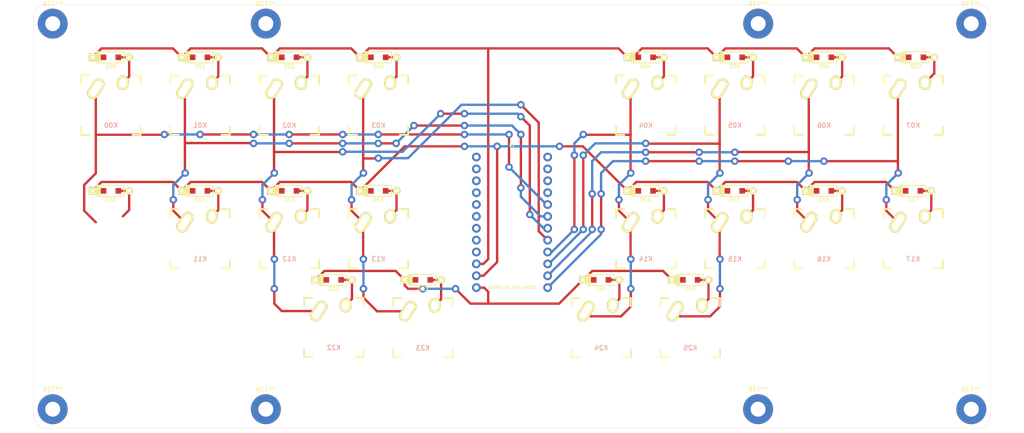
<source format=kicad_pcb>
(kicad_pcb (version 20171130) (host pcbnew "(5.1.10)-1")

  (general
    (thickness 1.6)
    (drawings 8)
    (tracks 344)
    (zones 0)
    (modules 48)
    (nets 45)
  )

  (page A0)
  (layers
    (0 F.Cu signal)
    (31 B.Cu signal)
    (32 B.Adhes user)
    (33 F.Adhes user)
    (34 B.Paste user)
    (35 F.Paste user)
    (36 B.SilkS user)
    (37 F.SilkS user)
    (38 B.Mask user)
    (39 F.Mask user)
    (40 Dwgs.User user)
    (41 Cmts.User user)
    (42 Eco1.User user)
    (43 Eco2.User user)
    (44 Edge.Cuts user)
    (45 Margin user)
    (46 B.CrtYd user)
    (47 F.CrtYd user)
    (48 B.Fab user)
    (49 F.Fab user)
  )

  (setup
    (last_trace_width 0.25)
    (user_trace_width 0.5)
    (trace_clearance 0.2)
    (zone_clearance 0.508)
    (zone_45_only no)
    (trace_min 0.2)
    (via_size 0.8)
    (via_drill 0.4)
    (via_min_size 0.4)
    (via_min_drill 0.3)
    (user_via 1.6 0.8)
    (uvia_size 0.3)
    (uvia_drill 0.1)
    (uvias_allowed no)
    (uvia_min_size 0.2)
    (uvia_min_drill 0.1)
    (edge_width 0.05)
    (segment_width 0.2)
    (pcb_text_width 0.3)
    (pcb_text_size 1.5 1.5)
    (mod_edge_width 0.12)
    (mod_text_size 1 1)
    (mod_text_width 0.15)
    (pad_size 1.524 1.524)
    (pad_drill 0.762)
    (pad_to_mask_clearance 0)
    (aux_axis_origin 0 0)
    (visible_elements 7FFFFFFF)
    (pcbplotparams
      (layerselection 0x010fc_ffffffff)
      (usegerberextensions false)
      (usegerberattributes true)
      (usegerberadvancedattributes true)
      (creategerberjobfile true)
      (excludeedgelayer true)
      (linewidth 0.100000)
      (plotframeref false)
      (viasonmask false)
      (mode 1)
      (useauxorigin false)
      (hpglpennumber 1)
      (hpglpenspeed 20)
      (hpglpendiameter 15.000000)
      (psnegative false)
      (psa4output false)
      (plotreference true)
      (plotvalue true)
      (plotinvisibletext false)
      (padsonsilk false)
      (subtractmaskfromsilk false)
      (outputformat 1)
      (mirror false)
      (drillshape 1)
      (scaleselection 1)
      (outputdirectory ""))
  )

  (net 0 "")
  (net 1 "Net-(B1-Pad1)")
  (net 2 "Net-(B1-Pad2)")
  (net 3 "Net-(B1-Pad3)")
  (net 4 "Net-(B1-Pad4)")
  (net 5 "Net-(B1-Pad5)")
  (net 6 "Net-(B1-Pad6)")
  (net 7 "Net-(B1-Pad7)")
  (net 8 "Net-(B1-Pad8)")
  (net 9 "Net-(B1-Pad9)")
  (net 10 /row0)
  (net 11 /row1)
  (net 12 /row2)
  (net 13 /col7)
  (net 14 /col6)
  (net 15 /col5)
  (net 16 /col4)
  (net 17 /col3)
  (net 18 /col2)
  (net 19 /col1)
  (net 20 /col0)
  (net 21 "Net-(B1-Pad21)")
  (net 22 "Net-(B1-Pad22)")
  (net 23 "Net-(B1-Pad23)")
  (net 24 "Net-(B1-Pad24)")
  (net 25 "Net-(D00-Pad2)")
  (net 26 "Net-(D01-Pad2)")
  (net 27 "Net-(D02-Pad2)")
  (net 28 "Net-(D03-Pad2)")
  (net 29 "Net-(D04-Pad2)")
  (net 30 "Net-(D05-Pad2)")
  (net 31 "Net-(D06-Pad2)")
  (net 32 "Net-(D07-Pad2)")
  (net 33 "Net-(D10-Pad2)")
  (net 34 "Net-(D11-Pad2)")
  (net 35 "Net-(D12-Pad2)")
  (net 36 "Net-(D13-Pad2)")
  (net 37 "Net-(D14-Pad2)")
  (net 38 "Net-(D15-Pad2)")
  (net 39 "Net-(D16-Pad2)")
  (net 40 "Net-(D17-Pad2)")
  (net 41 "Net-(D22-Pad2)")
  (net 42 "Net-(D23-Pad2)")
  (net 43 "Net-(D24-Pad2)")
  (net 44 "Net-(D25-Pad2)")

  (net_class Default "This is the default net class."
    (clearance 0.2)
    (trace_width 0.25)
    (via_dia 0.8)
    (via_drill 0.4)
    (uvia_dia 0.3)
    (uvia_drill 0.1)
    (add_net /col0)
    (add_net /col1)
    (add_net /col2)
    (add_net /col3)
    (add_net /col4)
    (add_net /col5)
    (add_net /col6)
    (add_net /col7)
    (add_net /row0)
    (add_net /row1)
    (add_net /row2)
    (add_net "Net-(B1-Pad1)")
    (add_net "Net-(B1-Pad2)")
    (add_net "Net-(B1-Pad21)")
    (add_net "Net-(B1-Pad22)")
    (add_net "Net-(B1-Pad23)")
    (add_net "Net-(B1-Pad24)")
    (add_net "Net-(B1-Pad3)")
    (add_net "Net-(B1-Pad4)")
    (add_net "Net-(B1-Pad5)")
    (add_net "Net-(B1-Pad6)")
    (add_net "Net-(B1-Pad7)")
    (add_net "Net-(B1-Pad8)")
    (add_net "Net-(B1-Pad9)")
    (add_net "Net-(D00-Pad2)")
    (add_net "Net-(D01-Pad2)")
    (add_net "Net-(D02-Pad2)")
    (add_net "Net-(D03-Pad2)")
    (add_net "Net-(D04-Pad2)")
    (add_net "Net-(D05-Pad2)")
    (add_net "Net-(D06-Pad2)")
    (add_net "Net-(D07-Pad2)")
    (add_net "Net-(D10-Pad2)")
    (add_net "Net-(D11-Pad2)")
    (add_net "Net-(D12-Pad2)")
    (add_net "Net-(D13-Pad2)")
    (add_net "Net-(D14-Pad2)")
    (add_net "Net-(D15-Pad2)")
    (add_net "Net-(D16-Pad2)")
    (add_net "Net-(D17-Pad2)")
    (add_net "Net-(D22-Pad2)")
    (add_net "Net-(D23-Pad2)")
    (add_net "Net-(D24-Pad2)")
    (add_net "Net-(D25-Pad2)")
  )

  (module MountingHole:MountingHole_3.2mm_M3_Pad (layer F.Cu) (tedit 56D1B4CB) (tstamp 61681C5B)
    (at 200.4 -86.58)
    (descr "Mounting Hole 3.2mm, M3")
    (tags "mounting hole 3.2mm m3")
    (attr virtual)
    (fp_text reference REF** (at 0 -4.2) (layer F.SilkS)
      (effects (font (size 1 1) (thickness 0.15)))
    )
    (fp_text value MountingHole_3.2mm_M3_Pad (at 0 4.2) (layer F.Fab)
      (effects (font (size 1 1) (thickness 0.15)))
    )
    (fp_circle (center 0 0) (end 3.2 0) (layer Cmts.User) (width 0.15))
    (fp_circle (center 0 0) (end 3.45 0) (layer F.CrtYd) (width 0.05))
    (fp_text user %R (at 0.3 0) (layer F.Fab)
      (effects (font (size 1 1) (thickness 0.15)))
    )
    (pad 1 thru_hole circle (at 0 0) (size 6.4 6.4) (drill 3.2) (layers *.Cu *.Mask))
  )

  (module MountingHole:MountingHole_3.2mm_M3_Pad (layer F.Cu) (tedit 56D1B4CB) (tstamp 61681BC7)
    (at 154.86 -86.58)
    (descr "Mounting Hole 3.2mm, M3")
    (tags "mounting hole 3.2mm m3")
    (attr virtual)
    (fp_text reference REF** (at 0 -4.2) (layer F.SilkS)
      (effects (font (size 1 1) (thickness 0.15)))
    )
    (fp_text value MountingHole_3.2mm_M3_Pad (at 0 4.2) (layer F.Fab)
      (effects (font (size 1 1) (thickness 0.15)))
    )
    (fp_circle (center 0 0) (end 3.2 0) (layer Cmts.User) (width 0.15))
    (fp_circle (center 0 0) (end 3.45 0) (layer F.CrtYd) (width 0.05))
    (fp_text user %R (at 0.3 0) (layer F.Fab)
      (effects (font (size 1 1) (thickness 0.15)))
    )
    (pad 1 thru_hole circle (at 0 0) (size 6.4 6.4) (drill 3.2) (layers *.Cu *.Mask))
  )

  (module MountingHole:MountingHole_3.2mm_M3_Pad (layer F.Cu) (tedit 56D1B4CB) (tstamp 61681B83)
    (at 49.62 -86.59)
    (descr "Mounting Hole 3.2mm, M3")
    (tags "mounting hole 3.2mm m3")
    (attr virtual)
    (fp_text reference REF** (at 0 -4.2) (layer F.SilkS)
      (effects (font (size 1 1) (thickness 0.15)))
    )
    (fp_text value MountingHole_3.2mm_M3_Pad (at 0 4.2) (layer F.Fab)
      (effects (font (size 1 1) (thickness 0.15)))
    )
    (fp_circle (center 0 0) (end 3.2 0) (layer Cmts.User) (width 0.15))
    (fp_circle (center 0 0) (end 3.45 0) (layer F.CrtYd) (width 0.05))
    (fp_text user %R (at 0.3 0) (layer F.Fab)
      (effects (font (size 1 1) (thickness 0.15)))
    )
    (pad 1 thru_hole circle (at 0 0) (size 6.4 6.4) (drill 3.2) (layers *.Cu *.Mask))
  )

  (module MountingHole:MountingHole_3.2mm_M3_Pad (layer F.Cu) (tedit 56D1B4CB) (tstamp 61681B58)
    (at 4.07 -86.58)
    (descr "Mounting Hole 3.2mm, M3")
    (tags "mounting hole 3.2mm m3")
    (attr virtual)
    (fp_text reference REF** (at 0 -4.2) (layer F.SilkS)
      (effects (font (size 1 1) (thickness 0.15)))
    )
    (fp_text value MountingHole_3.2mm_M3_Pad (at 0 4.2) (layer F.Fab)
      (effects (font (size 1 1) (thickness 0.15)))
    )
    (fp_circle (center 0 0) (end 3.2 0) (layer Cmts.User) (width 0.15))
    (fp_circle (center 0 0) (end 3.45 0) (layer F.CrtYd) (width 0.05))
    (fp_text user %R (at 0.3 0) (layer F.Fab)
      (effects (font (size 1 1) (thickness 0.15)))
    )
    (pad 1 thru_hole circle (at 0 0) (size 6.4 6.4) (drill 3.2) (layers *.Cu *.Mask))
  )

  (module MountingHole:MountingHole_3.2mm_M3_Pad (layer F.Cu) (tedit 56D1B4CB) (tstamp 61681AA7)
    (at 200.41 -4.07)
    (descr "Mounting Hole 3.2mm, M3")
    (tags "mounting hole 3.2mm m3")
    (attr virtual)
    (fp_text reference REF** (at 0 -4.2) (layer F.SilkS)
      (effects (font (size 1 1) (thickness 0.15)))
    )
    (fp_text value MountingHole_3.2mm_M3_Pad (at 0 4.2) (layer F.Fab)
      (effects (font (size 1 1) (thickness 0.15)))
    )
    (fp_circle (center 0 0) (end 3.2 0) (layer Cmts.User) (width 0.15))
    (fp_circle (center 0 0) (end 3.45 0) (layer F.CrtYd) (width 0.05))
    (fp_text user %R (at 0.3 0) (layer F.Fab)
      (effects (font (size 1 1) (thickness 0.15)))
    )
    (pad 1 thru_hole circle (at 0 0) (size 6.4 6.4) (drill 3.2) (layers *.Cu *.Mask))
  )

  (module MountingHole:MountingHole_3.2mm_M3_Pad (layer F.Cu) (tedit 56D1B4CB) (tstamp 61681A83)
    (at 154.84 -4.07)
    (descr "Mounting Hole 3.2mm, M3")
    (tags "mounting hole 3.2mm m3")
    (attr virtual)
    (fp_text reference REF** (at 0 -4.2) (layer F.SilkS)
      (effects (font (size 1 1) (thickness 0.15)))
    )
    (fp_text value MountingHole_3.2mm_M3_Pad (at 0 4.2) (layer F.Fab)
      (effects (font (size 1 1) (thickness 0.15)))
    )
    (fp_circle (center 0 0) (end 3.2 0) (layer Cmts.User) (width 0.15))
    (fp_circle (center 0 0) (end 3.45 0) (layer F.CrtYd) (width 0.05))
    (fp_text user %R (at 0.3 0) (layer F.Fab)
      (effects (font (size 1 1) (thickness 0.15)))
    )
    (pad 1 thru_hole circle (at 0 0) (size 6.4 6.4) (drill 3.2) (layers *.Cu *.Mask))
  )

  (module MountingHole:MountingHole_3.2mm_M3_Pad (layer F.Cu) (tedit 56D1B4CB) (tstamp 61681B09)
    (at 49.62 -4.07)
    (descr "Mounting Hole 3.2mm, M3")
    (tags "mounting hole 3.2mm m3")
    (attr virtual)
    (fp_text reference REF** (at 0 -4.2) (layer F.SilkS)
      (effects (font (size 1 1) (thickness 0.15)))
    )
    (fp_text value MountingHole_3.2mm_M3_Pad (at 0 4.2) (layer F.Fab)
      (effects (font (size 1 1) (thickness 0.15)))
    )
    (fp_circle (center 0 0) (end 3.2 0) (layer Cmts.User) (width 0.15))
    (fp_circle (center 0 0) (end 3.45 0) (layer F.CrtYd) (width 0.05))
    (fp_text user %R (at 0.3 0) (layer F.Fab)
      (effects (font (size 1 1) (thickness 0.15)))
    )
    (pad 1 thru_hole circle (at 0 0) (size 6.4 6.4) (drill 3.2) (layers *.Cu *.Mask))
  )

  (module MountingHole:MountingHole_3.2mm_M3_Pad (layer F.Cu) (tedit 56D1B4CB) (tstamp 61681ABE)
    (at 4.07 -4.07)
    (descr "Mounting Hole 3.2mm, M3")
    (tags "mounting hole 3.2mm m3")
    (attr virtual)
    (fp_text reference REF** (at 0 -4.2) (layer F.SilkS)
      (effects (font (size 1 1) (thickness 0.15)))
    )
    (fp_text value MountingHole_3.2mm_M3_Pad (at 0 4.2) (layer F.Fab)
      (effects (font (size 1 1) (thickness 0.15)))
    )
    (fp_circle (center 0 0) (end 3.2 0) (layer Cmts.User) (width 0.15))
    (fp_circle (center 0 0) (end 3.45 0) (layer F.CrtYd) (width 0.05))
    (fp_text user %R (at 0.3 0) (layer F.Fab)
      (effects (font (size 1 1) (thickness 0.15)))
    )
    (pad 1 thru_hole circle (at 0 0) (size 6.4 6.4) (drill 3.2) (layers *.Cu *.Mask))
  )

  (module Boards:SPARKFUN_PRO_MICRO (layer F.Cu) (tedit 200000) (tstamp 61680CB5)
    (at 102.24 -45.33)
    (descr "SPARKFUN PRO MICO FOOTPRINT (WITH USB CONNECTOR)")
    (tags "SPARKFUN PRO MICO FOOTPRINT (WITH USB CONNECTOR)")
    (path /6167D4D6)
    (attr virtual)
    (fp_text reference B1 (at 0 -15.24) (layer F.SilkS)
      (effects (font (size 0.6096 0.6096) (thickness 0.127)))
    )
    (fp_text value SPARKFUN_PRO_MICRO (at 0 15.24) (layer F.SilkS)
      (effects (font (size 0.6096 0.6096) (thickness 0.127)))
    )
    (fp_line (start 3.81 -17.78) (end 3.81 -16.51) (layer Dwgs.User) (width 0.127))
    (fp_line (start -3.81 -17.78) (end 3.81 -17.78) (layer Dwgs.User) (width 0.127))
    (fp_line (start -3.81 -16.51) (end -3.81 -17.78) (layer Dwgs.User) (width 0.127))
    (fp_line (start 8.89 -16.51) (end -8.89 -16.51) (layer Dwgs.User) (width 0.127))
    (fp_line (start 8.89 16.51) (end 8.89 -16.51) (layer Dwgs.User) (width 0.127))
    (fp_line (start -8.89 16.51) (end 8.89 16.51) (layer Dwgs.User) (width 0.127))
    (fp_line (start -8.89 -16.51) (end -8.89 16.51) (layer Dwgs.User) (width 0.127))
    (fp_text user USB (at -0.0508 -16.9164) (layer Dwgs.User)
      (effects (font (size 0.8128 0.8128) (thickness 0.1524)))
    )
    (pad 1 thru_hole circle (at -7.62 -12.7) (size 1.8796 1.8796) (drill 1.016) (layers *.Cu *.Mask)
      (net 1 "Net-(B1-Pad1)") (solder_mask_margin 0.1016))
    (pad 2 thru_hole circle (at -7.62 -10.16) (size 1.8796 1.8796) (drill 1.016) (layers *.Cu *.Mask)
      (net 2 "Net-(B1-Pad2)") (solder_mask_margin 0.1016))
    (pad 3 thru_hole circle (at -7.62 -7.62) (size 1.8796 1.8796) (drill 1.016) (layers *.Cu *.Mask)
      (net 3 "Net-(B1-Pad3)") (solder_mask_margin 0.1016))
    (pad 4 thru_hole circle (at -7.62 -5.08) (size 1.8796 1.8796) (drill 1.016) (layers *.Cu *.Mask)
      (net 4 "Net-(B1-Pad4)") (solder_mask_margin 0.1016))
    (pad 5 thru_hole circle (at -7.62 -2.54) (size 1.8796 1.8796) (drill 1.016) (layers *.Cu *.Mask)
      (net 5 "Net-(B1-Pad5)") (solder_mask_margin 0.1016))
    (pad 6 thru_hole circle (at -7.62 0) (size 1.8796 1.8796) (drill 1.016) (layers *.Cu *.Mask)
      (net 6 "Net-(B1-Pad6)") (solder_mask_margin 0.1016))
    (pad 7 thru_hole circle (at -7.62 2.54) (size 1.8796 1.8796) (drill 1.016) (layers *.Cu *.Mask)
      (net 7 "Net-(B1-Pad7)") (solder_mask_margin 0.1016))
    (pad 8 thru_hole circle (at -7.62 5.08) (size 1.8796 1.8796) (drill 1.016) (layers *.Cu *.Mask)
      (net 8 "Net-(B1-Pad8)") (solder_mask_margin 0.1016))
    (pad 9 thru_hole circle (at -7.62 7.62) (size 1.8796 1.8796) (drill 1.016) (layers *.Cu *.Mask)
      (net 9 "Net-(B1-Pad9)") (solder_mask_margin 0.1016))
    (pad 10 thru_hole circle (at -7.62 10.16) (size 1.8796 1.8796) (drill 1.016) (layers *.Cu *.Mask)
      (net 10 /row0) (solder_mask_margin 0.1016))
    (pad 11 thru_hole circle (at -7.62 12.7) (size 1.8796 1.8796) (drill 1.016) (layers *.Cu *.Mask)
      (net 11 /row1) (solder_mask_margin 0.1016))
    (pad 12 thru_hole circle (at -7.62 15.24) (size 1.8796 1.8796) (drill 1.016) (layers *.Cu *.Mask)
      (net 12 /row2) (solder_mask_margin 0.1016))
    (pad 13 thru_hole circle (at 7.62 15.24) (size 1.8796 1.8796) (drill 1.016) (layers *.Cu *.Mask)
      (net 13 /col7) (solder_mask_margin 0.1016))
    (pad 14 thru_hole circle (at 7.62 12.7) (size 1.8796 1.8796) (drill 1.016) (layers *.Cu *.Mask)
      (net 14 /col6) (solder_mask_margin 0.1016))
    (pad 15 thru_hole circle (at 7.62 10.16) (size 1.8796 1.8796) (drill 1.016) (layers *.Cu *.Mask)
      (net 15 /col5) (solder_mask_margin 0.1016))
    (pad 16 thru_hole circle (at 7.62 7.62) (size 1.8796 1.8796) (drill 1.016) (layers *.Cu *.Mask)
      (net 16 /col4) (solder_mask_margin 0.1016))
    (pad 17 thru_hole circle (at 7.62 5.08) (size 1.8796 1.8796) (drill 1.016) (layers *.Cu *.Mask)
      (net 17 /col3) (solder_mask_margin 0.1016))
    (pad 18 thru_hole circle (at 7.62 2.54) (size 1.8796 1.8796) (drill 1.016) (layers *.Cu *.Mask)
      (net 18 /col2) (solder_mask_margin 0.1016))
    (pad 19 thru_hole circle (at 7.62 0) (size 1.8796 1.8796) (drill 1.016) (layers *.Cu *.Mask)
      (net 19 /col1) (solder_mask_margin 0.1016))
    (pad 20 thru_hole circle (at 7.62 -2.54) (size 1.8796 1.8796) (drill 1.016) (layers *.Cu *.Mask)
      (net 20 /col0) (solder_mask_margin 0.1016))
    (pad 21 thru_hole circle (at 7.62 -5.08) (size 1.8796 1.8796) (drill 1.016) (layers *.Cu *.Mask)
      (net 21 "Net-(B1-Pad21)") (solder_mask_margin 0.1016))
    (pad 22 thru_hole circle (at 7.62 -7.62) (size 1.8796 1.8796) (drill 1.016) (layers *.Cu *.Mask)
      (net 22 "Net-(B1-Pad22)") (solder_mask_margin 0.1016))
    (pad 23 thru_hole circle (at 7.62 -10.16) (size 1.8796 1.8796) (drill 1.016) (layers *.Cu *.Mask)
      (net 23 "Net-(B1-Pad23)") (solder_mask_margin 0.1016))
    (pad 24 thru_hole circle (at 7.62 -12.7) (size 1.8796 1.8796) (drill 1.016) (layers *.Cu *.Mask)
      (net 24 "Net-(B1-Pad24)") (solder_mask_margin 0.1016))
  )

  (module keyboard_parts:D_SOD123_axial (layer F.Cu) (tedit 561B6A12) (tstamp 6167DE30)
    (at 16.51 -79.375)
    (path /6168C659)
    (attr smd)
    (fp_text reference D00 (at 0 1.925) (layer F.SilkS)
      (effects (font (size 0.8 0.8) (thickness 0.15)))
    )
    (fp_text value D (at 0 -1.925) (layer F.SilkS) hide
      (effects (font (size 0.8 0.8) (thickness 0.15)))
    )
    (fp_line (start 2.8 1.2) (end -3 1.2) (layer F.SilkS) (width 0.2))
    (fp_line (start 2.8 -1.2) (end 2.8 1.2) (layer F.SilkS) (width 0.2))
    (fp_line (start -3 -1.2) (end 2.8 -1.2) (layer F.SilkS) (width 0.2))
    (fp_line (start -2.925 -1.2) (end -2.925 1.2) (layer F.SilkS) (width 0.2))
    (fp_line (start -2.8 -1.2) (end -2.8 1.2) (layer F.SilkS) (width 0.2))
    (fp_line (start -3.025 1.2) (end -3.025 -1.2) (layer F.SilkS) (width 0.2))
    (fp_line (start -2.625 -1.2) (end -2.625 1.2) (layer F.SilkS) (width 0.2))
    (fp_line (start -2.45 -1.2) (end -2.45 1.2) (layer F.SilkS) (width 0.2))
    (fp_line (start -2.275 -1.2) (end -2.275 1.2) (layer F.SilkS) (width 0.2))
    (pad 2 smd rect (at 1.575 0) (size 1.2 1.2) (layers F.Cu F.Paste F.Mask)
      (net 25 "Net-(D00-Pad2)"))
    (pad 1 smd rect (at -1.575 0) (size 1.2 1.2) (layers F.Cu F.Paste F.Mask)
      (net 10 /row0))
    (pad 1 thru_hole rect (at -3.9 0) (size 1.6 1.6) (drill 0.7) (layers *.Cu *.Mask F.SilkS)
      (net 10 /row0))
    (pad 2 thru_hole circle (at 3.9 0) (size 1.6 1.6) (drill 0.7) (layers *.Cu *.Mask F.SilkS)
      (net 25 "Net-(D00-Pad2)"))
    (pad 1 smd rect (at -2.7 0) (size 2.5 0.5) (layers F.Cu)
      (net 10 /row0) (solder_mask_margin -999))
    (pad 2 smd rect (at 2.7 0) (size 2.5 0.5) (layers F.Cu)
      (net 25 "Net-(D00-Pad2)") (solder_mask_margin -999))
  )

  (module keyboard_parts:D_SOD123_axial (layer F.Cu) (tedit 561B6A12) (tstamp 61680CDB)
    (at 35.56 -79.375)
    (path /6168AA0E)
    (attr smd)
    (fp_text reference D01 (at 0 1.925) (layer F.SilkS)
      (effects (font (size 0.8 0.8) (thickness 0.15)))
    )
    (fp_text value D (at 0 -1.925) (layer F.SilkS) hide
      (effects (font (size 0.8 0.8) (thickness 0.15)))
    )
    (fp_line (start -2.275 -1.2) (end -2.275 1.2) (layer F.SilkS) (width 0.2))
    (fp_line (start -2.45 -1.2) (end -2.45 1.2) (layer F.SilkS) (width 0.2))
    (fp_line (start -2.625 -1.2) (end -2.625 1.2) (layer F.SilkS) (width 0.2))
    (fp_line (start -3.025 1.2) (end -3.025 -1.2) (layer F.SilkS) (width 0.2))
    (fp_line (start -2.8 -1.2) (end -2.8 1.2) (layer F.SilkS) (width 0.2))
    (fp_line (start -2.925 -1.2) (end -2.925 1.2) (layer F.SilkS) (width 0.2))
    (fp_line (start -3 -1.2) (end 2.8 -1.2) (layer F.SilkS) (width 0.2))
    (fp_line (start 2.8 -1.2) (end 2.8 1.2) (layer F.SilkS) (width 0.2))
    (fp_line (start 2.8 1.2) (end -3 1.2) (layer F.SilkS) (width 0.2))
    (pad 2 smd rect (at 2.7 0) (size 2.5 0.5) (layers F.Cu)
      (net 26 "Net-(D01-Pad2)") (solder_mask_margin -999))
    (pad 1 smd rect (at -2.7 0) (size 2.5 0.5) (layers F.Cu)
      (net 10 /row0) (solder_mask_margin -999))
    (pad 2 thru_hole circle (at 3.9 0) (size 1.6 1.6) (drill 0.7) (layers *.Cu *.Mask F.SilkS)
      (net 26 "Net-(D01-Pad2)"))
    (pad 1 thru_hole rect (at -3.9 0) (size 1.6 1.6) (drill 0.7) (layers *.Cu *.Mask F.SilkS)
      (net 10 /row0))
    (pad 1 smd rect (at -1.575 0) (size 1.2 1.2) (layers F.Cu F.Paste F.Mask)
      (net 10 /row0))
    (pad 2 smd rect (at 1.575 0) (size 1.2 1.2) (layers F.Cu F.Paste F.Mask)
      (net 26 "Net-(D01-Pad2)"))
  )

  (module keyboard_parts:D_SOD123_axial (layer F.Cu) (tedit 561B6A12) (tstamp 61680CEE)
    (at 54.61 -79.375)
    (path /61689747)
    (attr smd)
    (fp_text reference D02 (at 0 1.925) (layer F.SilkS)
      (effects (font (size 0.8 0.8) (thickness 0.15)))
    )
    (fp_text value D (at 0 -1.925) (layer F.SilkS) hide
      (effects (font (size 0.8 0.8) (thickness 0.15)))
    )
    (fp_line (start 2.8 1.2) (end -3 1.2) (layer F.SilkS) (width 0.2))
    (fp_line (start 2.8 -1.2) (end 2.8 1.2) (layer F.SilkS) (width 0.2))
    (fp_line (start -3 -1.2) (end 2.8 -1.2) (layer F.SilkS) (width 0.2))
    (fp_line (start -2.925 -1.2) (end -2.925 1.2) (layer F.SilkS) (width 0.2))
    (fp_line (start -2.8 -1.2) (end -2.8 1.2) (layer F.SilkS) (width 0.2))
    (fp_line (start -3.025 1.2) (end -3.025 -1.2) (layer F.SilkS) (width 0.2))
    (fp_line (start -2.625 -1.2) (end -2.625 1.2) (layer F.SilkS) (width 0.2))
    (fp_line (start -2.45 -1.2) (end -2.45 1.2) (layer F.SilkS) (width 0.2))
    (fp_line (start -2.275 -1.2) (end -2.275 1.2) (layer F.SilkS) (width 0.2))
    (pad 2 smd rect (at 1.575 0) (size 1.2 1.2) (layers F.Cu F.Paste F.Mask)
      (net 27 "Net-(D02-Pad2)"))
    (pad 1 smd rect (at -1.575 0) (size 1.2 1.2) (layers F.Cu F.Paste F.Mask)
      (net 10 /row0))
    (pad 1 thru_hole rect (at -3.9 0) (size 1.6 1.6) (drill 0.7) (layers *.Cu *.Mask F.SilkS)
      (net 10 /row0))
    (pad 2 thru_hole circle (at 3.9 0) (size 1.6 1.6) (drill 0.7) (layers *.Cu *.Mask F.SilkS)
      (net 27 "Net-(D02-Pad2)"))
    (pad 1 smd rect (at -2.7 0) (size 2.5 0.5) (layers F.Cu)
      (net 10 /row0) (solder_mask_margin -999))
    (pad 2 smd rect (at 2.7 0) (size 2.5 0.5) (layers F.Cu)
      (net 27 "Net-(D02-Pad2)") (solder_mask_margin -999))
  )

  (module keyboard_parts:D_SOD123_axial (layer F.Cu) (tedit 561B6A12) (tstamp 61680D01)
    (at 73.66 -79.375)
    (path /61688062)
    (attr smd)
    (fp_text reference D03 (at 0 1.925) (layer F.SilkS)
      (effects (font (size 0.8 0.8) (thickness 0.15)))
    )
    (fp_text value D (at 0 -1.925) (layer F.SilkS) hide
      (effects (font (size 0.8 0.8) (thickness 0.15)))
    )
    (fp_line (start -2.275 -1.2) (end -2.275 1.2) (layer F.SilkS) (width 0.2))
    (fp_line (start -2.45 -1.2) (end -2.45 1.2) (layer F.SilkS) (width 0.2))
    (fp_line (start -2.625 -1.2) (end -2.625 1.2) (layer F.SilkS) (width 0.2))
    (fp_line (start -3.025 1.2) (end -3.025 -1.2) (layer F.SilkS) (width 0.2))
    (fp_line (start -2.8 -1.2) (end -2.8 1.2) (layer F.SilkS) (width 0.2))
    (fp_line (start -2.925 -1.2) (end -2.925 1.2) (layer F.SilkS) (width 0.2))
    (fp_line (start -3 -1.2) (end 2.8 -1.2) (layer F.SilkS) (width 0.2))
    (fp_line (start 2.8 -1.2) (end 2.8 1.2) (layer F.SilkS) (width 0.2))
    (fp_line (start 2.8 1.2) (end -3 1.2) (layer F.SilkS) (width 0.2))
    (pad 2 smd rect (at 2.7 0) (size 2.5 0.5) (layers F.Cu)
      (net 28 "Net-(D03-Pad2)") (solder_mask_margin -999))
    (pad 1 smd rect (at -2.7 0) (size 2.5 0.5) (layers F.Cu)
      (net 10 /row0) (solder_mask_margin -999))
    (pad 2 thru_hole circle (at 3.9 0) (size 1.6 1.6) (drill 0.7) (layers *.Cu *.Mask F.SilkS)
      (net 28 "Net-(D03-Pad2)"))
    (pad 1 thru_hole rect (at -3.9 0) (size 1.6 1.6) (drill 0.7) (layers *.Cu *.Mask F.SilkS)
      (net 10 /row0))
    (pad 1 smd rect (at -1.575 0) (size 1.2 1.2) (layers F.Cu F.Paste F.Mask)
      (net 10 /row0))
    (pad 2 smd rect (at 1.575 0) (size 1.2 1.2) (layers F.Cu F.Paste F.Mask)
      (net 28 "Net-(D03-Pad2)"))
  )

  (module keyboard_parts:D_SOD123_axial (layer F.Cu) (tedit 561B6A12) (tstamp 61680D14)
    (at 130.81 -79.375)
    (path /61686833)
    (attr smd)
    (fp_text reference D04 (at 0 1.925) (layer F.SilkS)
      (effects (font (size 0.8 0.8) (thickness 0.15)))
    )
    (fp_text value D (at 0 -1.925) (layer F.SilkS) hide
      (effects (font (size 0.8 0.8) (thickness 0.15)))
    )
    (fp_line (start -2.275 -1.2) (end -2.275 1.2) (layer F.SilkS) (width 0.2))
    (fp_line (start -2.45 -1.2) (end -2.45 1.2) (layer F.SilkS) (width 0.2))
    (fp_line (start -2.625 -1.2) (end -2.625 1.2) (layer F.SilkS) (width 0.2))
    (fp_line (start -3.025 1.2) (end -3.025 -1.2) (layer F.SilkS) (width 0.2))
    (fp_line (start -2.8 -1.2) (end -2.8 1.2) (layer F.SilkS) (width 0.2))
    (fp_line (start -2.925 -1.2) (end -2.925 1.2) (layer F.SilkS) (width 0.2))
    (fp_line (start -3 -1.2) (end 2.8 -1.2) (layer F.SilkS) (width 0.2))
    (fp_line (start 2.8 -1.2) (end 2.8 1.2) (layer F.SilkS) (width 0.2))
    (fp_line (start 2.8 1.2) (end -3 1.2) (layer F.SilkS) (width 0.2))
    (pad 2 smd rect (at 2.7 0) (size 2.5 0.5) (layers F.Cu)
      (net 29 "Net-(D04-Pad2)") (solder_mask_margin -999))
    (pad 1 smd rect (at -2.7 0) (size 2.5 0.5) (layers F.Cu)
      (net 10 /row0) (solder_mask_margin -999))
    (pad 2 thru_hole circle (at 3.9 0) (size 1.6 1.6) (drill 0.7) (layers *.Cu *.Mask F.SilkS)
      (net 29 "Net-(D04-Pad2)"))
    (pad 1 thru_hole rect (at -3.9 0) (size 1.6 1.6) (drill 0.7) (layers *.Cu *.Mask F.SilkS)
      (net 10 /row0))
    (pad 1 smd rect (at -1.575 0) (size 1.2 1.2) (layers F.Cu F.Paste F.Mask)
      (net 10 /row0))
    (pad 2 smd rect (at 1.575 0) (size 1.2 1.2) (layers F.Cu F.Paste F.Mask)
      (net 29 "Net-(D04-Pad2)"))
  )

  (module keyboard_parts:D_SOD123_axial (layer F.Cu) (tedit 561B6A12) (tstamp 61680D27)
    (at 149.86 -79.375)
    (path /6167BC8A)
    (attr smd)
    (fp_text reference D05 (at 0 1.925) (layer F.SilkS)
      (effects (font (size 0.8 0.8) (thickness 0.15)))
    )
    (fp_text value D (at 0 -1.925) (layer F.SilkS) hide
      (effects (font (size 0.8 0.8) (thickness 0.15)))
    )
    (fp_line (start -2.275 -1.2) (end -2.275 1.2) (layer F.SilkS) (width 0.2))
    (fp_line (start -2.45 -1.2) (end -2.45 1.2) (layer F.SilkS) (width 0.2))
    (fp_line (start -2.625 -1.2) (end -2.625 1.2) (layer F.SilkS) (width 0.2))
    (fp_line (start -3.025 1.2) (end -3.025 -1.2) (layer F.SilkS) (width 0.2))
    (fp_line (start -2.8 -1.2) (end -2.8 1.2) (layer F.SilkS) (width 0.2))
    (fp_line (start -2.925 -1.2) (end -2.925 1.2) (layer F.SilkS) (width 0.2))
    (fp_line (start -3 -1.2) (end 2.8 -1.2) (layer F.SilkS) (width 0.2))
    (fp_line (start 2.8 -1.2) (end 2.8 1.2) (layer F.SilkS) (width 0.2))
    (fp_line (start 2.8 1.2) (end -3 1.2) (layer F.SilkS) (width 0.2))
    (pad 2 smd rect (at 2.7 0) (size 2.5 0.5) (layers F.Cu)
      (net 30 "Net-(D05-Pad2)") (solder_mask_margin -999))
    (pad 1 smd rect (at -2.7 0) (size 2.5 0.5) (layers F.Cu)
      (net 10 /row0) (solder_mask_margin -999))
    (pad 2 thru_hole circle (at 3.9 0) (size 1.6 1.6) (drill 0.7) (layers *.Cu *.Mask F.SilkS)
      (net 30 "Net-(D05-Pad2)"))
    (pad 1 thru_hole rect (at -3.9 0) (size 1.6 1.6) (drill 0.7) (layers *.Cu *.Mask F.SilkS)
      (net 10 /row0))
    (pad 1 smd rect (at -1.575 0) (size 1.2 1.2) (layers F.Cu F.Paste F.Mask)
      (net 10 /row0))
    (pad 2 smd rect (at 1.575 0) (size 1.2 1.2) (layers F.Cu F.Paste F.Mask)
      (net 30 "Net-(D05-Pad2)"))
  )

  (module keyboard_parts:D_SOD123_axial (layer F.Cu) (tedit 561B6A12) (tstamp 61680D3A)
    (at 168.91 -79.375)
    (path /61683E72)
    (attr smd)
    (fp_text reference D06 (at 0 1.925) (layer F.SilkS)
      (effects (font (size 0.8 0.8) (thickness 0.15)))
    )
    (fp_text value D (at 0 -1.925) (layer F.SilkS) hide
      (effects (font (size 0.8 0.8) (thickness 0.15)))
    )
    (fp_line (start 2.8 1.2) (end -3 1.2) (layer F.SilkS) (width 0.2))
    (fp_line (start 2.8 -1.2) (end 2.8 1.2) (layer F.SilkS) (width 0.2))
    (fp_line (start -3 -1.2) (end 2.8 -1.2) (layer F.SilkS) (width 0.2))
    (fp_line (start -2.925 -1.2) (end -2.925 1.2) (layer F.SilkS) (width 0.2))
    (fp_line (start -2.8 -1.2) (end -2.8 1.2) (layer F.SilkS) (width 0.2))
    (fp_line (start -3.025 1.2) (end -3.025 -1.2) (layer F.SilkS) (width 0.2))
    (fp_line (start -2.625 -1.2) (end -2.625 1.2) (layer F.SilkS) (width 0.2))
    (fp_line (start -2.45 -1.2) (end -2.45 1.2) (layer F.SilkS) (width 0.2))
    (fp_line (start -2.275 -1.2) (end -2.275 1.2) (layer F.SilkS) (width 0.2))
    (pad 2 smd rect (at 1.575 0) (size 1.2 1.2) (layers F.Cu F.Paste F.Mask)
      (net 31 "Net-(D06-Pad2)"))
    (pad 1 smd rect (at -1.575 0) (size 1.2 1.2) (layers F.Cu F.Paste F.Mask)
      (net 10 /row0))
    (pad 1 thru_hole rect (at -3.9 0) (size 1.6 1.6) (drill 0.7) (layers *.Cu *.Mask F.SilkS)
      (net 10 /row0))
    (pad 2 thru_hole circle (at 3.9 0) (size 1.6 1.6) (drill 0.7) (layers *.Cu *.Mask F.SilkS)
      (net 31 "Net-(D06-Pad2)"))
    (pad 1 smd rect (at -2.7 0) (size 2.5 0.5) (layers F.Cu)
      (net 10 /row0) (solder_mask_margin -999))
    (pad 2 smd rect (at 2.7 0) (size 2.5 0.5) (layers F.Cu)
      (net 31 "Net-(D06-Pad2)") (solder_mask_margin -999))
  )

  (module keyboard_parts:D_SOD123_axial (layer F.Cu) (tedit 561B6A12) (tstamp 61680D4D)
    (at 188.595 -79.375)
    (path /61685361)
    (attr smd)
    (fp_text reference D07 (at 0 1.925) (layer F.SilkS)
      (effects (font (size 0.8 0.8) (thickness 0.15)))
    )
    (fp_text value D (at 0 -1.925) (layer F.SilkS) hide
      (effects (font (size 0.8 0.8) (thickness 0.15)))
    )
    (fp_line (start -2.275 -1.2) (end -2.275 1.2) (layer F.SilkS) (width 0.2))
    (fp_line (start -2.45 -1.2) (end -2.45 1.2) (layer F.SilkS) (width 0.2))
    (fp_line (start -2.625 -1.2) (end -2.625 1.2) (layer F.SilkS) (width 0.2))
    (fp_line (start -3.025 1.2) (end -3.025 -1.2) (layer F.SilkS) (width 0.2))
    (fp_line (start -2.8 -1.2) (end -2.8 1.2) (layer F.SilkS) (width 0.2))
    (fp_line (start -2.925 -1.2) (end -2.925 1.2) (layer F.SilkS) (width 0.2))
    (fp_line (start -3 -1.2) (end 2.8 -1.2) (layer F.SilkS) (width 0.2))
    (fp_line (start 2.8 -1.2) (end 2.8 1.2) (layer F.SilkS) (width 0.2))
    (fp_line (start 2.8 1.2) (end -3 1.2) (layer F.SilkS) (width 0.2))
    (pad 2 smd rect (at 2.7 0) (size 2.5 0.5) (layers F.Cu)
      (net 32 "Net-(D07-Pad2)") (solder_mask_margin -999))
    (pad 1 smd rect (at -2.7 0) (size 2.5 0.5) (layers F.Cu)
      (net 10 /row0) (solder_mask_margin -999))
    (pad 2 thru_hole circle (at 3.9 0) (size 1.6 1.6) (drill 0.7) (layers *.Cu *.Mask F.SilkS)
      (net 32 "Net-(D07-Pad2)"))
    (pad 1 thru_hole rect (at -3.9 0) (size 1.6 1.6) (drill 0.7) (layers *.Cu *.Mask F.SilkS)
      (net 10 /row0))
    (pad 1 smd rect (at -1.575 0) (size 1.2 1.2) (layers F.Cu F.Paste F.Mask)
      (net 10 /row0))
    (pad 2 smd rect (at 1.575 0) (size 1.2 1.2) (layers F.Cu F.Paste F.Mask)
      (net 32 "Net-(D07-Pad2)"))
  )

  (module keyboard_parts:D_SOD123_axial (layer F.Cu) (tedit 561B6A12) (tstamp 61680D60)
    (at 16.51 -50.8)
    (path /6168DAAD)
    (attr smd)
    (fp_text reference D10 (at 0 1.925) (layer F.SilkS)
      (effects (font (size 0.8 0.8) (thickness 0.15)))
    )
    (fp_text value D (at 0 -1.925) (layer F.SilkS) hide
      (effects (font (size 0.8 0.8) (thickness 0.15)))
    )
    (fp_line (start 2.8 1.2) (end -3 1.2) (layer F.SilkS) (width 0.2))
    (fp_line (start 2.8 -1.2) (end 2.8 1.2) (layer F.SilkS) (width 0.2))
    (fp_line (start -3 -1.2) (end 2.8 -1.2) (layer F.SilkS) (width 0.2))
    (fp_line (start -2.925 -1.2) (end -2.925 1.2) (layer F.SilkS) (width 0.2))
    (fp_line (start -2.8 -1.2) (end -2.8 1.2) (layer F.SilkS) (width 0.2))
    (fp_line (start -3.025 1.2) (end -3.025 -1.2) (layer F.SilkS) (width 0.2))
    (fp_line (start -2.625 -1.2) (end -2.625 1.2) (layer F.SilkS) (width 0.2))
    (fp_line (start -2.45 -1.2) (end -2.45 1.2) (layer F.SilkS) (width 0.2))
    (fp_line (start -2.275 -1.2) (end -2.275 1.2) (layer F.SilkS) (width 0.2))
    (pad 2 smd rect (at 1.575 0) (size 1.2 1.2) (layers F.Cu F.Paste F.Mask)
      (net 33 "Net-(D10-Pad2)"))
    (pad 1 smd rect (at -1.575 0) (size 1.2 1.2) (layers F.Cu F.Paste F.Mask)
      (net 11 /row1))
    (pad 1 thru_hole rect (at -3.9 0) (size 1.6 1.6) (drill 0.7) (layers *.Cu *.Mask F.SilkS)
      (net 11 /row1))
    (pad 2 thru_hole circle (at 3.9 0) (size 1.6 1.6) (drill 0.7) (layers *.Cu *.Mask F.SilkS)
      (net 33 "Net-(D10-Pad2)"))
    (pad 1 smd rect (at -2.7 0) (size 2.5 0.5) (layers F.Cu)
      (net 11 /row1) (solder_mask_margin -999))
    (pad 2 smd rect (at 2.7 0) (size 2.5 0.5) (layers F.Cu)
      (net 33 "Net-(D10-Pad2)") (solder_mask_margin -999))
  )

  (module keyboard_parts:D_SOD123_axial (layer F.Cu) (tedit 561B6A12) (tstamp 61680D73)
    (at 35.56 -50.8)
    (path /6168F265)
    (attr smd)
    (fp_text reference D11 (at 0 1.925) (layer F.SilkS)
      (effects (font (size 0.8 0.8) (thickness 0.15)))
    )
    (fp_text value D (at 0 -1.925) (layer F.SilkS) hide
      (effects (font (size 0.8 0.8) (thickness 0.15)))
    )
    (fp_line (start -2.275 -1.2) (end -2.275 1.2) (layer F.SilkS) (width 0.2))
    (fp_line (start -2.45 -1.2) (end -2.45 1.2) (layer F.SilkS) (width 0.2))
    (fp_line (start -2.625 -1.2) (end -2.625 1.2) (layer F.SilkS) (width 0.2))
    (fp_line (start -3.025 1.2) (end -3.025 -1.2) (layer F.SilkS) (width 0.2))
    (fp_line (start -2.8 -1.2) (end -2.8 1.2) (layer F.SilkS) (width 0.2))
    (fp_line (start -2.925 -1.2) (end -2.925 1.2) (layer F.SilkS) (width 0.2))
    (fp_line (start -3 -1.2) (end 2.8 -1.2) (layer F.SilkS) (width 0.2))
    (fp_line (start 2.8 -1.2) (end 2.8 1.2) (layer F.SilkS) (width 0.2))
    (fp_line (start 2.8 1.2) (end -3 1.2) (layer F.SilkS) (width 0.2))
    (pad 2 smd rect (at 2.7 0) (size 2.5 0.5) (layers F.Cu)
      (net 34 "Net-(D11-Pad2)") (solder_mask_margin -999))
    (pad 1 smd rect (at -2.7 0) (size 2.5 0.5) (layers F.Cu)
      (net 11 /row1) (solder_mask_margin -999))
    (pad 2 thru_hole circle (at 3.9 0) (size 1.6 1.6) (drill 0.7) (layers *.Cu *.Mask F.SilkS)
      (net 34 "Net-(D11-Pad2)"))
    (pad 1 thru_hole rect (at -3.9 0) (size 1.6 1.6) (drill 0.7) (layers *.Cu *.Mask F.SilkS)
      (net 11 /row1))
    (pad 1 smd rect (at -1.575 0) (size 1.2 1.2) (layers F.Cu F.Paste F.Mask)
      (net 11 /row1))
    (pad 2 smd rect (at 1.575 0) (size 1.2 1.2) (layers F.Cu F.Paste F.Mask)
      (net 34 "Net-(D11-Pad2)"))
  )

  (module keyboard_parts:D_SOD123_axial (layer F.Cu) (tedit 561B6A12) (tstamp 61680D86)
    (at 54.61 -50.8)
    (path /61690373)
    (attr smd)
    (fp_text reference D12 (at 0 1.925) (layer F.SilkS)
      (effects (font (size 0.8 0.8) (thickness 0.15)))
    )
    (fp_text value D (at 0 -1.925) (layer F.SilkS) hide
      (effects (font (size 0.8 0.8) (thickness 0.15)))
    )
    (fp_line (start -2.275 -1.2) (end -2.275 1.2) (layer F.SilkS) (width 0.2))
    (fp_line (start -2.45 -1.2) (end -2.45 1.2) (layer F.SilkS) (width 0.2))
    (fp_line (start -2.625 -1.2) (end -2.625 1.2) (layer F.SilkS) (width 0.2))
    (fp_line (start -3.025 1.2) (end -3.025 -1.2) (layer F.SilkS) (width 0.2))
    (fp_line (start -2.8 -1.2) (end -2.8 1.2) (layer F.SilkS) (width 0.2))
    (fp_line (start -2.925 -1.2) (end -2.925 1.2) (layer F.SilkS) (width 0.2))
    (fp_line (start -3 -1.2) (end 2.8 -1.2) (layer F.SilkS) (width 0.2))
    (fp_line (start 2.8 -1.2) (end 2.8 1.2) (layer F.SilkS) (width 0.2))
    (fp_line (start 2.8 1.2) (end -3 1.2) (layer F.SilkS) (width 0.2))
    (pad 2 smd rect (at 2.7 0) (size 2.5 0.5) (layers F.Cu)
      (net 35 "Net-(D12-Pad2)") (solder_mask_margin -999))
    (pad 1 smd rect (at -2.7 0) (size 2.5 0.5) (layers F.Cu)
      (net 11 /row1) (solder_mask_margin -999))
    (pad 2 thru_hole circle (at 3.9 0) (size 1.6 1.6) (drill 0.7) (layers *.Cu *.Mask F.SilkS)
      (net 35 "Net-(D12-Pad2)"))
    (pad 1 thru_hole rect (at -3.9 0) (size 1.6 1.6) (drill 0.7) (layers *.Cu *.Mask F.SilkS)
      (net 11 /row1))
    (pad 1 smd rect (at -1.575 0) (size 1.2 1.2) (layers F.Cu F.Paste F.Mask)
      (net 11 /row1))
    (pad 2 smd rect (at 1.575 0) (size 1.2 1.2) (layers F.Cu F.Paste F.Mask)
      (net 35 "Net-(D12-Pad2)"))
  )

  (module keyboard_parts:D_SOD123_axial (layer F.Cu) (tedit 561B6A12) (tstamp 61680D99)
    (at 73.66 -50.8)
    (path /616919CF)
    (attr smd)
    (fp_text reference D13 (at 0 1.925) (layer F.SilkS)
      (effects (font (size 0.8 0.8) (thickness 0.15)))
    )
    (fp_text value D (at 0 -1.925) (layer F.SilkS) hide
      (effects (font (size 0.8 0.8) (thickness 0.15)))
    )
    (fp_line (start 2.8 1.2) (end -3 1.2) (layer F.SilkS) (width 0.2))
    (fp_line (start 2.8 -1.2) (end 2.8 1.2) (layer F.SilkS) (width 0.2))
    (fp_line (start -3 -1.2) (end 2.8 -1.2) (layer F.SilkS) (width 0.2))
    (fp_line (start -2.925 -1.2) (end -2.925 1.2) (layer F.SilkS) (width 0.2))
    (fp_line (start -2.8 -1.2) (end -2.8 1.2) (layer F.SilkS) (width 0.2))
    (fp_line (start -3.025 1.2) (end -3.025 -1.2) (layer F.SilkS) (width 0.2))
    (fp_line (start -2.625 -1.2) (end -2.625 1.2) (layer F.SilkS) (width 0.2))
    (fp_line (start -2.45 -1.2) (end -2.45 1.2) (layer F.SilkS) (width 0.2))
    (fp_line (start -2.275 -1.2) (end -2.275 1.2) (layer F.SilkS) (width 0.2))
    (pad 2 smd rect (at 1.575 0) (size 1.2 1.2) (layers F.Cu F.Paste F.Mask)
      (net 36 "Net-(D13-Pad2)"))
    (pad 1 smd rect (at -1.575 0) (size 1.2 1.2) (layers F.Cu F.Paste F.Mask)
      (net 11 /row1))
    (pad 1 thru_hole rect (at -3.9 0) (size 1.6 1.6) (drill 0.7) (layers *.Cu *.Mask F.SilkS)
      (net 11 /row1))
    (pad 2 thru_hole circle (at 3.9 0) (size 1.6 1.6) (drill 0.7) (layers *.Cu *.Mask F.SilkS)
      (net 36 "Net-(D13-Pad2)"))
    (pad 1 smd rect (at -2.7 0) (size 2.5 0.5) (layers F.Cu)
      (net 11 /row1) (solder_mask_margin -999))
    (pad 2 smd rect (at 2.7 0) (size 2.5 0.5) (layers F.Cu)
      (net 36 "Net-(D13-Pad2)") (solder_mask_margin -999))
  )

  (module keyboard_parts:D_SOD123_axial (layer F.Cu) (tedit 561B6A12) (tstamp 61680DAC)
    (at 130.81 -50.8)
    (path /61692884)
    (attr smd)
    (fp_text reference D14 (at 0 1.925) (layer F.SilkS)
      (effects (font (size 0.8 0.8) (thickness 0.15)))
    )
    (fp_text value D (at 0 -1.925) (layer F.SilkS) hide
      (effects (font (size 0.8 0.8) (thickness 0.15)))
    )
    (fp_line (start 2.8 1.2) (end -3 1.2) (layer F.SilkS) (width 0.2))
    (fp_line (start 2.8 -1.2) (end 2.8 1.2) (layer F.SilkS) (width 0.2))
    (fp_line (start -3 -1.2) (end 2.8 -1.2) (layer F.SilkS) (width 0.2))
    (fp_line (start -2.925 -1.2) (end -2.925 1.2) (layer F.SilkS) (width 0.2))
    (fp_line (start -2.8 -1.2) (end -2.8 1.2) (layer F.SilkS) (width 0.2))
    (fp_line (start -3.025 1.2) (end -3.025 -1.2) (layer F.SilkS) (width 0.2))
    (fp_line (start -2.625 -1.2) (end -2.625 1.2) (layer F.SilkS) (width 0.2))
    (fp_line (start -2.45 -1.2) (end -2.45 1.2) (layer F.SilkS) (width 0.2))
    (fp_line (start -2.275 -1.2) (end -2.275 1.2) (layer F.SilkS) (width 0.2))
    (pad 2 smd rect (at 1.575 0) (size 1.2 1.2) (layers F.Cu F.Paste F.Mask)
      (net 37 "Net-(D14-Pad2)"))
    (pad 1 smd rect (at -1.575 0) (size 1.2 1.2) (layers F.Cu F.Paste F.Mask)
      (net 11 /row1))
    (pad 1 thru_hole rect (at -3.9 0) (size 1.6 1.6) (drill 0.7) (layers *.Cu *.Mask F.SilkS)
      (net 11 /row1))
    (pad 2 thru_hole circle (at 3.9 0) (size 1.6 1.6) (drill 0.7) (layers *.Cu *.Mask F.SilkS)
      (net 37 "Net-(D14-Pad2)"))
    (pad 1 smd rect (at -2.7 0) (size 2.5 0.5) (layers F.Cu)
      (net 11 /row1) (solder_mask_margin -999))
    (pad 2 smd rect (at 2.7 0) (size 2.5 0.5) (layers F.Cu)
      (net 37 "Net-(D14-Pad2)") (solder_mask_margin -999))
  )

  (module keyboard_parts:D_SOD123_axial (layer F.Cu) (tedit 561B6A12) (tstamp 61680DBF)
    (at 149.86 -50.8)
    (path /61693B80)
    (attr smd)
    (fp_text reference D15 (at 0 1.925) (layer F.SilkS)
      (effects (font (size 0.8 0.8) (thickness 0.15)))
    )
    (fp_text value D (at 0 -1.925) (layer F.SilkS) hide
      (effects (font (size 0.8 0.8) (thickness 0.15)))
    )
    (fp_line (start -2.275 -1.2) (end -2.275 1.2) (layer F.SilkS) (width 0.2))
    (fp_line (start -2.45 -1.2) (end -2.45 1.2) (layer F.SilkS) (width 0.2))
    (fp_line (start -2.625 -1.2) (end -2.625 1.2) (layer F.SilkS) (width 0.2))
    (fp_line (start -3.025 1.2) (end -3.025 -1.2) (layer F.SilkS) (width 0.2))
    (fp_line (start -2.8 -1.2) (end -2.8 1.2) (layer F.SilkS) (width 0.2))
    (fp_line (start -2.925 -1.2) (end -2.925 1.2) (layer F.SilkS) (width 0.2))
    (fp_line (start -3 -1.2) (end 2.8 -1.2) (layer F.SilkS) (width 0.2))
    (fp_line (start 2.8 -1.2) (end 2.8 1.2) (layer F.SilkS) (width 0.2))
    (fp_line (start 2.8 1.2) (end -3 1.2) (layer F.SilkS) (width 0.2))
    (pad 2 smd rect (at 2.7 0) (size 2.5 0.5) (layers F.Cu)
      (net 38 "Net-(D15-Pad2)") (solder_mask_margin -999))
    (pad 1 smd rect (at -2.7 0) (size 2.5 0.5) (layers F.Cu)
      (net 11 /row1) (solder_mask_margin -999))
    (pad 2 thru_hole circle (at 3.9 0) (size 1.6 1.6) (drill 0.7) (layers *.Cu *.Mask F.SilkS)
      (net 38 "Net-(D15-Pad2)"))
    (pad 1 thru_hole rect (at -3.9 0) (size 1.6 1.6) (drill 0.7) (layers *.Cu *.Mask F.SilkS)
      (net 11 /row1))
    (pad 1 smd rect (at -1.575 0) (size 1.2 1.2) (layers F.Cu F.Paste F.Mask)
      (net 11 /row1))
    (pad 2 smd rect (at 1.575 0) (size 1.2 1.2) (layers F.Cu F.Paste F.Mask)
      (net 38 "Net-(D15-Pad2)"))
  )

  (module keyboard_parts:D_SOD123_axial (layer F.Cu) (tedit 561B6A12) (tstamp 61680DD2)
    (at 168.91 -50.8)
    (path /61694981)
    (attr smd)
    (fp_text reference D16 (at 0 1.925) (layer F.SilkS)
      (effects (font (size 0.8 0.8) (thickness 0.15)))
    )
    (fp_text value D (at 0 -1.925) (layer F.SilkS) hide
      (effects (font (size 0.8 0.8) (thickness 0.15)))
    )
    (fp_line (start -2.275 -1.2) (end -2.275 1.2) (layer F.SilkS) (width 0.2))
    (fp_line (start -2.45 -1.2) (end -2.45 1.2) (layer F.SilkS) (width 0.2))
    (fp_line (start -2.625 -1.2) (end -2.625 1.2) (layer F.SilkS) (width 0.2))
    (fp_line (start -3.025 1.2) (end -3.025 -1.2) (layer F.SilkS) (width 0.2))
    (fp_line (start -2.8 -1.2) (end -2.8 1.2) (layer F.SilkS) (width 0.2))
    (fp_line (start -2.925 -1.2) (end -2.925 1.2) (layer F.SilkS) (width 0.2))
    (fp_line (start -3 -1.2) (end 2.8 -1.2) (layer F.SilkS) (width 0.2))
    (fp_line (start 2.8 -1.2) (end 2.8 1.2) (layer F.SilkS) (width 0.2))
    (fp_line (start 2.8 1.2) (end -3 1.2) (layer F.SilkS) (width 0.2))
    (pad 2 smd rect (at 2.7 0) (size 2.5 0.5) (layers F.Cu)
      (net 39 "Net-(D16-Pad2)") (solder_mask_margin -999))
    (pad 1 smd rect (at -2.7 0) (size 2.5 0.5) (layers F.Cu)
      (net 11 /row1) (solder_mask_margin -999))
    (pad 2 thru_hole circle (at 3.9 0) (size 1.6 1.6) (drill 0.7) (layers *.Cu *.Mask F.SilkS)
      (net 39 "Net-(D16-Pad2)"))
    (pad 1 thru_hole rect (at -3.9 0) (size 1.6 1.6) (drill 0.7) (layers *.Cu *.Mask F.SilkS)
      (net 11 /row1))
    (pad 1 smd rect (at -1.575 0) (size 1.2 1.2) (layers F.Cu F.Paste F.Mask)
      (net 11 /row1))
    (pad 2 smd rect (at 1.575 0) (size 1.2 1.2) (layers F.Cu F.Paste F.Mask)
      (net 39 "Net-(D16-Pad2)"))
  )

  (module keyboard_parts:D_SOD123_axial (layer F.Cu) (tedit 561B6A12) (tstamp 61680DE5)
    (at 187.96 -50.8)
    (path /616954BB)
    (attr smd)
    (fp_text reference D17 (at 0 1.925) (layer F.SilkS)
      (effects (font (size 0.8 0.8) (thickness 0.15)))
    )
    (fp_text value D (at 0 -1.925) (layer F.SilkS) hide
      (effects (font (size 0.8 0.8) (thickness 0.15)))
    )
    (fp_line (start 2.8 1.2) (end -3 1.2) (layer F.SilkS) (width 0.2))
    (fp_line (start 2.8 -1.2) (end 2.8 1.2) (layer F.SilkS) (width 0.2))
    (fp_line (start -3 -1.2) (end 2.8 -1.2) (layer F.SilkS) (width 0.2))
    (fp_line (start -2.925 -1.2) (end -2.925 1.2) (layer F.SilkS) (width 0.2))
    (fp_line (start -2.8 -1.2) (end -2.8 1.2) (layer F.SilkS) (width 0.2))
    (fp_line (start -3.025 1.2) (end -3.025 -1.2) (layer F.SilkS) (width 0.2))
    (fp_line (start -2.625 -1.2) (end -2.625 1.2) (layer F.SilkS) (width 0.2))
    (fp_line (start -2.45 -1.2) (end -2.45 1.2) (layer F.SilkS) (width 0.2))
    (fp_line (start -2.275 -1.2) (end -2.275 1.2) (layer F.SilkS) (width 0.2))
    (pad 2 smd rect (at 1.575 0) (size 1.2 1.2) (layers F.Cu F.Paste F.Mask)
      (net 40 "Net-(D17-Pad2)"))
    (pad 1 smd rect (at -1.575 0) (size 1.2 1.2) (layers F.Cu F.Paste F.Mask)
      (net 11 /row1))
    (pad 1 thru_hole rect (at -3.9 0) (size 1.6 1.6) (drill 0.7) (layers *.Cu *.Mask F.SilkS)
      (net 11 /row1))
    (pad 2 thru_hole circle (at 3.9 0) (size 1.6 1.6) (drill 0.7) (layers *.Cu *.Mask F.SilkS)
      (net 40 "Net-(D17-Pad2)"))
    (pad 1 smd rect (at -2.7 0) (size 2.5 0.5) (layers F.Cu)
      (net 11 /row1) (solder_mask_margin -999))
    (pad 2 smd rect (at 2.7 0) (size 2.5 0.5) (layers F.Cu)
      (net 40 "Net-(D17-Pad2)") (solder_mask_margin -999))
  )

  (module keyboard_parts:D_SOD123_axial (layer F.Cu) (tedit 561B6A12) (tstamp 61680DF8)
    (at 64.135 -31.75)
    (path /6169619D)
    (attr smd)
    (fp_text reference D22 (at 0 1.925) (layer F.SilkS)
      (effects (font (size 0.8 0.8) (thickness 0.15)))
    )
    (fp_text value D (at 0 -1.925) (layer F.SilkS) hide
      (effects (font (size 0.8 0.8) (thickness 0.15)))
    )
    (fp_line (start -2.275 -1.2) (end -2.275 1.2) (layer F.SilkS) (width 0.2))
    (fp_line (start -2.45 -1.2) (end -2.45 1.2) (layer F.SilkS) (width 0.2))
    (fp_line (start -2.625 -1.2) (end -2.625 1.2) (layer F.SilkS) (width 0.2))
    (fp_line (start -3.025 1.2) (end -3.025 -1.2) (layer F.SilkS) (width 0.2))
    (fp_line (start -2.8 -1.2) (end -2.8 1.2) (layer F.SilkS) (width 0.2))
    (fp_line (start -2.925 -1.2) (end -2.925 1.2) (layer F.SilkS) (width 0.2))
    (fp_line (start -3 -1.2) (end 2.8 -1.2) (layer F.SilkS) (width 0.2))
    (fp_line (start 2.8 -1.2) (end 2.8 1.2) (layer F.SilkS) (width 0.2))
    (fp_line (start 2.8 1.2) (end -3 1.2) (layer F.SilkS) (width 0.2))
    (pad 2 smd rect (at 2.7 0) (size 2.5 0.5) (layers F.Cu)
      (net 41 "Net-(D22-Pad2)") (solder_mask_margin -999))
    (pad 1 smd rect (at -2.7 0) (size 2.5 0.5) (layers F.Cu)
      (net 12 /row2) (solder_mask_margin -999))
    (pad 2 thru_hole circle (at 3.9 0) (size 1.6 1.6) (drill 0.7) (layers *.Cu *.Mask F.SilkS)
      (net 41 "Net-(D22-Pad2)"))
    (pad 1 thru_hole rect (at -3.9 0) (size 1.6 1.6) (drill 0.7) (layers *.Cu *.Mask F.SilkS)
      (net 12 /row2))
    (pad 1 smd rect (at -1.575 0) (size 1.2 1.2) (layers F.Cu F.Paste F.Mask)
      (net 12 /row2))
    (pad 2 smd rect (at 1.575 0) (size 1.2 1.2) (layers F.Cu F.Paste F.Mask)
      (net 41 "Net-(D22-Pad2)"))
  )

  (module keyboard_parts:D_SOD123_axial (layer F.Cu) (tedit 561B6A12) (tstamp 61680E0B)
    (at 83.185 -31.75)
    (path /616967DC)
    (attr smd)
    (fp_text reference D23 (at 0 1.925) (layer F.SilkS)
      (effects (font (size 0.8 0.8) (thickness 0.15)))
    )
    (fp_text value D (at 0 -1.925) (layer F.SilkS) hide
      (effects (font (size 0.8 0.8) (thickness 0.15)))
    )
    (fp_line (start 2.8 1.2) (end -3 1.2) (layer F.SilkS) (width 0.2))
    (fp_line (start 2.8 -1.2) (end 2.8 1.2) (layer F.SilkS) (width 0.2))
    (fp_line (start -3 -1.2) (end 2.8 -1.2) (layer F.SilkS) (width 0.2))
    (fp_line (start -2.925 -1.2) (end -2.925 1.2) (layer F.SilkS) (width 0.2))
    (fp_line (start -2.8 -1.2) (end -2.8 1.2) (layer F.SilkS) (width 0.2))
    (fp_line (start -3.025 1.2) (end -3.025 -1.2) (layer F.SilkS) (width 0.2))
    (fp_line (start -2.625 -1.2) (end -2.625 1.2) (layer F.SilkS) (width 0.2))
    (fp_line (start -2.45 -1.2) (end -2.45 1.2) (layer F.SilkS) (width 0.2))
    (fp_line (start -2.275 -1.2) (end -2.275 1.2) (layer F.SilkS) (width 0.2))
    (pad 2 smd rect (at 1.575 0) (size 1.2 1.2) (layers F.Cu F.Paste F.Mask)
      (net 42 "Net-(D23-Pad2)"))
    (pad 1 smd rect (at -1.575 0) (size 1.2 1.2) (layers F.Cu F.Paste F.Mask)
      (net 12 /row2))
    (pad 1 thru_hole rect (at -3.9 0) (size 1.6 1.6) (drill 0.7) (layers *.Cu *.Mask F.SilkS)
      (net 12 /row2))
    (pad 2 thru_hole circle (at 3.9 0) (size 1.6 1.6) (drill 0.7) (layers *.Cu *.Mask F.SilkS)
      (net 42 "Net-(D23-Pad2)"))
    (pad 1 smd rect (at -2.7 0) (size 2.5 0.5) (layers F.Cu)
      (net 12 /row2) (solder_mask_margin -999))
    (pad 2 smd rect (at 2.7 0) (size 2.5 0.5) (layers F.Cu)
      (net 42 "Net-(D23-Pad2)") (solder_mask_margin -999))
  )

  (module keyboard_parts:D_SOD123_axial (layer F.Cu) (tedit 561B6A12) (tstamp 61680E1E)
    (at 121.285 -31.75)
    (path /616981C0)
    (attr smd)
    (fp_text reference D24 (at 0 1.925) (layer F.SilkS)
      (effects (font (size 0.8 0.8) (thickness 0.15)))
    )
    (fp_text value D (at 0 -1.925) (layer F.SilkS) hide
      (effects (font (size 0.8 0.8) (thickness 0.15)))
    )
    (fp_line (start 2.8 1.2) (end -3 1.2) (layer F.SilkS) (width 0.2))
    (fp_line (start 2.8 -1.2) (end 2.8 1.2) (layer F.SilkS) (width 0.2))
    (fp_line (start -3 -1.2) (end 2.8 -1.2) (layer F.SilkS) (width 0.2))
    (fp_line (start -2.925 -1.2) (end -2.925 1.2) (layer F.SilkS) (width 0.2))
    (fp_line (start -2.8 -1.2) (end -2.8 1.2) (layer F.SilkS) (width 0.2))
    (fp_line (start -3.025 1.2) (end -3.025 -1.2) (layer F.SilkS) (width 0.2))
    (fp_line (start -2.625 -1.2) (end -2.625 1.2) (layer F.SilkS) (width 0.2))
    (fp_line (start -2.45 -1.2) (end -2.45 1.2) (layer F.SilkS) (width 0.2))
    (fp_line (start -2.275 -1.2) (end -2.275 1.2) (layer F.SilkS) (width 0.2))
    (pad 2 smd rect (at 1.575 0) (size 1.2 1.2) (layers F.Cu F.Paste F.Mask)
      (net 43 "Net-(D24-Pad2)"))
    (pad 1 smd rect (at -1.575 0) (size 1.2 1.2) (layers F.Cu F.Paste F.Mask)
      (net 12 /row2))
    (pad 1 thru_hole rect (at -3.9 0) (size 1.6 1.6) (drill 0.7) (layers *.Cu *.Mask F.SilkS)
      (net 12 /row2))
    (pad 2 thru_hole circle (at 3.9 0) (size 1.6 1.6) (drill 0.7) (layers *.Cu *.Mask F.SilkS)
      (net 43 "Net-(D24-Pad2)"))
    (pad 1 smd rect (at -2.7 0) (size 2.5 0.5) (layers F.Cu)
      (net 12 /row2) (solder_mask_margin -999))
    (pad 2 smd rect (at 2.7 0) (size 2.5 0.5) (layers F.Cu)
      (net 43 "Net-(D24-Pad2)") (solder_mask_margin -999))
  )

  (module keyboard_parts:D_SOD123_axial (layer F.Cu) (tedit 561B6A12) (tstamp 61680E31)
    (at 140.335 -31.75)
    (path /61698ABA)
    (attr smd)
    (fp_text reference D25 (at 0 1.925) (layer F.SilkS)
      (effects (font (size 0.8 0.8) (thickness 0.15)))
    )
    (fp_text value D (at 0 -1.925) (layer F.SilkS) hide
      (effects (font (size 0.8 0.8) (thickness 0.15)))
    )
    (fp_line (start 2.8 1.2) (end -3 1.2) (layer F.SilkS) (width 0.2))
    (fp_line (start 2.8 -1.2) (end 2.8 1.2) (layer F.SilkS) (width 0.2))
    (fp_line (start -3 -1.2) (end 2.8 -1.2) (layer F.SilkS) (width 0.2))
    (fp_line (start -2.925 -1.2) (end -2.925 1.2) (layer F.SilkS) (width 0.2))
    (fp_line (start -2.8 -1.2) (end -2.8 1.2) (layer F.SilkS) (width 0.2))
    (fp_line (start -3.025 1.2) (end -3.025 -1.2) (layer F.SilkS) (width 0.2))
    (fp_line (start -2.625 -1.2) (end -2.625 1.2) (layer F.SilkS) (width 0.2))
    (fp_line (start -2.45 -1.2) (end -2.45 1.2) (layer F.SilkS) (width 0.2))
    (fp_line (start -2.275 -1.2) (end -2.275 1.2) (layer F.SilkS) (width 0.2))
    (pad 2 smd rect (at 1.575 0) (size 1.2 1.2) (layers F.Cu F.Paste F.Mask)
      (net 44 "Net-(D25-Pad2)"))
    (pad 1 smd rect (at -1.575 0) (size 1.2 1.2) (layers F.Cu F.Paste F.Mask)
      (net 12 /row2))
    (pad 1 thru_hole rect (at -3.9 0) (size 1.6 1.6) (drill 0.7) (layers *.Cu *.Mask F.SilkS)
      (net 12 /row2))
    (pad 2 thru_hole circle (at 3.9 0) (size 1.6 1.6) (drill 0.7) (layers *.Cu *.Mask F.SilkS)
      (net 44 "Net-(D25-Pad2)"))
    (pad 1 smd rect (at -2.7 0) (size 2.5 0.5) (layers F.Cu)
      (net 12 /row2) (solder_mask_margin -999))
    (pad 2 smd rect (at 2.7 0) (size 2.5 0.5) (layers F.Cu)
      (net 44 "Net-(D25-Pad2)") (solder_mask_margin -999))
  )

  (module keebs:Mx_Alps_100 (layer F.Cu) (tedit 5F25CCD9) (tstamp 6167B76B)
    (at 16.53 -69.13)
    (descr MXALPS)
    (tags MXALPS)
    (path /6168CDEF)
    (fp_text reference K00 (at 0 4.318) (layer B.SilkS)
      (effects (font (size 1 1) (thickness 0.2)) (justify mirror))
    )
    (fp_text value KEYSW (at 5.334 10.922) (layer B.SilkS) hide
      (effects (font (size 1.524 1.524) (thickness 0.3048)) (justify mirror))
    )
    (fp_line (start -7.62 7.62) (end -7.62 -7.62) (layer Dwgs.User) (width 0.3))
    (fp_line (start 7.62 7.62) (end -7.62 7.62) (layer Dwgs.User) (width 0.3))
    (fp_line (start 7.62 -7.62) (end 7.62 7.62) (layer Dwgs.User) (width 0.3))
    (fp_line (start -7.62 -7.62) (end 7.62 -7.62) (layer Dwgs.User) (width 0.3))
    (fp_line (start 7.75 -6.4) (end -7.75 -6.4) (layer Dwgs.User) (width 0.3))
    (fp_line (start 7.75 6.4) (end 7.75 -6.4) (layer Dwgs.User) (width 0.3))
    (fp_line (start -7.75 6.4) (end 7.75 6.4) (layer Dwgs.User) (width 0.3))
    (fp_line (start -7.75 6.4) (end -7.75 -6.4) (layer Dwgs.User) (width 0.3))
    (fp_line (start -6.985 6.985) (end -6.985 -6.985) (layer Eco2.User) (width 0.1524))
    (fp_line (start 6.985 6.985) (end -6.985 6.985) (layer Eco2.User) (width 0.1524))
    (fp_line (start 6.985 -6.985) (end 6.985 6.985) (layer Eco2.User) (width 0.1524))
    (fp_line (start -6.985 -6.985) (end 6.985 -6.985) (layer Eco2.User) (width 0.1524))
    (fp_line (start -6.35 -4.572) (end -6.35 -6.35) (layer F.SilkS) (width 0.381))
    (fp_line (start -6.35 6.35) (end -6.35 4.572) (layer F.SilkS) (width 0.381))
    (fp_line (start -4.572 6.35) (end -6.35 6.35) (layer F.SilkS) (width 0.381))
    (fp_line (start 6.35 6.35) (end 4.572 6.35) (layer F.SilkS) (width 0.381))
    (fp_line (start 6.35 4.572) (end 6.35 6.35) (layer F.SilkS) (width 0.381))
    (fp_line (start 6.35 -6.35) (end 6.35 -4.572) (layer F.SilkS) (width 0.381))
    (fp_line (start 4.572 -6.35) (end 6.35 -6.35) (layer F.SilkS) (width 0.381))
    (fp_line (start -6.35 -6.35) (end -4.572 -6.35) (layer F.SilkS) (width 0.381))
    (fp_line (start -9.398 9.398) (end -9.398 -9.398) (layer Dwgs.User) (width 0.1524))
    (fp_line (start 9.398 9.398) (end -9.398 9.398) (layer Dwgs.User) (width 0.1524))
    (fp_line (start 9.398 -9.398) (end 9.398 9.398) (layer Dwgs.User) (width 0.1524))
    (fp_line (start -9.398 -9.398) (end 9.398 -9.398) (layer Dwgs.User) (width 0.1524))
    (fp_line (start -6.35 6.35) (end -6.35 -6.35) (layer Cmts.User) (width 0.1524))
    (fp_line (start 6.35 6.35) (end -6.35 6.35) (layer Cmts.User) (width 0.1524))
    (fp_line (start 6.35 -6.35) (end 6.35 6.35) (layer Cmts.User) (width 0.1524))
    (fp_line (start -6.35 -6.35) (end 6.35 -6.35) (layer Cmts.User) (width 0.1524))
    (pad 2 thru_hole oval (at 2.52 -4.79 356.1) (size 2.5 3.08) (drill oval 1.5 2.08) (layers *.Cu *.Mask F.SilkS)
      (net 25 "Net-(D00-Pad2)"))
    (pad 1 thru_hole oval (at -3.255 -3.52 327.5) (size 2.5 4.75) (drill oval 1.5 3.75) (layers *.Cu *.Mask F.SilkS)
      (net 20 /col0))
    (pad "" np_thru_hole circle (at 5.08 0) (size 1.7018 1.7018) (drill 1.7018) (layers *.Cu *.Mask))
    (pad "" np_thru_hole circle (at -5.08 0) (size 1.7018 1.7018) (drill 1.7018) (layers *.Cu *.Mask))
    (pad "" np_thru_hole circle (at 0 0) (size 3.9878 3.9878) (drill 3.9878) (layers *.Cu *.Mask))
  )

  (module keebs:Mx_Alps_100 (layer F.Cu) (tedit 5F25CCD9) (tstamp 6167B869)
    (at 35.58 -69.13)
    (descr MXALPS)
    (tags MXALPS)
    (path /6168B143)
    (fp_text reference K01 (at 0 4.318) (layer B.SilkS)
      (effects (font (size 1 1) (thickness 0.2)) (justify mirror))
    )
    (fp_text value KEYSW (at 5.334 10.922) (layer B.SilkS) hide
      (effects (font (size 1.524 1.524) (thickness 0.3048)) (justify mirror))
    )
    (fp_line (start -6.35 -6.35) (end 6.35 -6.35) (layer Cmts.User) (width 0.1524))
    (fp_line (start 6.35 -6.35) (end 6.35 6.35) (layer Cmts.User) (width 0.1524))
    (fp_line (start 6.35 6.35) (end -6.35 6.35) (layer Cmts.User) (width 0.1524))
    (fp_line (start -6.35 6.35) (end -6.35 -6.35) (layer Cmts.User) (width 0.1524))
    (fp_line (start -9.398 -9.398) (end 9.398 -9.398) (layer Dwgs.User) (width 0.1524))
    (fp_line (start 9.398 -9.398) (end 9.398 9.398) (layer Dwgs.User) (width 0.1524))
    (fp_line (start 9.398 9.398) (end -9.398 9.398) (layer Dwgs.User) (width 0.1524))
    (fp_line (start -9.398 9.398) (end -9.398 -9.398) (layer Dwgs.User) (width 0.1524))
    (fp_line (start -6.35 -6.35) (end -4.572 -6.35) (layer F.SilkS) (width 0.381))
    (fp_line (start 4.572 -6.35) (end 6.35 -6.35) (layer F.SilkS) (width 0.381))
    (fp_line (start 6.35 -6.35) (end 6.35 -4.572) (layer F.SilkS) (width 0.381))
    (fp_line (start 6.35 4.572) (end 6.35 6.35) (layer F.SilkS) (width 0.381))
    (fp_line (start 6.35 6.35) (end 4.572 6.35) (layer F.SilkS) (width 0.381))
    (fp_line (start -4.572 6.35) (end -6.35 6.35) (layer F.SilkS) (width 0.381))
    (fp_line (start -6.35 6.35) (end -6.35 4.572) (layer F.SilkS) (width 0.381))
    (fp_line (start -6.35 -4.572) (end -6.35 -6.35) (layer F.SilkS) (width 0.381))
    (fp_line (start -6.985 -6.985) (end 6.985 -6.985) (layer Eco2.User) (width 0.1524))
    (fp_line (start 6.985 -6.985) (end 6.985 6.985) (layer Eco2.User) (width 0.1524))
    (fp_line (start 6.985 6.985) (end -6.985 6.985) (layer Eco2.User) (width 0.1524))
    (fp_line (start -6.985 6.985) (end -6.985 -6.985) (layer Eco2.User) (width 0.1524))
    (fp_line (start -7.75 6.4) (end -7.75 -6.4) (layer Dwgs.User) (width 0.3))
    (fp_line (start -7.75 6.4) (end 7.75 6.4) (layer Dwgs.User) (width 0.3))
    (fp_line (start 7.75 6.4) (end 7.75 -6.4) (layer Dwgs.User) (width 0.3))
    (fp_line (start 7.75 -6.4) (end -7.75 -6.4) (layer Dwgs.User) (width 0.3))
    (fp_line (start -7.62 -7.62) (end 7.62 -7.62) (layer Dwgs.User) (width 0.3))
    (fp_line (start 7.62 -7.62) (end 7.62 7.62) (layer Dwgs.User) (width 0.3))
    (fp_line (start 7.62 7.62) (end -7.62 7.62) (layer Dwgs.User) (width 0.3))
    (fp_line (start -7.62 7.62) (end -7.62 -7.62) (layer Dwgs.User) (width 0.3))
    (pad "" np_thru_hole circle (at 0 0) (size 3.9878 3.9878) (drill 3.9878) (layers *.Cu *.Mask))
    (pad "" np_thru_hole circle (at -5.08 0) (size 1.7018 1.7018) (drill 1.7018) (layers *.Cu *.Mask))
    (pad "" np_thru_hole circle (at 5.08 0) (size 1.7018 1.7018) (drill 1.7018) (layers *.Cu *.Mask))
    (pad 1 thru_hole oval (at -3.255 -3.52 327.5) (size 2.5 4.75) (drill oval 1.5 3.75) (layers *.Cu *.Mask F.SilkS)
      (net 19 /col1))
    (pad 2 thru_hole oval (at 2.52 -4.79 356.1) (size 2.5 3.08) (drill oval 1.5 2.08) (layers *.Cu *.Mask F.SilkS)
      (net 26 "Net-(D01-Pad2)"))
  )

  (module keebs:Mx_Alps_100 (layer F.Cu) (tedit 5F25CCD9) (tstamp 61680EA0)
    (at 54.63 -69.13)
    (descr MXALPS)
    (tags MXALPS)
    (path /6168A1AB)
    (fp_text reference K02 (at 0 4.318) (layer B.SilkS)
      (effects (font (size 1 1) (thickness 0.2)) (justify mirror))
    )
    (fp_text value KEYSW (at 5.334 10.922) (layer B.SilkS) hide
      (effects (font (size 1.524 1.524) (thickness 0.3048)) (justify mirror))
    )
    (fp_line (start -7.62 7.62) (end -7.62 -7.62) (layer Dwgs.User) (width 0.3))
    (fp_line (start 7.62 7.62) (end -7.62 7.62) (layer Dwgs.User) (width 0.3))
    (fp_line (start 7.62 -7.62) (end 7.62 7.62) (layer Dwgs.User) (width 0.3))
    (fp_line (start -7.62 -7.62) (end 7.62 -7.62) (layer Dwgs.User) (width 0.3))
    (fp_line (start 7.75 -6.4) (end -7.75 -6.4) (layer Dwgs.User) (width 0.3))
    (fp_line (start 7.75 6.4) (end 7.75 -6.4) (layer Dwgs.User) (width 0.3))
    (fp_line (start -7.75 6.4) (end 7.75 6.4) (layer Dwgs.User) (width 0.3))
    (fp_line (start -7.75 6.4) (end -7.75 -6.4) (layer Dwgs.User) (width 0.3))
    (fp_line (start -6.985 6.985) (end -6.985 -6.985) (layer Eco2.User) (width 0.1524))
    (fp_line (start 6.985 6.985) (end -6.985 6.985) (layer Eco2.User) (width 0.1524))
    (fp_line (start 6.985 -6.985) (end 6.985 6.985) (layer Eco2.User) (width 0.1524))
    (fp_line (start -6.985 -6.985) (end 6.985 -6.985) (layer Eco2.User) (width 0.1524))
    (fp_line (start -6.35 -4.572) (end -6.35 -6.35) (layer F.SilkS) (width 0.381))
    (fp_line (start -6.35 6.35) (end -6.35 4.572) (layer F.SilkS) (width 0.381))
    (fp_line (start -4.572 6.35) (end -6.35 6.35) (layer F.SilkS) (width 0.381))
    (fp_line (start 6.35 6.35) (end 4.572 6.35) (layer F.SilkS) (width 0.381))
    (fp_line (start 6.35 4.572) (end 6.35 6.35) (layer F.SilkS) (width 0.381))
    (fp_line (start 6.35 -6.35) (end 6.35 -4.572) (layer F.SilkS) (width 0.381))
    (fp_line (start 4.572 -6.35) (end 6.35 -6.35) (layer F.SilkS) (width 0.381))
    (fp_line (start -6.35 -6.35) (end -4.572 -6.35) (layer F.SilkS) (width 0.381))
    (fp_line (start -9.398 9.398) (end -9.398 -9.398) (layer Dwgs.User) (width 0.1524))
    (fp_line (start 9.398 9.398) (end -9.398 9.398) (layer Dwgs.User) (width 0.1524))
    (fp_line (start 9.398 -9.398) (end 9.398 9.398) (layer Dwgs.User) (width 0.1524))
    (fp_line (start -9.398 -9.398) (end 9.398 -9.398) (layer Dwgs.User) (width 0.1524))
    (fp_line (start -6.35 6.35) (end -6.35 -6.35) (layer Cmts.User) (width 0.1524))
    (fp_line (start 6.35 6.35) (end -6.35 6.35) (layer Cmts.User) (width 0.1524))
    (fp_line (start 6.35 -6.35) (end 6.35 6.35) (layer Cmts.User) (width 0.1524))
    (fp_line (start -6.35 -6.35) (end 6.35 -6.35) (layer Cmts.User) (width 0.1524))
    (pad 2 thru_hole oval (at 2.52 -4.79 356.1) (size 2.5 3.08) (drill oval 1.5 2.08) (layers *.Cu *.Mask F.SilkS)
      (net 27 "Net-(D02-Pad2)"))
    (pad 1 thru_hole oval (at -3.255 -3.52 327.5) (size 2.5 4.75) (drill oval 1.5 3.75) (layers *.Cu *.Mask F.SilkS)
      (net 18 /col2))
    (pad "" np_thru_hole circle (at 5.08 0) (size 1.7018 1.7018) (drill 1.7018) (layers *.Cu *.Mask))
    (pad "" np_thru_hole circle (at -5.08 0) (size 1.7018 1.7018) (drill 1.7018) (layers *.Cu *.Mask))
    (pad "" np_thru_hole circle (at 0 0) (size 3.9878 3.9878) (drill 3.9878) (layers *.Cu *.Mask))
  )

  (module keebs:Mx_Alps_100 (layer F.Cu) (tedit 5F25CCD9) (tstamp 61680EC5)
    (at 73.68 -69.13)
    (descr MXALPS)
    (tags MXALPS)
    (path /6168897B)
    (fp_text reference K03 (at 0 4.318) (layer B.SilkS)
      (effects (font (size 1 1) (thickness 0.2)) (justify mirror))
    )
    (fp_text value KEYSW (at 5.334 10.922) (layer B.SilkS) hide
      (effects (font (size 1.524 1.524) (thickness 0.3048)) (justify mirror))
    )
    (fp_line (start -6.35 -6.35) (end 6.35 -6.35) (layer Cmts.User) (width 0.1524))
    (fp_line (start 6.35 -6.35) (end 6.35 6.35) (layer Cmts.User) (width 0.1524))
    (fp_line (start 6.35 6.35) (end -6.35 6.35) (layer Cmts.User) (width 0.1524))
    (fp_line (start -6.35 6.35) (end -6.35 -6.35) (layer Cmts.User) (width 0.1524))
    (fp_line (start -9.398 -9.398) (end 9.398 -9.398) (layer Dwgs.User) (width 0.1524))
    (fp_line (start 9.398 -9.398) (end 9.398 9.398) (layer Dwgs.User) (width 0.1524))
    (fp_line (start 9.398 9.398) (end -9.398 9.398) (layer Dwgs.User) (width 0.1524))
    (fp_line (start -9.398 9.398) (end -9.398 -9.398) (layer Dwgs.User) (width 0.1524))
    (fp_line (start -6.35 -6.35) (end -4.572 -6.35) (layer F.SilkS) (width 0.381))
    (fp_line (start 4.572 -6.35) (end 6.35 -6.35) (layer F.SilkS) (width 0.381))
    (fp_line (start 6.35 -6.35) (end 6.35 -4.572) (layer F.SilkS) (width 0.381))
    (fp_line (start 6.35 4.572) (end 6.35 6.35) (layer F.SilkS) (width 0.381))
    (fp_line (start 6.35 6.35) (end 4.572 6.35) (layer F.SilkS) (width 0.381))
    (fp_line (start -4.572 6.35) (end -6.35 6.35) (layer F.SilkS) (width 0.381))
    (fp_line (start -6.35 6.35) (end -6.35 4.572) (layer F.SilkS) (width 0.381))
    (fp_line (start -6.35 -4.572) (end -6.35 -6.35) (layer F.SilkS) (width 0.381))
    (fp_line (start -6.985 -6.985) (end 6.985 -6.985) (layer Eco2.User) (width 0.1524))
    (fp_line (start 6.985 -6.985) (end 6.985 6.985) (layer Eco2.User) (width 0.1524))
    (fp_line (start 6.985 6.985) (end -6.985 6.985) (layer Eco2.User) (width 0.1524))
    (fp_line (start -6.985 6.985) (end -6.985 -6.985) (layer Eco2.User) (width 0.1524))
    (fp_line (start -7.75 6.4) (end -7.75 -6.4) (layer Dwgs.User) (width 0.3))
    (fp_line (start -7.75 6.4) (end 7.75 6.4) (layer Dwgs.User) (width 0.3))
    (fp_line (start 7.75 6.4) (end 7.75 -6.4) (layer Dwgs.User) (width 0.3))
    (fp_line (start 7.75 -6.4) (end -7.75 -6.4) (layer Dwgs.User) (width 0.3))
    (fp_line (start -7.62 -7.62) (end 7.62 -7.62) (layer Dwgs.User) (width 0.3))
    (fp_line (start 7.62 -7.62) (end 7.62 7.62) (layer Dwgs.User) (width 0.3))
    (fp_line (start 7.62 7.62) (end -7.62 7.62) (layer Dwgs.User) (width 0.3))
    (fp_line (start -7.62 7.62) (end -7.62 -7.62) (layer Dwgs.User) (width 0.3))
    (pad "" np_thru_hole circle (at 0 0) (size 3.9878 3.9878) (drill 3.9878) (layers *.Cu *.Mask))
    (pad "" np_thru_hole circle (at -5.08 0) (size 1.7018 1.7018) (drill 1.7018) (layers *.Cu *.Mask))
    (pad "" np_thru_hole circle (at 5.08 0) (size 1.7018 1.7018) (drill 1.7018) (layers *.Cu *.Mask))
    (pad 1 thru_hole oval (at -3.255 -3.52 327.5) (size 2.5 4.75) (drill oval 1.5 3.75) (layers *.Cu *.Mask F.SilkS)
      (net 17 /col3))
    (pad 2 thru_hole oval (at 2.52 -4.79 356.1) (size 2.5 3.08) (drill oval 1.5 2.08) (layers *.Cu *.Mask F.SilkS)
      (net 28 "Net-(D03-Pad2)"))
  )

  (module keebs:Mx_Alps_100 (layer F.Cu) (tedit 5F25CCD9) (tstamp 61680EEA)
    (at 130.83 -69.13)
    (descr MXALPS)
    (tags MXALPS)
    (path /61686D49)
    (fp_text reference K04 (at 0 4.318) (layer B.SilkS)
      (effects (font (size 1 1) (thickness 0.2)) (justify mirror))
    )
    (fp_text value KEYSW (at 5.334 10.922) (layer B.SilkS) hide
      (effects (font (size 1.524 1.524) (thickness 0.3048)) (justify mirror))
    )
    (fp_line (start -7.62 7.62) (end -7.62 -7.62) (layer Dwgs.User) (width 0.3))
    (fp_line (start 7.62 7.62) (end -7.62 7.62) (layer Dwgs.User) (width 0.3))
    (fp_line (start 7.62 -7.62) (end 7.62 7.62) (layer Dwgs.User) (width 0.3))
    (fp_line (start -7.62 -7.62) (end 7.62 -7.62) (layer Dwgs.User) (width 0.3))
    (fp_line (start 7.75 -6.4) (end -7.75 -6.4) (layer Dwgs.User) (width 0.3))
    (fp_line (start 7.75 6.4) (end 7.75 -6.4) (layer Dwgs.User) (width 0.3))
    (fp_line (start -7.75 6.4) (end 7.75 6.4) (layer Dwgs.User) (width 0.3))
    (fp_line (start -7.75 6.4) (end -7.75 -6.4) (layer Dwgs.User) (width 0.3))
    (fp_line (start -6.985 6.985) (end -6.985 -6.985) (layer Eco2.User) (width 0.1524))
    (fp_line (start 6.985 6.985) (end -6.985 6.985) (layer Eco2.User) (width 0.1524))
    (fp_line (start 6.985 -6.985) (end 6.985 6.985) (layer Eco2.User) (width 0.1524))
    (fp_line (start -6.985 -6.985) (end 6.985 -6.985) (layer Eco2.User) (width 0.1524))
    (fp_line (start -6.35 -4.572) (end -6.35 -6.35) (layer F.SilkS) (width 0.381))
    (fp_line (start -6.35 6.35) (end -6.35 4.572) (layer F.SilkS) (width 0.381))
    (fp_line (start -4.572 6.35) (end -6.35 6.35) (layer F.SilkS) (width 0.381))
    (fp_line (start 6.35 6.35) (end 4.572 6.35) (layer F.SilkS) (width 0.381))
    (fp_line (start 6.35 4.572) (end 6.35 6.35) (layer F.SilkS) (width 0.381))
    (fp_line (start 6.35 -6.35) (end 6.35 -4.572) (layer F.SilkS) (width 0.381))
    (fp_line (start 4.572 -6.35) (end 6.35 -6.35) (layer F.SilkS) (width 0.381))
    (fp_line (start -6.35 -6.35) (end -4.572 -6.35) (layer F.SilkS) (width 0.381))
    (fp_line (start -9.398 9.398) (end -9.398 -9.398) (layer Dwgs.User) (width 0.1524))
    (fp_line (start 9.398 9.398) (end -9.398 9.398) (layer Dwgs.User) (width 0.1524))
    (fp_line (start 9.398 -9.398) (end 9.398 9.398) (layer Dwgs.User) (width 0.1524))
    (fp_line (start -9.398 -9.398) (end 9.398 -9.398) (layer Dwgs.User) (width 0.1524))
    (fp_line (start -6.35 6.35) (end -6.35 -6.35) (layer Cmts.User) (width 0.1524))
    (fp_line (start 6.35 6.35) (end -6.35 6.35) (layer Cmts.User) (width 0.1524))
    (fp_line (start 6.35 -6.35) (end 6.35 6.35) (layer Cmts.User) (width 0.1524))
    (fp_line (start -6.35 -6.35) (end 6.35 -6.35) (layer Cmts.User) (width 0.1524))
    (pad 2 thru_hole oval (at 2.52 -4.79 356.1) (size 2.5 3.08) (drill oval 1.5 2.08) (layers *.Cu *.Mask F.SilkS)
      (net 29 "Net-(D04-Pad2)"))
    (pad 1 thru_hole oval (at -3.255 -3.52 327.5) (size 2.5 4.75) (drill oval 1.5 3.75) (layers *.Cu *.Mask F.SilkS)
      (net 16 /col4))
    (pad "" np_thru_hole circle (at 5.08 0) (size 1.7018 1.7018) (drill 1.7018) (layers *.Cu *.Mask))
    (pad "" np_thru_hole circle (at -5.08 0) (size 1.7018 1.7018) (drill 1.7018) (layers *.Cu *.Mask))
    (pad "" np_thru_hole circle (at 0 0) (size 3.9878 3.9878) (drill 3.9878) (layers *.Cu *.Mask))
  )

  (module keebs:Mx_Alps_100 (layer F.Cu) (tedit 5F25CCD9) (tstamp 6167DAD8)
    (at 149.88 -69.13)
    (descr MXALPS)
    (tags MXALPS)
    (path /6167A80B)
    (fp_text reference K05 (at 0 4.318) (layer B.SilkS)
      (effects (font (size 1 1) (thickness 0.2)) (justify mirror))
    )
    (fp_text value KEYSW (at 5.334 10.922) (layer B.SilkS) hide
      (effects (font (size 1.524 1.524) (thickness 0.3048)) (justify mirror))
    )
    (fp_line (start -6.35 -6.35) (end 6.35 -6.35) (layer Cmts.User) (width 0.1524))
    (fp_line (start 6.35 -6.35) (end 6.35 6.35) (layer Cmts.User) (width 0.1524))
    (fp_line (start 6.35 6.35) (end -6.35 6.35) (layer Cmts.User) (width 0.1524))
    (fp_line (start -6.35 6.35) (end -6.35 -6.35) (layer Cmts.User) (width 0.1524))
    (fp_line (start -9.398 -9.398) (end 9.398 -9.398) (layer Dwgs.User) (width 0.1524))
    (fp_line (start 9.398 -9.398) (end 9.398 9.398) (layer Dwgs.User) (width 0.1524))
    (fp_line (start 9.398 9.398) (end -9.398 9.398) (layer Dwgs.User) (width 0.1524))
    (fp_line (start -9.398 9.398) (end -9.398 -9.398) (layer Dwgs.User) (width 0.1524))
    (fp_line (start -6.35 -6.35) (end -4.572 -6.35) (layer F.SilkS) (width 0.381))
    (fp_line (start 4.572 -6.35) (end 6.35 -6.35) (layer F.SilkS) (width 0.381))
    (fp_line (start 6.35 -6.35) (end 6.35 -4.572) (layer F.SilkS) (width 0.381))
    (fp_line (start 6.35 4.572) (end 6.35 6.35) (layer F.SilkS) (width 0.381))
    (fp_line (start 6.35 6.35) (end 4.572 6.35) (layer F.SilkS) (width 0.381))
    (fp_line (start -4.572 6.35) (end -6.35 6.35) (layer F.SilkS) (width 0.381))
    (fp_line (start -6.35 6.35) (end -6.35 4.572) (layer F.SilkS) (width 0.381))
    (fp_line (start -6.35 -4.572) (end -6.35 -6.35) (layer F.SilkS) (width 0.381))
    (fp_line (start -6.985 -6.985) (end 6.985 -6.985) (layer Eco2.User) (width 0.1524))
    (fp_line (start 6.985 -6.985) (end 6.985 6.985) (layer Eco2.User) (width 0.1524))
    (fp_line (start 6.985 6.985) (end -6.985 6.985) (layer Eco2.User) (width 0.1524))
    (fp_line (start -6.985 6.985) (end -6.985 -6.985) (layer Eco2.User) (width 0.1524))
    (fp_line (start -7.75 6.4) (end -7.75 -6.4) (layer Dwgs.User) (width 0.3))
    (fp_line (start -7.75 6.4) (end 7.75 6.4) (layer Dwgs.User) (width 0.3))
    (fp_line (start 7.75 6.4) (end 7.75 -6.4) (layer Dwgs.User) (width 0.3))
    (fp_line (start 7.75 -6.4) (end -7.75 -6.4) (layer Dwgs.User) (width 0.3))
    (fp_line (start -7.62 -7.62) (end 7.62 -7.62) (layer Dwgs.User) (width 0.3))
    (fp_line (start 7.62 -7.62) (end 7.62 7.62) (layer Dwgs.User) (width 0.3))
    (fp_line (start 7.62 7.62) (end -7.62 7.62) (layer Dwgs.User) (width 0.3))
    (fp_line (start -7.62 7.62) (end -7.62 -7.62) (layer Dwgs.User) (width 0.3))
    (pad "" np_thru_hole circle (at 0 0) (size 3.9878 3.9878) (drill 3.9878) (layers *.Cu *.Mask))
    (pad "" np_thru_hole circle (at -5.08 0) (size 1.7018 1.7018) (drill 1.7018) (layers *.Cu *.Mask))
    (pad "" np_thru_hole circle (at 5.08 0) (size 1.7018 1.7018) (drill 1.7018) (layers *.Cu *.Mask))
    (pad 1 thru_hole oval (at -3.255 -3.52 327.5) (size 2.5 4.75) (drill oval 1.5 3.75) (layers *.Cu *.Mask F.SilkS)
      (net 15 /col5))
    (pad 2 thru_hole oval (at 2.52 -4.79 356.1) (size 2.5 3.08) (drill oval 1.5 2.08) (layers *.Cu *.Mask F.SilkS)
      (net 30 "Net-(D05-Pad2)"))
  )

  (module keebs:Mx_Alps_100 (layer F.Cu) (tedit 5F25CCD9) (tstamp 61680F34)
    (at 168.93 -69.13)
    (descr MXALPS)
    (tags MXALPS)
    (path /6168499B)
    (fp_text reference K06 (at 0 4.318) (layer B.SilkS)
      (effects (font (size 1 1) (thickness 0.2)) (justify mirror))
    )
    (fp_text value KEYSW (at 5.334 10.922) (layer B.SilkS) hide
      (effects (font (size 1.524 1.524) (thickness 0.3048)) (justify mirror))
    )
    (fp_line (start -7.62 7.62) (end -7.62 -7.62) (layer Dwgs.User) (width 0.3))
    (fp_line (start 7.62 7.62) (end -7.62 7.62) (layer Dwgs.User) (width 0.3))
    (fp_line (start 7.62 -7.62) (end 7.62 7.62) (layer Dwgs.User) (width 0.3))
    (fp_line (start -7.62 -7.62) (end 7.62 -7.62) (layer Dwgs.User) (width 0.3))
    (fp_line (start 7.75 -6.4) (end -7.75 -6.4) (layer Dwgs.User) (width 0.3))
    (fp_line (start 7.75 6.4) (end 7.75 -6.4) (layer Dwgs.User) (width 0.3))
    (fp_line (start -7.75 6.4) (end 7.75 6.4) (layer Dwgs.User) (width 0.3))
    (fp_line (start -7.75 6.4) (end -7.75 -6.4) (layer Dwgs.User) (width 0.3))
    (fp_line (start -6.985 6.985) (end -6.985 -6.985) (layer Eco2.User) (width 0.1524))
    (fp_line (start 6.985 6.985) (end -6.985 6.985) (layer Eco2.User) (width 0.1524))
    (fp_line (start 6.985 -6.985) (end 6.985 6.985) (layer Eco2.User) (width 0.1524))
    (fp_line (start -6.985 -6.985) (end 6.985 -6.985) (layer Eco2.User) (width 0.1524))
    (fp_line (start -6.35 -4.572) (end -6.35 -6.35) (layer F.SilkS) (width 0.381))
    (fp_line (start -6.35 6.35) (end -6.35 4.572) (layer F.SilkS) (width 0.381))
    (fp_line (start -4.572 6.35) (end -6.35 6.35) (layer F.SilkS) (width 0.381))
    (fp_line (start 6.35 6.35) (end 4.572 6.35) (layer F.SilkS) (width 0.381))
    (fp_line (start 6.35 4.572) (end 6.35 6.35) (layer F.SilkS) (width 0.381))
    (fp_line (start 6.35 -6.35) (end 6.35 -4.572) (layer F.SilkS) (width 0.381))
    (fp_line (start 4.572 -6.35) (end 6.35 -6.35) (layer F.SilkS) (width 0.381))
    (fp_line (start -6.35 -6.35) (end -4.572 -6.35) (layer F.SilkS) (width 0.381))
    (fp_line (start -9.398 9.398) (end -9.398 -9.398) (layer Dwgs.User) (width 0.1524))
    (fp_line (start 9.398 9.398) (end -9.398 9.398) (layer Dwgs.User) (width 0.1524))
    (fp_line (start 9.398 -9.398) (end 9.398 9.398) (layer Dwgs.User) (width 0.1524))
    (fp_line (start -9.398 -9.398) (end 9.398 -9.398) (layer Dwgs.User) (width 0.1524))
    (fp_line (start -6.35 6.35) (end -6.35 -6.35) (layer Cmts.User) (width 0.1524))
    (fp_line (start 6.35 6.35) (end -6.35 6.35) (layer Cmts.User) (width 0.1524))
    (fp_line (start 6.35 -6.35) (end 6.35 6.35) (layer Cmts.User) (width 0.1524))
    (fp_line (start -6.35 -6.35) (end 6.35 -6.35) (layer Cmts.User) (width 0.1524))
    (pad 2 thru_hole oval (at 2.52 -4.79 356.1) (size 2.5 3.08) (drill oval 1.5 2.08) (layers *.Cu *.Mask F.SilkS)
      (net 31 "Net-(D06-Pad2)"))
    (pad 1 thru_hole oval (at -3.255 -3.52 327.5) (size 2.5 4.75) (drill oval 1.5 3.75) (layers *.Cu *.Mask F.SilkS)
      (net 14 /col6))
    (pad "" np_thru_hole circle (at 5.08 0) (size 1.7018 1.7018) (drill 1.7018) (layers *.Cu *.Mask))
    (pad "" np_thru_hole circle (at -5.08 0) (size 1.7018 1.7018) (drill 1.7018) (layers *.Cu *.Mask))
    (pad "" np_thru_hole circle (at 0 0) (size 3.9878 3.9878) (drill 3.9878) (layers *.Cu *.Mask))
  )

  (module keebs:Mx_Alps_100 (layer F.Cu) (tedit 5F25CCD9) (tstamp 61680F59)
    (at 187.98 -69.13)
    (descr MXALPS)
    (tags MXALPS)
    (path /61685F12)
    (fp_text reference K07 (at 0 4.318) (layer B.SilkS)
      (effects (font (size 1 1) (thickness 0.2)) (justify mirror))
    )
    (fp_text value KEYSW (at 5.334 10.922) (layer B.SilkS) hide
      (effects (font (size 1.524 1.524) (thickness 0.3048)) (justify mirror))
    )
    (fp_line (start -6.35 -6.35) (end 6.35 -6.35) (layer Cmts.User) (width 0.1524))
    (fp_line (start 6.35 -6.35) (end 6.35 6.35) (layer Cmts.User) (width 0.1524))
    (fp_line (start 6.35 6.35) (end -6.35 6.35) (layer Cmts.User) (width 0.1524))
    (fp_line (start -6.35 6.35) (end -6.35 -6.35) (layer Cmts.User) (width 0.1524))
    (fp_line (start -9.398 -9.398) (end 9.398 -9.398) (layer Dwgs.User) (width 0.1524))
    (fp_line (start 9.398 -9.398) (end 9.398 9.398) (layer Dwgs.User) (width 0.1524))
    (fp_line (start 9.398 9.398) (end -9.398 9.398) (layer Dwgs.User) (width 0.1524))
    (fp_line (start -9.398 9.398) (end -9.398 -9.398) (layer Dwgs.User) (width 0.1524))
    (fp_line (start -6.35 -6.35) (end -4.572 -6.35) (layer F.SilkS) (width 0.381))
    (fp_line (start 4.572 -6.35) (end 6.35 -6.35) (layer F.SilkS) (width 0.381))
    (fp_line (start 6.35 -6.35) (end 6.35 -4.572) (layer F.SilkS) (width 0.381))
    (fp_line (start 6.35 4.572) (end 6.35 6.35) (layer F.SilkS) (width 0.381))
    (fp_line (start 6.35 6.35) (end 4.572 6.35) (layer F.SilkS) (width 0.381))
    (fp_line (start -4.572 6.35) (end -6.35 6.35) (layer F.SilkS) (width 0.381))
    (fp_line (start -6.35 6.35) (end -6.35 4.572) (layer F.SilkS) (width 0.381))
    (fp_line (start -6.35 -4.572) (end -6.35 -6.35) (layer F.SilkS) (width 0.381))
    (fp_line (start -6.985 -6.985) (end 6.985 -6.985) (layer Eco2.User) (width 0.1524))
    (fp_line (start 6.985 -6.985) (end 6.985 6.985) (layer Eco2.User) (width 0.1524))
    (fp_line (start 6.985 6.985) (end -6.985 6.985) (layer Eco2.User) (width 0.1524))
    (fp_line (start -6.985 6.985) (end -6.985 -6.985) (layer Eco2.User) (width 0.1524))
    (fp_line (start -7.75 6.4) (end -7.75 -6.4) (layer Dwgs.User) (width 0.3))
    (fp_line (start -7.75 6.4) (end 7.75 6.4) (layer Dwgs.User) (width 0.3))
    (fp_line (start 7.75 6.4) (end 7.75 -6.4) (layer Dwgs.User) (width 0.3))
    (fp_line (start 7.75 -6.4) (end -7.75 -6.4) (layer Dwgs.User) (width 0.3))
    (fp_line (start -7.62 -7.62) (end 7.62 -7.62) (layer Dwgs.User) (width 0.3))
    (fp_line (start 7.62 -7.62) (end 7.62 7.62) (layer Dwgs.User) (width 0.3))
    (fp_line (start 7.62 7.62) (end -7.62 7.62) (layer Dwgs.User) (width 0.3))
    (fp_line (start -7.62 7.62) (end -7.62 -7.62) (layer Dwgs.User) (width 0.3))
    (pad "" np_thru_hole circle (at 0 0) (size 3.9878 3.9878) (drill 3.9878) (layers *.Cu *.Mask))
    (pad "" np_thru_hole circle (at -5.08 0) (size 1.7018 1.7018) (drill 1.7018) (layers *.Cu *.Mask))
    (pad "" np_thru_hole circle (at 5.08 0) (size 1.7018 1.7018) (drill 1.7018) (layers *.Cu *.Mask))
    (pad 1 thru_hole oval (at -3.255 -3.52 327.5) (size 2.5 4.75) (drill oval 1.5 3.75) (layers *.Cu *.Mask F.SilkS)
      (net 13 /col7))
    (pad 2 thru_hole oval (at 2.52 -4.79 356.1) (size 2.5 3.08) (drill oval 1.5 2.08) (layers *.Cu *.Mask F.SilkS)
      (net 32 "Net-(D07-Pad2)"))
  )

  (module keebs:Mx_Alps_100 (layer F.Cu) (tedit 5F25CCD9) (tstamp 61680FA3)
    (at 35.58 -40.55)
    (descr MXALPS)
    (tags MXALPS)
    (path /6168FA07)
    (fp_text reference K11 (at 0 4.318) (layer B.SilkS)
      (effects (font (size 1 1) (thickness 0.2)) (justify mirror))
    )
    (fp_text value KEYSW (at 5.334 10.922) (layer B.SilkS) hide
      (effects (font (size 1.524 1.524) (thickness 0.3048)) (justify mirror))
    )
    (fp_line (start -7.62 7.62) (end -7.62 -7.62) (layer Dwgs.User) (width 0.3))
    (fp_line (start 7.62 7.62) (end -7.62 7.62) (layer Dwgs.User) (width 0.3))
    (fp_line (start 7.62 -7.62) (end 7.62 7.62) (layer Dwgs.User) (width 0.3))
    (fp_line (start -7.62 -7.62) (end 7.62 -7.62) (layer Dwgs.User) (width 0.3))
    (fp_line (start 7.75 -6.4) (end -7.75 -6.4) (layer Dwgs.User) (width 0.3))
    (fp_line (start 7.75 6.4) (end 7.75 -6.4) (layer Dwgs.User) (width 0.3))
    (fp_line (start -7.75 6.4) (end 7.75 6.4) (layer Dwgs.User) (width 0.3))
    (fp_line (start -7.75 6.4) (end -7.75 -6.4) (layer Dwgs.User) (width 0.3))
    (fp_line (start -6.985 6.985) (end -6.985 -6.985) (layer Eco2.User) (width 0.1524))
    (fp_line (start 6.985 6.985) (end -6.985 6.985) (layer Eco2.User) (width 0.1524))
    (fp_line (start 6.985 -6.985) (end 6.985 6.985) (layer Eco2.User) (width 0.1524))
    (fp_line (start -6.985 -6.985) (end 6.985 -6.985) (layer Eco2.User) (width 0.1524))
    (fp_line (start -6.35 -4.572) (end -6.35 -6.35) (layer F.SilkS) (width 0.381))
    (fp_line (start -6.35 6.35) (end -6.35 4.572) (layer F.SilkS) (width 0.381))
    (fp_line (start -4.572 6.35) (end -6.35 6.35) (layer F.SilkS) (width 0.381))
    (fp_line (start 6.35 6.35) (end 4.572 6.35) (layer F.SilkS) (width 0.381))
    (fp_line (start 6.35 4.572) (end 6.35 6.35) (layer F.SilkS) (width 0.381))
    (fp_line (start 6.35 -6.35) (end 6.35 -4.572) (layer F.SilkS) (width 0.381))
    (fp_line (start 4.572 -6.35) (end 6.35 -6.35) (layer F.SilkS) (width 0.381))
    (fp_line (start -6.35 -6.35) (end -4.572 -6.35) (layer F.SilkS) (width 0.381))
    (fp_line (start -9.398 9.398) (end -9.398 -9.398) (layer Dwgs.User) (width 0.1524))
    (fp_line (start 9.398 9.398) (end -9.398 9.398) (layer Dwgs.User) (width 0.1524))
    (fp_line (start 9.398 -9.398) (end 9.398 9.398) (layer Dwgs.User) (width 0.1524))
    (fp_line (start -9.398 -9.398) (end 9.398 -9.398) (layer Dwgs.User) (width 0.1524))
    (fp_line (start -6.35 6.35) (end -6.35 -6.35) (layer Cmts.User) (width 0.1524))
    (fp_line (start 6.35 6.35) (end -6.35 6.35) (layer Cmts.User) (width 0.1524))
    (fp_line (start 6.35 -6.35) (end 6.35 6.35) (layer Cmts.User) (width 0.1524))
    (fp_line (start -6.35 -6.35) (end 6.35 -6.35) (layer Cmts.User) (width 0.1524))
    (pad 2 thru_hole oval (at 2.52 -4.79 356.1) (size 2.5 3.08) (drill oval 1.5 2.08) (layers *.Cu *.Mask F.SilkS)
      (net 34 "Net-(D11-Pad2)"))
    (pad 1 thru_hole oval (at -3.255 -3.52 327.5) (size 2.5 4.75) (drill oval 1.5 3.75) (layers *.Cu *.Mask F.SilkS)
      (net 19 /col1))
    (pad "" np_thru_hole circle (at 5.08 0) (size 1.7018 1.7018) (drill 1.7018) (layers *.Cu *.Mask))
    (pad "" np_thru_hole circle (at -5.08 0) (size 1.7018 1.7018) (drill 1.7018) (layers *.Cu *.Mask))
    (pad "" np_thru_hole circle (at 0 0) (size 3.9878 3.9878) (drill 3.9878) (layers *.Cu *.Mask))
  )

  (module keebs:Mx_Alps_100 (layer F.Cu) (tedit 5F25CCD9) (tstamp 61680FC8)
    (at 54.63 -40.55)
    (descr MXALPS)
    (tags MXALPS)
    (path /61690E42)
    (fp_text reference K12 (at 0 4.318) (layer B.SilkS)
      (effects (font (size 1 1) (thickness 0.2)) (justify mirror))
    )
    (fp_text value KEYSW (at 5.334 10.922) (layer B.SilkS) hide
      (effects (font (size 1.524 1.524) (thickness 0.3048)) (justify mirror))
    )
    (fp_line (start -6.35 -6.35) (end 6.35 -6.35) (layer Cmts.User) (width 0.1524))
    (fp_line (start 6.35 -6.35) (end 6.35 6.35) (layer Cmts.User) (width 0.1524))
    (fp_line (start 6.35 6.35) (end -6.35 6.35) (layer Cmts.User) (width 0.1524))
    (fp_line (start -6.35 6.35) (end -6.35 -6.35) (layer Cmts.User) (width 0.1524))
    (fp_line (start -9.398 -9.398) (end 9.398 -9.398) (layer Dwgs.User) (width 0.1524))
    (fp_line (start 9.398 -9.398) (end 9.398 9.398) (layer Dwgs.User) (width 0.1524))
    (fp_line (start 9.398 9.398) (end -9.398 9.398) (layer Dwgs.User) (width 0.1524))
    (fp_line (start -9.398 9.398) (end -9.398 -9.398) (layer Dwgs.User) (width 0.1524))
    (fp_line (start -6.35 -6.35) (end -4.572 -6.35) (layer F.SilkS) (width 0.381))
    (fp_line (start 4.572 -6.35) (end 6.35 -6.35) (layer F.SilkS) (width 0.381))
    (fp_line (start 6.35 -6.35) (end 6.35 -4.572) (layer F.SilkS) (width 0.381))
    (fp_line (start 6.35 4.572) (end 6.35 6.35) (layer F.SilkS) (width 0.381))
    (fp_line (start 6.35 6.35) (end 4.572 6.35) (layer F.SilkS) (width 0.381))
    (fp_line (start -4.572 6.35) (end -6.35 6.35) (layer F.SilkS) (width 0.381))
    (fp_line (start -6.35 6.35) (end -6.35 4.572) (layer F.SilkS) (width 0.381))
    (fp_line (start -6.35 -4.572) (end -6.35 -6.35) (layer F.SilkS) (width 0.381))
    (fp_line (start -6.985 -6.985) (end 6.985 -6.985) (layer Eco2.User) (width 0.1524))
    (fp_line (start 6.985 -6.985) (end 6.985 6.985) (layer Eco2.User) (width 0.1524))
    (fp_line (start 6.985 6.985) (end -6.985 6.985) (layer Eco2.User) (width 0.1524))
    (fp_line (start -6.985 6.985) (end -6.985 -6.985) (layer Eco2.User) (width 0.1524))
    (fp_line (start -7.75 6.4) (end -7.75 -6.4) (layer Dwgs.User) (width 0.3))
    (fp_line (start -7.75 6.4) (end 7.75 6.4) (layer Dwgs.User) (width 0.3))
    (fp_line (start 7.75 6.4) (end 7.75 -6.4) (layer Dwgs.User) (width 0.3))
    (fp_line (start 7.75 -6.4) (end -7.75 -6.4) (layer Dwgs.User) (width 0.3))
    (fp_line (start -7.62 -7.62) (end 7.62 -7.62) (layer Dwgs.User) (width 0.3))
    (fp_line (start 7.62 -7.62) (end 7.62 7.62) (layer Dwgs.User) (width 0.3))
    (fp_line (start 7.62 7.62) (end -7.62 7.62) (layer Dwgs.User) (width 0.3))
    (fp_line (start -7.62 7.62) (end -7.62 -7.62) (layer Dwgs.User) (width 0.3))
    (pad "" np_thru_hole circle (at 0 0) (size 3.9878 3.9878) (drill 3.9878) (layers *.Cu *.Mask))
    (pad "" np_thru_hole circle (at -5.08 0) (size 1.7018 1.7018) (drill 1.7018) (layers *.Cu *.Mask))
    (pad "" np_thru_hole circle (at 5.08 0) (size 1.7018 1.7018) (drill 1.7018) (layers *.Cu *.Mask))
    (pad 1 thru_hole oval (at -3.255 -3.52 327.5) (size 2.5 4.75) (drill oval 1.5 3.75) (layers *.Cu *.Mask F.SilkS)
      (net 18 /col2))
    (pad 2 thru_hole oval (at 2.52 -4.79 356.1) (size 2.5 3.08) (drill oval 1.5 2.08) (layers *.Cu *.Mask F.SilkS)
      (net 35 "Net-(D12-Pad2)"))
  )

  (module keebs:Mx_Alps_100 (layer F.Cu) (tedit 5F25CCD9) (tstamp 61680FED)
    (at 73.68 -40.55)
    (descr MXALPS)
    (tags MXALPS)
    (path /61692062)
    (fp_text reference K13 (at 0 4.318) (layer B.SilkS)
      (effects (font (size 1 1) (thickness 0.2)) (justify mirror))
    )
    (fp_text value KEYSW (at 5.334 10.922) (layer B.SilkS) hide
      (effects (font (size 1.524 1.524) (thickness 0.3048)) (justify mirror))
    )
    (fp_line (start -7.62 7.62) (end -7.62 -7.62) (layer Dwgs.User) (width 0.3))
    (fp_line (start 7.62 7.62) (end -7.62 7.62) (layer Dwgs.User) (width 0.3))
    (fp_line (start 7.62 -7.62) (end 7.62 7.62) (layer Dwgs.User) (width 0.3))
    (fp_line (start -7.62 -7.62) (end 7.62 -7.62) (layer Dwgs.User) (width 0.3))
    (fp_line (start 7.75 -6.4) (end -7.75 -6.4) (layer Dwgs.User) (width 0.3))
    (fp_line (start 7.75 6.4) (end 7.75 -6.4) (layer Dwgs.User) (width 0.3))
    (fp_line (start -7.75 6.4) (end 7.75 6.4) (layer Dwgs.User) (width 0.3))
    (fp_line (start -7.75 6.4) (end -7.75 -6.4) (layer Dwgs.User) (width 0.3))
    (fp_line (start -6.985 6.985) (end -6.985 -6.985) (layer Eco2.User) (width 0.1524))
    (fp_line (start 6.985 6.985) (end -6.985 6.985) (layer Eco2.User) (width 0.1524))
    (fp_line (start 6.985 -6.985) (end 6.985 6.985) (layer Eco2.User) (width 0.1524))
    (fp_line (start -6.985 -6.985) (end 6.985 -6.985) (layer Eco2.User) (width 0.1524))
    (fp_line (start -6.35 -4.572) (end -6.35 -6.35) (layer F.SilkS) (width 0.381))
    (fp_line (start -6.35 6.35) (end -6.35 4.572) (layer F.SilkS) (width 0.381))
    (fp_line (start -4.572 6.35) (end -6.35 6.35) (layer F.SilkS) (width 0.381))
    (fp_line (start 6.35 6.35) (end 4.572 6.35) (layer F.SilkS) (width 0.381))
    (fp_line (start 6.35 4.572) (end 6.35 6.35) (layer F.SilkS) (width 0.381))
    (fp_line (start 6.35 -6.35) (end 6.35 -4.572) (layer F.SilkS) (width 0.381))
    (fp_line (start 4.572 -6.35) (end 6.35 -6.35) (layer F.SilkS) (width 0.381))
    (fp_line (start -6.35 -6.35) (end -4.572 -6.35) (layer F.SilkS) (width 0.381))
    (fp_line (start -9.398 9.398) (end -9.398 -9.398) (layer Dwgs.User) (width 0.1524))
    (fp_line (start 9.398 9.398) (end -9.398 9.398) (layer Dwgs.User) (width 0.1524))
    (fp_line (start 9.398 -9.398) (end 9.398 9.398) (layer Dwgs.User) (width 0.1524))
    (fp_line (start -9.398 -9.398) (end 9.398 -9.398) (layer Dwgs.User) (width 0.1524))
    (fp_line (start -6.35 6.35) (end -6.35 -6.35) (layer Cmts.User) (width 0.1524))
    (fp_line (start 6.35 6.35) (end -6.35 6.35) (layer Cmts.User) (width 0.1524))
    (fp_line (start 6.35 -6.35) (end 6.35 6.35) (layer Cmts.User) (width 0.1524))
    (fp_line (start -6.35 -6.35) (end 6.35 -6.35) (layer Cmts.User) (width 0.1524))
    (pad 2 thru_hole oval (at 2.52 -4.79 356.1) (size 2.5 3.08) (drill oval 1.5 2.08) (layers *.Cu *.Mask F.SilkS)
      (net 36 "Net-(D13-Pad2)"))
    (pad 1 thru_hole oval (at -3.255 -3.52 327.5) (size 2.5 4.75) (drill oval 1.5 3.75) (layers *.Cu *.Mask F.SilkS)
      (net 17 /col3))
    (pad "" np_thru_hole circle (at 5.08 0) (size 1.7018 1.7018) (drill 1.7018) (layers *.Cu *.Mask))
    (pad "" np_thru_hole circle (at -5.08 0) (size 1.7018 1.7018) (drill 1.7018) (layers *.Cu *.Mask))
    (pad "" np_thru_hole circle (at 0 0) (size 3.9878 3.9878) (drill 3.9878) (layers *.Cu *.Mask))
  )

  (module keebs:Mx_Alps_100 (layer F.Cu) (tedit 5F25CCD9) (tstamp 6167D96E)
    (at 130.83 -40.55)
    (descr MXALPS)
    (tags MXALPS)
    (path /616931B5)
    (fp_text reference K14 (at 0 4.318) (layer B.SilkS)
      (effects (font (size 1 1) (thickness 0.2)) (justify mirror))
    )
    (fp_text value KEYSW (at 5.334 10.922) (layer B.SilkS) hide
      (effects (font (size 1.524 1.524) (thickness 0.3048)) (justify mirror))
    )
    (fp_line (start -6.35 -6.35) (end 6.35 -6.35) (layer Cmts.User) (width 0.1524))
    (fp_line (start 6.35 -6.35) (end 6.35 6.35) (layer Cmts.User) (width 0.1524))
    (fp_line (start 6.35 6.35) (end -6.35 6.35) (layer Cmts.User) (width 0.1524))
    (fp_line (start -6.35 6.35) (end -6.35 -6.35) (layer Cmts.User) (width 0.1524))
    (fp_line (start -9.398 -9.398) (end 9.398 -9.398) (layer Dwgs.User) (width 0.1524))
    (fp_line (start 9.398 -9.398) (end 9.398 9.398) (layer Dwgs.User) (width 0.1524))
    (fp_line (start 9.398 9.398) (end -9.398 9.398) (layer Dwgs.User) (width 0.1524))
    (fp_line (start -9.398 9.398) (end -9.398 -9.398) (layer Dwgs.User) (width 0.1524))
    (fp_line (start -6.35 -6.35) (end -4.572 -6.35) (layer F.SilkS) (width 0.381))
    (fp_line (start 4.572 -6.35) (end 6.35 -6.35) (layer F.SilkS) (width 0.381))
    (fp_line (start 6.35 -6.35) (end 6.35 -4.572) (layer F.SilkS) (width 0.381))
    (fp_line (start 6.35 4.572) (end 6.35 6.35) (layer F.SilkS) (width 0.381))
    (fp_line (start 6.35 6.35) (end 4.572 6.35) (layer F.SilkS) (width 0.381))
    (fp_line (start -4.572 6.35) (end -6.35 6.35) (layer F.SilkS) (width 0.381))
    (fp_line (start -6.35 6.35) (end -6.35 4.572) (layer F.SilkS) (width 0.381))
    (fp_line (start -6.35 -4.572) (end -6.35 -6.35) (layer F.SilkS) (width 0.381))
    (fp_line (start -6.985 -6.985) (end 6.985 -6.985) (layer Eco2.User) (width 0.1524))
    (fp_line (start 6.985 -6.985) (end 6.985 6.985) (layer Eco2.User) (width 0.1524))
    (fp_line (start 6.985 6.985) (end -6.985 6.985) (layer Eco2.User) (width 0.1524))
    (fp_line (start -6.985 6.985) (end -6.985 -6.985) (layer Eco2.User) (width 0.1524))
    (fp_line (start -7.75 6.4) (end -7.75 -6.4) (layer Dwgs.User) (width 0.3))
    (fp_line (start -7.75 6.4) (end 7.75 6.4) (layer Dwgs.User) (width 0.3))
    (fp_line (start 7.75 6.4) (end 7.75 -6.4) (layer Dwgs.User) (width 0.3))
    (fp_line (start 7.75 -6.4) (end -7.75 -6.4) (layer Dwgs.User) (width 0.3))
    (fp_line (start -7.62 -7.62) (end 7.62 -7.62) (layer Dwgs.User) (width 0.3))
    (fp_line (start 7.62 -7.62) (end 7.62 7.62) (layer Dwgs.User) (width 0.3))
    (fp_line (start 7.62 7.62) (end -7.62 7.62) (layer Dwgs.User) (width 0.3))
    (fp_line (start -7.62 7.62) (end -7.62 -7.62) (layer Dwgs.User) (width 0.3))
    (pad "" np_thru_hole circle (at 0 0) (size 3.9878 3.9878) (drill 3.9878) (layers *.Cu *.Mask))
    (pad "" np_thru_hole circle (at -5.08 0) (size 1.7018 1.7018) (drill 1.7018) (layers *.Cu *.Mask))
    (pad "" np_thru_hole circle (at 5.08 0) (size 1.7018 1.7018) (drill 1.7018) (layers *.Cu *.Mask))
    (pad 1 thru_hole oval (at -3.255 -3.52 327.5) (size 2.5 4.75) (drill oval 1.5 3.75) (layers *.Cu *.Mask F.SilkS)
      (net 16 /col4))
    (pad 2 thru_hole oval (at 2.52 -4.79 356.1) (size 2.5 3.08) (drill oval 1.5 2.08) (layers *.Cu *.Mask F.SilkS)
      (net 37 "Net-(D14-Pad2)"))
  )

  (module keebs:Mx_Alps_100 (layer F.Cu) (tedit 5F25CCD9) (tstamp 61681037)
    (at 149.88 -40.55)
    (descr MXALPS)
    (tags MXALPS)
    (path /61694196)
    (fp_text reference K15 (at 0 4.318) (layer B.SilkS)
      (effects (font (size 1 1) (thickness 0.2)) (justify mirror))
    )
    (fp_text value KEYSW (at 5.334 10.922) (layer B.SilkS) hide
      (effects (font (size 1.524 1.524) (thickness 0.3048)) (justify mirror))
    )
    (fp_line (start -7.62 7.62) (end -7.62 -7.62) (layer Dwgs.User) (width 0.3))
    (fp_line (start 7.62 7.62) (end -7.62 7.62) (layer Dwgs.User) (width 0.3))
    (fp_line (start 7.62 -7.62) (end 7.62 7.62) (layer Dwgs.User) (width 0.3))
    (fp_line (start -7.62 -7.62) (end 7.62 -7.62) (layer Dwgs.User) (width 0.3))
    (fp_line (start 7.75 -6.4) (end -7.75 -6.4) (layer Dwgs.User) (width 0.3))
    (fp_line (start 7.75 6.4) (end 7.75 -6.4) (layer Dwgs.User) (width 0.3))
    (fp_line (start -7.75 6.4) (end 7.75 6.4) (layer Dwgs.User) (width 0.3))
    (fp_line (start -7.75 6.4) (end -7.75 -6.4) (layer Dwgs.User) (width 0.3))
    (fp_line (start -6.985 6.985) (end -6.985 -6.985) (layer Eco2.User) (width 0.1524))
    (fp_line (start 6.985 6.985) (end -6.985 6.985) (layer Eco2.User) (width 0.1524))
    (fp_line (start 6.985 -6.985) (end 6.985 6.985) (layer Eco2.User) (width 0.1524))
    (fp_line (start -6.985 -6.985) (end 6.985 -6.985) (layer Eco2.User) (width 0.1524))
    (fp_line (start -6.35 -4.572) (end -6.35 -6.35) (layer F.SilkS) (width 0.381))
    (fp_line (start -6.35 6.35) (end -6.35 4.572) (layer F.SilkS) (width 0.381))
    (fp_line (start -4.572 6.35) (end -6.35 6.35) (layer F.SilkS) (width 0.381))
    (fp_line (start 6.35 6.35) (end 4.572 6.35) (layer F.SilkS) (width 0.381))
    (fp_line (start 6.35 4.572) (end 6.35 6.35) (layer F.SilkS) (width 0.381))
    (fp_line (start 6.35 -6.35) (end 6.35 -4.572) (layer F.SilkS) (width 0.381))
    (fp_line (start 4.572 -6.35) (end 6.35 -6.35) (layer F.SilkS) (width 0.381))
    (fp_line (start -6.35 -6.35) (end -4.572 -6.35) (layer F.SilkS) (width 0.381))
    (fp_line (start -9.398 9.398) (end -9.398 -9.398) (layer Dwgs.User) (width 0.1524))
    (fp_line (start 9.398 9.398) (end -9.398 9.398) (layer Dwgs.User) (width 0.1524))
    (fp_line (start 9.398 -9.398) (end 9.398 9.398) (layer Dwgs.User) (width 0.1524))
    (fp_line (start -9.398 -9.398) (end 9.398 -9.398) (layer Dwgs.User) (width 0.1524))
    (fp_line (start -6.35 6.35) (end -6.35 -6.35) (layer Cmts.User) (width 0.1524))
    (fp_line (start 6.35 6.35) (end -6.35 6.35) (layer Cmts.User) (width 0.1524))
    (fp_line (start 6.35 -6.35) (end 6.35 6.35) (layer Cmts.User) (width 0.1524))
    (fp_line (start -6.35 -6.35) (end 6.35 -6.35) (layer Cmts.User) (width 0.1524))
    (pad 2 thru_hole oval (at 2.52 -4.79 356.1) (size 2.5 3.08) (drill oval 1.5 2.08) (layers *.Cu *.Mask F.SilkS)
      (net 38 "Net-(D15-Pad2)"))
    (pad 1 thru_hole oval (at -3.255 -3.52 327.5) (size 2.5 4.75) (drill oval 1.5 3.75) (layers *.Cu *.Mask F.SilkS)
      (net 15 /col5))
    (pad "" np_thru_hole circle (at 5.08 0) (size 1.7018 1.7018) (drill 1.7018) (layers *.Cu *.Mask))
    (pad "" np_thru_hole circle (at -5.08 0) (size 1.7018 1.7018) (drill 1.7018) (layers *.Cu *.Mask))
    (pad "" np_thru_hole circle (at 0 0) (size 3.9878 3.9878) (drill 3.9878) (layers *.Cu *.Mask))
  )

  (module keebs:Mx_Alps_100 (layer F.Cu) (tedit 5F25CCD9) (tstamp 6167DBD6)
    (at 168.93 -40.55)
    (descr MXALPS)
    (tags MXALPS)
    (path /61694DF2)
    (fp_text reference K16 (at 0 4.318) (layer B.SilkS)
      (effects (font (size 1 1) (thickness 0.2)) (justify mirror))
    )
    (fp_text value KEYSW (at 5.334 10.922) (layer B.SilkS) hide
      (effects (font (size 1.524 1.524) (thickness 0.3048)) (justify mirror))
    )
    (fp_line (start -6.35 -6.35) (end 6.35 -6.35) (layer Cmts.User) (width 0.1524))
    (fp_line (start 6.35 -6.35) (end 6.35 6.35) (layer Cmts.User) (width 0.1524))
    (fp_line (start 6.35 6.35) (end -6.35 6.35) (layer Cmts.User) (width 0.1524))
    (fp_line (start -6.35 6.35) (end -6.35 -6.35) (layer Cmts.User) (width 0.1524))
    (fp_line (start -9.398 -9.398) (end 9.398 -9.398) (layer Dwgs.User) (width 0.1524))
    (fp_line (start 9.398 -9.398) (end 9.398 9.398) (layer Dwgs.User) (width 0.1524))
    (fp_line (start 9.398 9.398) (end -9.398 9.398) (layer Dwgs.User) (width 0.1524))
    (fp_line (start -9.398 9.398) (end -9.398 -9.398) (layer Dwgs.User) (width 0.1524))
    (fp_line (start -6.35 -6.35) (end -4.572 -6.35) (layer F.SilkS) (width 0.381))
    (fp_line (start 4.572 -6.35) (end 6.35 -6.35) (layer F.SilkS) (width 0.381))
    (fp_line (start 6.35 -6.35) (end 6.35 -4.572) (layer F.SilkS) (width 0.381))
    (fp_line (start 6.35 4.572) (end 6.35 6.35) (layer F.SilkS) (width 0.381))
    (fp_line (start 6.35 6.35) (end 4.572 6.35) (layer F.SilkS) (width 0.381))
    (fp_line (start -4.572 6.35) (end -6.35 6.35) (layer F.SilkS) (width 0.381))
    (fp_line (start -6.35 6.35) (end -6.35 4.572) (layer F.SilkS) (width 0.381))
    (fp_line (start -6.35 -4.572) (end -6.35 -6.35) (layer F.SilkS) (width 0.381))
    (fp_line (start -6.985 -6.985) (end 6.985 -6.985) (layer Eco2.User) (width 0.1524))
    (fp_line (start 6.985 -6.985) (end 6.985 6.985) (layer Eco2.User) (width 0.1524))
    (fp_line (start 6.985 6.985) (end -6.985 6.985) (layer Eco2.User) (width 0.1524))
    (fp_line (start -6.985 6.985) (end -6.985 -6.985) (layer Eco2.User) (width 0.1524))
    (fp_line (start -7.75 6.4) (end -7.75 -6.4) (layer Dwgs.User) (width 0.3))
    (fp_line (start -7.75 6.4) (end 7.75 6.4) (layer Dwgs.User) (width 0.3))
    (fp_line (start 7.75 6.4) (end 7.75 -6.4) (layer Dwgs.User) (width 0.3))
    (fp_line (start 7.75 -6.4) (end -7.75 -6.4) (layer Dwgs.User) (width 0.3))
    (fp_line (start -7.62 -7.62) (end 7.62 -7.62) (layer Dwgs.User) (width 0.3))
    (fp_line (start 7.62 -7.62) (end 7.62 7.62) (layer Dwgs.User) (width 0.3))
    (fp_line (start 7.62 7.62) (end -7.62 7.62) (layer Dwgs.User) (width 0.3))
    (fp_line (start -7.62 7.62) (end -7.62 -7.62) (layer Dwgs.User) (width 0.3))
    (pad "" np_thru_hole circle (at 0 0) (size 3.9878 3.9878) (drill 3.9878) (layers *.Cu *.Mask))
    (pad "" np_thru_hole circle (at -5.08 0) (size 1.7018 1.7018) (drill 1.7018) (layers *.Cu *.Mask))
    (pad "" np_thru_hole circle (at 5.08 0) (size 1.7018 1.7018) (drill 1.7018) (layers *.Cu *.Mask))
    (pad 1 thru_hole oval (at -3.255 -3.52 327.5) (size 2.5 4.75) (drill oval 1.5 3.75) (layers *.Cu *.Mask F.SilkS)
      (net 14 /col6))
    (pad 2 thru_hole oval (at 2.52 -4.79 356.1) (size 2.5 3.08) (drill oval 1.5 2.08) (layers *.Cu *.Mask F.SilkS)
      (net 39 "Net-(D16-Pad2)"))
  )

  (module keebs:Mx_Alps_100 (layer F.Cu) (tedit 5F25CCD9) (tstamp 61681081)
    (at 187.98 -40.55)
    (descr MXALPS)
    (tags MXALPS)
    (path /61695B65)
    (fp_text reference K17 (at 0 4.318) (layer B.SilkS)
      (effects (font (size 1 1) (thickness 0.2)) (justify mirror))
    )
    (fp_text value KEYSW (at 5.334 10.922) (layer B.SilkS) hide
      (effects (font (size 1.524 1.524) (thickness 0.3048)) (justify mirror))
    )
    (fp_line (start -7.62 7.62) (end -7.62 -7.62) (layer Dwgs.User) (width 0.3))
    (fp_line (start 7.62 7.62) (end -7.62 7.62) (layer Dwgs.User) (width 0.3))
    (fp_line (start 7.62 -7.62) (end 7.62 7.62) (layer Dwgs.User) (width 0.3))
    (fp_line (start -7.62 -7.62) (end 7.62 -7.62) (layer Dwgs.User) (width 0.3))
    (fp_line (start 7.75 -6.4) (end -7.75 -6.4) (layer Dwgs.User) (width 0.3))
    (fp_line (start 7.75 6.4) (end 7.75 -6.4) (layer Dwgs.User) (width 0.3))
    (fp_line (start -7.75 6.4) (end 7.75 6.4) (layer Dwgs.User) (width 0.3))
    (fp_line (start -7.75 6.4) (end -7.75 -6.4) (layer Dwgs.User) (width 0.3))
    (fp_line (start -6.985 6.985) (end -6.985 -6.985) (layer Eco2.User) (width 0.1524))
    (fp_line (start 6.985 6.985) (end -6.985 6.985) (layer Eco2.User) (width 0.1524))
    (fp_line (start 6.985 -6.985) (end 6.985 6.985) (layer Eco2.User) (width 0.1524))
    (fp_line (start -6.985 -6.985) (end 6.985 -6.985) (layer Eco2.User) (width 0.1524))
    (fp_line (start -6.35 -4.572) (end -6.35 -6.35) (layer F.SilkS) (width 0.381))
    (fp_line (start -6.35 6.35) (end -6.35 4.572) (layer F.SilkS) (width 0.381))
    (fp_line (start -4.572 6.35) (end -6.35 6.35) (layer F.SilkS) (width 0.381))
    (fp_line (start 6.35 6.35) (end 4.572 6.35) (layer F.SilkS) (width 0.381))
    (fp_line (start 6.35 4.572) (end 6.35 6.35) (layer F.SilkS) (width 0.381))
    (fp_line (start 6.35 -6.35) (end 6.35 -4.572) (layer F.SilkS) (width 0.381))
    (fp_line (start 4.572 -6.35) (end 6.35 -6.35) (layer F.SilkS) (width 0.381))
    (fp_line (start -6.35 -6.35) (end -4.572 -6.35) (layer F.SilkS) (width 0.381))
    (fp_line (start -9.398 9.398) (end -9.398 -9.398) (layer Dwgs.User) (width 0.1524))
    (fp_line (start 9.398 9.398) (end -9.398 9.398) (layer Dwgs.User) (width 0.1524))
    (fp_line (start 9.398 -9.398) (end 9.398 9.398) (layer Dwgs.User) (width 0.1524))
    (fp_line (start -9.398 -9.398) (end 9.398 -9.398) (layer Dwgs.User) (width 0.1524))
    (fp_line (start -6.35 6.35) (end -6.35 -6.35) (layer Cmts.User) (width 0.1524))
    (fp_line (start 6.35 6.35) (end -6.35 6.35) (layer Cmts.User) (width 0.1524))
    (fp_line (start 6.35 -6.35) (end 6.35 6.35) (layer Cmts.User) (width 0.1524))
    (fp_line (start -6.35 -6.35) (end 6.35 -6.35) (layer Cmts.User) (width 0.1524))
    (pad 2 thru_hole oval (at 2.52 -4.79 356.1) (size 2.5 3.08) (drill oval 1.5 2.08) (layers *.Cu *.Mask F.SilkS)
      (net 40 "Net-(D17-Pad2)"))
    (pad 1 thru_hole oval (at -3.255 -3.52 327.5) (size 2.5 4.75) (drill oval 1.5 3.75) (layers *.Cu *.Mask F.SilkS)
      (net 13 /col7))
    (pad "" np_thru_hole circle (at 5.08 0) (size 1.7018 1.7018) (drill 1.7018) (layers *.Cu *.Mask))
    (pad "" np_thru_hole circle (at -5.08 0) (size 1.7018 1.7018) (drill 1.7018) (layers *.Cu *.Mask))
    (pad "" np_thru_hole circle (at 0 0) (size 3.9878 3.9878) (drill 3.9878) (layers *.Cu *.Mask))
  )

  (module keebs:Mx_Alps_100 (layer F.Cu) (tedit 5F25CCD9) (tstamp 616810A6)
    (at 64.15 -21.55)
    (descr MXALPS)
    (tags MXALPS)
    (path /616970B9)
    (fp_text reference K22 (at 0 4.318) (layer B.SilkS)
      (effects (font (size 1 1) (thickness 0.2)) (justify mirror))
    )
    (fp_text value KEYSW (at 5.334 10.922) (layer B.SilkS) hide
      (effects (font (size 1.524 1.524) (thickness 0.3048)) (justify mirror))
    )
    (fp_line (start -6.35 -6.35) (end 6.35 -6.35) (layer Cmts.User) (width 0.1524))
    (fp_line (start 6.35 -6.35) (end 6.35 6.35) (layer Cmts.User) (width 0.1524))
    (fp_line (start 6.35 6.35) (end -6.35 6.35) (layer Cmts.User) (width 0.1524))
    (fp_line (start -6.35 6.35) (end -6.35 -6.35) (layer Cmts.User) (width 0.1524))
    (fp_line (start -9.398 -9.398) (end 9.398 -9.398) (layer Dwgs.User) (width 0.1524))
    (fp_line (start 9.398 -9.398) (end 9.398 9.398) (layer Dwgs.User) (width 0.1524))
    (fp_line (start 9.398 9.398) (end -9.398 9.398) (layer Dwgs.User) (width 0.1524))
    (fp_line (start -9.398 9.398) (end -9.398 -9.398) (layer Dwgs.User) (width 0.1524))
    (fp_line (start -6.35 -6.35) (end -4.572 -6.35) (layer F.SilkS) (width 0.381))
    (fp_line (start 4.572 -6.35) (end 6.35 -6.35) (layer F.SilkS) (width 0.381))
    (fp_line (start 6.35 -6.35) (end 6.35 -4.572) (layer F.SilkS) (width 0.381))
    (fp_line (start 6.35 4.572) (end 6.35 6.35) (layer F.SilkS) (width 0.381))
    (fp_line (start 6.35 6.35) (end 4.572 6.35) (layer F.SilkS) (width 0.381))
    (fp_line (start -4.572 6.35) (end -6.35 6.35) (layer F.SilkS) (width 0.381))
    (fp_line (start -6.35 6.35) (end -6.35 4.572) (layer F.SilkS) (width 0.381))
    (fp_line (start -6.35 -4.572) (end -6.35 -6.35) (layer F.SilkS) (width 0.381))
    (fp_line (start -6.985 -6.985) (end 6.985 -6.985) (layer Eco2.User) (width 0.1524))
    (fp_line (start 6.985 -6.985) (end 6.985 6.985) (layer Eco2.User) (width 0.1524))
    (fp_line (start 6.985 6.985) (end -6.985 6.985) (layer Eco2.User) (width 0.1524))
    (fp_line (start -6.985 6.985) (end -6.985 -6.985) (layer Eco2.User) (width 0.1524))
    (fp_line (start -7.75 6.4) (end -7.75 -6.4) (layer Dwgs.User) (width 0.3))
    (fp_line (start -7.75 6.4) (end 7.75 6.4) (layer Dwgs.User) (width 0.3))
    (fp_line (start 7.75 6.4) (end 7.75 -6.4) (layer Dwgs.User) (width 0.3))
    (fp_line (start 7.75 -6.4) (end -7.75 -6.4) (layer Dwgs.User) (width 0.3))
    (fp_line (start -7.62 -7.62) (end 7.62 -7.62) (layer Dwgs.User) (width 0.3))
    (fp_line (start 7.62 -7.62) (end 7.62 7.62) (layer Dwgs.User) (width 0.3))
    (fp_line (start 7.62 7.62) (end -7.62 7.62) (layer Dwgs.User) (width 0.3))
    (fp_line (start -7.62 7.62) (end -7.62 -7.62) (layer Dwgs.User) (width 0.3))
    (pad "" np_thru_hole circle (at 0 0) (size 3.9878 3.9878) (drill 3.9878) (layers *.Cu *.Mask))
    (pad "" np_thru_hole circle (at -5.08 0) (size 1.7018 1.7018) (drill 1.7018) (layers *.Cu *.Mask))
    (pad "" np_thru_hole circle (at 5.08 0) (size 1.7018 1.7018) (drill 1.7018) (layers *.Cu *.Mask))
    (pad 1 thru_hole oval (at -3.255 -3.52 327.5) (size 2.5 4.75) (drill oval 1.5 3.75) (layers *.Cu *.Mask F.SilkS)
      (net 18 /col2))
    (pad 2 thru_hole oval (at 2.52 -4.79 356.1) (size 2.5 3.08) (drill oval 1.5 2.08) (layers *.Cu *.Mask F.SilkS)
      (net 41 "Net-(D22-Pad2)"))
  )

  (module keebs:Mx_Alps_100 (layer F.Cu) (tedit 5F25CCD9) (tstamp 616810CB)
    (at 83.2 -21.5)
    (descr MXALPS)
    (tags MXALPS)
    (path /61697A34)
    (fp_text reference K23 (at 0 4.318) (layer B.SilkS)
      (effects (font (size 1 1) (thickness 0.2)) (justify mirror))
    )
    (fp_text value KEYSW (at 5.334 10.922) (layer B.SilkS) hide
      (effects (font (size 1.524 1.524) (thickness 0.3048)) (justify mirror))
    )
    (fp_line (start -6.35 -6.35) (end 6.35 -6.35) (layer Cmts.User) (width 0.1524))
    (fp_line (start 6.35 -6.35) (end 6.35 6.35) (layer Cmts.User) (width 0.1524))
    (fp_line (start 6.35 6.35) (end -6.35 6.35) (layer Cmts.User) (width 0.1524))
    (fp_line (start -6.35 6.35) (end -6.35 -6.35) (layer Cmts.User) (width 0.1524))
    (fp_line (start -9.398 -9.398) (end 9.398 -9.398) (layer Dwgs.User) (width 0.1524))
    (fp_line (start 9.398 -9.398) (end 9.398 9.398) (layer Dwgs.User) (width 0.1524))
    (fp_line (start 9.398 9.398) (end -9.398 9.398) (layer Dwgs.User) (width 0.1524))
    (fp_line (start -9.398 9.398) (end -9.398 -9.398) (layer Dwgs.User) (width 0.1524))
    (fp_line (start -6.35 -6.35) (end -4.572 -6.35) (layer F.SilkS) (width 0.381))
    (fp_line (start 4.572 -6.35) (end 6.35 -6.35) (layer F.SilkS) (width 0.381))
    (fp_line (start 6.35 -6.35) (end 6.35 -4.572) (layer F.SilkS) (width 0.381))
    (fp_line (start 6.35 4.572) (end 6.35 6.35) (layer F.SilkS) (width 0.381))
    (fp_line (start 6.35 6.35) (end 4.572 6.35) (layer F.SilkS) (width 0.381))
    (fp_line (start -4.572 6.35) (end -6.35 6.35) (layer F.SilkS) (width 0.381))
    (fp_line (start -6.35 6.35) (end -6.35 4.572) (layer F.SilkS) (width 0.381))
    (fp_line (start -6.35 -4.572) (end -6.35 -6.35) (layer F.SilkS) (width 0.381))
    (fp_line (start -6.985 -6.985) (end 6.985 -6.985) (layer Eco2.User) (width 0.1524))
    (fp_line (start 6.985 -6.985) (end 6.985 6.985) (layer Eco2.User) (width 0.1524))
    (fp_line (start 6.985 6.985) (end -6.985 6.985) (layer Eco2.User) (width 0.1524))
    (fp_line (start -6.985 6.985) (end -6.985 -6.985) (layer Eco2.User) (width 0.1524))
    (fp_line (start -7.75 6.4) (end -7.75 -6.4) (layer Dwgs.User) (width 0.3))
    (fp_line (start -7.75 6.4) (end 7.75 6.4) (layer Dwgs.User) (width 0.3))
    (fp_line (start 7.75 6.4) (end 7.75 -6.4) (layer Dwgs.User) (width 0.3))
    (fp_line (start 7.75 -6.4) (end -7.75 -6.4) (layer Dwgs.User) (width 0.3))
    (fp_line (start -7.62 -7.62) (end 7.62 -7.62) (layer Dwgs.User) (width 0.3))
    (fp_line (start 7.62 -7.62) (end 7.62 7.62) (layer Dwgs.User) (width 0.3))
    (fp_line (start 7.62 7.62) (end -7.62 7.62) (layer Dwgs.User) (width 0.3))
    (fp_line (start -7.62 7.62) (end -7.62 -7.62) (layer Dwgs.User) (width 0.3))
    (pad "" np_thru_hole circle (at 0 0) (size 3.9878 3.9878) (drill 3.9878) (layers *.Cu *.Mask))
    (pad "" np_thru_hole circle (at -5.08 0) (size 1.7018 1.7018) (drill 1.7018) (layers *.Cu *.Mask))
    (pad "" np_thru_hole circle (at 5.08 0) (size 1.7018 1.7018) (drill 1.7018) (layers *.Cu *.Mask))
    (pad 1 thru_hole oval (at -3.255 -3.52 327.5) (size 2.5 4.75) (drill oval 1.5 3.75) (layers *.Cu *.Mask F.SilkS)
      (net 17 /col3))
    (pad 2 thru_hole oval (at 2.52 -4.79 356.1) (size 2.5 3.08) (drill oval 1.5 2.08) (layers *.Cu *.Mask F.SilkS)
      (net 42 "Net-(D23-Pad2)"))
  )

  (module keebs:Mx_Alps_100 (layer F.Cu) (tedit 5F25CCD9) (tstamp 616810F0)
    (at 121.3 -21.5)
    (descr MXALPS)
    (tags MXALPS)
    (path /61699AA4)
    (fp_text reference K24 (at 0 4.318) (layer B.SilkS)
      (effects (font (size 1 1) (thickness 0.2)) (justify mirror))
    )
    (fp_text value KEYSW (at 5.334 10.922) (layer B.SilkS) hide
      (effects (font (size 1.524 1.524) (thickness 0.3048)) (justify mirror))
    )
    (fp_line (start -7.62 7.62) (end -7.62 -7.62) (layer Dwgs.User) (width 0.3))
    (fp_line (start 7.62 7.62) (end -7.62 7.62) (layer Dwgs.User) (width 0.3))
    (fp_line (start 7.62 -7.62) (end 7.62 7.62) (layer Dwgs.User) (width 0.3))
    (fp_line (start -7.62 -7.62) (end 7.62 -7.62) (layer Dwgs.User) (width 0.3))
    (fp_line (start 7.75 -6.4) (end -7.75 -6.4) (layer Dwgs.User) (width 0.3))
    (fp_line (start 7.75 6.4) (end 7.75 -6.4) (layer Dwgs.User) (width 0.3))
    (fp_line (start -7.75 6.4) (end 7.75 6.4) (layer Dwgs.User) (width 0.3))
    (fp_line (start -7.75 6.4) (end -7.75 -6.4) (layer Dwgs.User) (width 0.3))
    (fp_line (start -6.985 6.985) (end -6.985 -6.985) (layer Eco2.User) (width 0.1524))
    (fp_line (start 6.985 6.985) (end -6.985 6.985) (layer Eco2.User) (width 0.1524))
    (fp_line (start 6.985 -6.985) (end 6.985 6.985) (layer Eco2.User) (width 0.1524))
    (fp_line (start -6.985 -6.985) (end 6.985 -6.985) (layer Eco2.User) (width 0.1524))
    (fp_line (start -6.35 -4.572) (end -6.35 -6.35) (layer F.SilkS) (width 0.381))
    (fp_line (start -6.35 6.35) (end -6.35 4.572) (layer F.SilkS) (width 0.381))
    (fp_line (start -4.572 6.35) (end -6.35 6.35) (layer F.SilkS) (width 0.381))
    (fp_line (start 6.35 6.35) (end 4.572 6.35) (layer F.SilkS) (width 0.381))
    (fp_line (start 6.35 4.572) (end 6.35 6.35) (layer F.SilkS) (width 0.381))
    (fp_line (start 6.35 -6.35) (end 6.35 -4.572) (layer F.SilkS) (width 0.381))
    (fp_line (start 4.572 -6.35) (end 6.35 -6.35) (layer F.SilkS) (width 0.381))
    (fp_line (start -6.35 -6.35) (end -4.572 -6.35) (layer F.SilkS) (width 0.381))
    (fp_line (start -9.398 9.398) (end -9.398 -9.398) (layer Dwgs.User) (width 0.1524))
    (fp_line (start 9.398 9.398) (end -9.398 9.398) (layer Dwgs.User) (width 0.1524))
    (fp_line (start 9.398 -9.398) (end 9.398 9.398) (layer Dwgs.User) (width 0.1524))
    (fp_line (start -9.398 -9.398) (end 9.398 -9.398) (layer Dwgs.User) (width 0.1524))
    (fp_line (start -6.35 6.35) (end -6.35 -6.35) (layer Cmts.User) (width 0.1524))
    (fp_line (start 6.35 6.35) (end -6.35 6.35) (layer Cmts.User) (width 0.1524))
    (fp_line (start 6.35 -6.35) (end 6.35 6.35) (layer Cmts.User) (width 0.1524))
    (fp_line (start -6.35 -6.35) (end 6.35 -6.35) (layer Cmts.User) (width 0.1524))
    (pad 2 thru_hole oval (at 2.52 -4.79 356.1) (size 2.5 3.08) (drill oval 1.5 2.08) (layers *.Cu *.Mask F.SilkS)
      (net 43 "Net-(D24-Pad2)"))
    (pad 1 thru_hole oval (at -3.255 -3.52 327.5) (size 2.5 4.75) (drill oval 1.5 3.75) (layers *.Cu *.Mask F.SilkS)
      (net 16 /col4))
    (pad "" np_thru_hole circle (at 5.08 0) (size 1.7018 1.7018) (drill 1.7018) (layers *.Cu *.Mask))
    (pad "" np_thru_hole circle (at -5.08 0) (size 1.7018 1.7018) (drill 1.7018) (layers *.Cu *.Mask))
    (pad "" np_thru_hole circle (at 0 0) (size 3.9878 3.9878) (drill 3.9878) (layers *.Cu *.Mask))
  )

  (module keebs:Mx_Alps_100 (layer F.Cu) (tedit 5F25CCD9) (tstamp 61681115)
    (at 140.35 -21.5)
    (descr MXALPS)
    (tags MXALPS)
    (path /6169A0FF)
    (fp_text reference K25 (at 0 4.318) (layer B.SilkS)
      (effects (font (size 1 1) (thickness 0.2)) (justify mirror))
    )
    (fp_text value KEYSW (at 5.334 10.922) (layer B.SilkS) hide
      (effects (font (size 1.524 1.524) (thickness 0.3048)) (justify mirror))
    )
    (fp_line (start -7.62 7.62) (end -7.62 -7.62) (layer Dwgs.User) (width 0.3))
    (fp_line (start 7.62 7.62) (end -7.62 7.62) (layer Dwgs.User) (width 0.3))
    (fp_line (start 7.62 -7.62) (end 7.62 7.62) (layer Dwgs.User) (width 0.3))
    (fp_line (start -7.62 -7.62) (end 7.62 -7.62) (layer Dwgs.User) (width 0.3))
    (fp_line (start 7.75 -6.4) (end -7.75 -6.4) (layer Dwgs.User) (width 0.3))
    (fp_line (start 7.75 6.4) (end 7.75 -6.4) (layer Dwgs.User) (width 0.3))
    (fp_line (start -7.75 6.4) (end 7.75 6.4) (layer Dwgs.User) (width 0.3))
    (fp_line (start -7.75 6.4) (end -7.75 -6.4) (layer Dwgs.User) (width 0.3))
    (fp_line (start -6.985 6.985) (end -6.985 -6.985) (layer Eco2.User) (width 0.1524))
    (fp_line (start 6.985 6.985) (end -6.985 6.985) (layer Eco2.User) (width 0.1524))
    (fp_line (start 6.985 -6.985) (end 6.985 6.985) (layer Eco2.User) (width 0.1524))
    (fp_line (start -6.985 -6.985) (end 6.985 -6.985) (layer Eco2.User) (width 0.1524))
    (fp_line (start -6.35 -4.572) (end -6.35 -6.35) (layer F.SilkS) (width 0.381))
    (fp_line (start -6.35 6.35) (end -6.35 4.572) (layer F.SilkS) (width 0.381))
    (fp_line (start -4.572 6.35) (end -6.35 6.35) (layer F.SilkS) (width 0.381))
    (fp_line (start 6.35 6.35) (end 4.572 6.35) (layer F.SilkS) (width 0.381))
    (fp_line (start 6.35 4.572) (end 6.35 6.35) (layer F.SilkS) (width 0.381))
    (fp_line (start 6.35 -6.35) (end 6.35 -4.572) (layer F.SilkS) (width 0.381))
    (fp_line (start 4.572 -6.35) (end 6.35 -6.35) (layer F.SilkS) (width 0.381))
    (fp_line (start -6.35 -6.35) (end -4.572 -6.35) (layer F.SilkS) (width 0.381))
    (fp_line (start -9.398 9.398) (end -9.398 -9.398) (layer Dwgs.User) (width 0.1524))
    (fp_line (start 9.398 9.398) (end -9.398 9.398) (layer Dwgs.User) (width 0.1524))
    (fp_line (start 9.398 -9.398) (end 9.398 9.398) (layer Dwgs.User) (width 0.1524))
    (fp_line (start -9.398 -9.398) (end 9.398 -9.398) (layer Dwgs.User) (width 0.1524))
    (fp_line (start -6.35 6.35) (end -6.35 -6.35) (layer Cmts.User) (width 0.1524))
    (fp_line (start 6.35 6.35) (end -6.35 6.35) (layer Cmts.User) (width 0.1524))
    (fp_line (start 6.35 -6.35) (end 6.35 6.35) (layer Cmts.User) (width 0.1524))
    (fp_line (start -6.35 -6.35) (end 6.35 -6.35) (layer Cmts.User) (width 0.1524))
    (pad 2 thru_hole oval (at 2.52 -4.79 356.1) (size 2.5 3.08) (drill oval 1.5 2.08) (layers *.Cu *.Mask F.SilkS)
      (net 44 "Net-(D25-Pad2)"))
    (pad 1 thru_hole oval (at -3.255 -3.52 327.5) (size 2.5 4.75) (drill oval 1.5 3.75) (layers *.Cu *.Mask F.SilkS)
      (net 15 /col5))
    (pad "" np_thru_hole circle (at 5.08 0) (size 1.7018 1.7018) (drill 1.7018) (layers *.Cu *.Mask))
    (pad "" np_thru_hole circle (at -5.08 0) (size 1.7018 1.7018) (drill 1.7018) (layers *.Cu *.Mask))
    (pad "" np_thru_hole circle (at 0 0) (size 3.9878 3.9878) (drill 3.9878) (layers *.Cu *.Mask))
  )

  (gr_line (start 204.478259 -88.15) (end 204.48 -2.5) (layer Edge.Cuts) (width 0.05) (tstamp 6167EB57))
  (gr_line (start 201.98 -90.648259) (end 2.5 -90.650979) (layer Edge.Cuts) (width 0.05) (tstamp 6167EB56))
  (gr_arc (start 201.98 -88.15) (end 204.478259 -88.15) (angle -90) (layer Edge.Cuts) (width 0.05))
  (gr_line (start 2.5 0) (end 201.98 0) (layer Edge.Cuts) (width 0.05) (tstamp 6167EB4E))
  (gr_line (start 0 -2.5) (end -0.000979 -88.15) (layer Edge.Cuts) (width 0.05) (tstamp 6167EB4D))
  (gr_arc (start 201.98 -2.5) (end 201.98 0) (angle -90) (layer Edge.Cuts) (width 0.05))
  (gr_arc (start 2.5 -88.15) (end 2.5 -90.650979) (angle -90) (layer Edge.Cuts) (width 0.05))
  (gr_arc (start 2.5 -2.5) (end 0 -2.5) (angle -90) (layer Edge.Cuts) (width 0.05))

  (segment (start 12.61 -79.375) (end 14.515 -81.28) (width 0.5) (layer F.Cu) (net 10))
  (segment (start 29.755 -81.28) (end 31.66 -79.375) (width 0.5) (layer F.Cu) (net 10))
  (segment (start 14.515 -81.28) (end 29.755 -81.28) (width 0.5) (layer F.Cu) (net 10))
  (segment (start 31.66 -79.375) (end 33.565 -81.28) (width 0.5) (layer F.Cu) (net 10))
  (segment (start 48.805 -81.28) (end 50.71 -79.375) (width 0.5) (layer F.Cu) (net 10))
  (segment (start 33.565 -81.28) (end 48.805 -81.28) (width 0.5) (layer F.Cu) (net 10))
  (segment (start 50.71 -79.375) (end 52.615 -81.28) (width 0.5) (layer F.Cu) (net 10))
  (segment (start 67.855 -81.28) (end 69.76 -79.375) (width 0.5) (layer F.Cu) (net 10))
  (segment (start 52.615 -81.28) (end 67.855 -81.28) (width 0.5) (layer F.Cu) (net 10))
  (segment (start 69.76 -79.375) (end 71.665 -81.28) (width 0.5) (layer F.Cu) (net 10))
  (segment (start 125.005 -81.28) (end 126.91 -79.375) (width 0.5) (layer F.Cu) (net 10))
  (segment (start 128.11 -79.375) (end 130.015 -81.28) (width 0.5) (layer F.Cu) (net 10))
  (segment (start 144.055 -81.28) (end 145.96 -79.375) (width 0.5) (layer F.Cu) (net 10))
  (segment (start 130.015 -81.28) (end 144.055 -81.28) (width 0.5) (layer F.Cu) (net 10))
  (segment (start 145.96 -79.375) (end 147.865 -81.28) (width 0.5) (layer F.Cu) (net 10))
  (segment (start 163.105 -81.28) (end 165.01 -79.375) (width 0.5) (layer F.Cu) (net 10))
  (segment (start 147.865 -81.28) (end 163.105 -81.28) (width 0.5) (layer F.Cu) (net 10))
  (segment (start 165.01 -79.375) (end 166.915 -81.28) (width 0.5) (layer F.Cu) (net 10))
  (segment (start 182.79 -81.28) (end 184.695 -79.375) (width 0.5) (layer F.Cu) (net 10))
  (segment (start 166.915 -81.28) (end 182.79 -81.28) (width 0.5) (layer F.Cu) (net 10))
  (segment (start 97.155 -81.28) (end 125.005 -81.28) (width 0.5) (layer F.Cu) (net 10))
  (segment (start 71.665 -81.28) (end 97.155 -81.28) (width 0.5) (layer F.Cu) (net 10))
  (segment (start 97.155 -63.5) (end 97.155 -81.28) (width 0.5) (layer F.Cu) (net 10))
  (segment (start 97.155 -36.195) (end 97.155 -63.5) (width 0.5) (layer F.Cu) (net 10))
  (segment (start 96.13 -35.17) (end 97.155 -36.195) (width 0.5) (layer F.Cu) (net 10))
  (segment (start 94.62 -35.17) (end 96.13 -35.17) (width 0.5) (layer F.Cu) (net 10))
  (segment (start 12.61 -50.8) (end 14.515 -52.705) (width 0.5) (layer F.Cu) (net 11))
  (segment (start 29.755 -52.705) (end 31.66 -50.8) (width 0.5) (layer F.Cu) (net 11))
  (segment (start 14.515 -52.705) (end 29.755 -52.705) (width 0.5) (layer F.Cu) (net 11))
  (segment (start 31.66 -50.8) (end 33.565 -52.705) (width 0.5) (layer F.Cu) (net 11))
  (segment (start 48.805 -52.705) (end 50.71 -50.8) (width 0.5) (layer F.Cu) (net 11))
  (segment (start 33.565 -52.705) (end 48.805 -52.705) (width 0.5) (layer F.Cu) (net 11))
  (segment (start 50.71 -50.8) (end 52.615 -52.705) (width 0.5) (layer F.Cu) (net 11))
  (segment (start 67.855 -52.705) (end 69.76 -50.8) (width 0.5) (layer F.Cu) (net 11))
  (segment (start 52.615 -52.705) (end 67.855 -52.705) (width 0.5) (layer F.Cu) (net 11))
  (segment (start 69.76 -50.8) (end 79.285 -60.325) (width 0.5) (layer F.Cu) (net 11))
  (segment (start 126.91 -50.8) (end 128.815 -52.705) (width 0.5) (layer F.Cu) (net 11))
  (segment (start 144.055 -52.705) (end 145.96 -50.8) (width 0.5) (layer F.Cu) (net 11))
  (segment (start 128.815 -52.705) (end 144.055 -52.705) (width 0.5) (layer F.Cu) (net 11))
  (segment (start 145.96 -50.8) (end 147.865 -52.705) (width 0.5) (layer F.Cu) (net 11))
  (segment (start 163.105 -52.705) (end 165.01 -50.8) (width 0.5) (layer F.Cu) (net 11))
  (segment (start 147.865 -52.705) (end 163.105 -52.705) (width 0.5) (layer F.Cu) (net 11))
  (segment (start 165.01 -50.8) (end 166.915 -52.705) (width 0.5) (layer F.Cu) (net 11))
  (segment (start 182.155 -52.705) (end 184.06 -50.8) (width 0.5) (layer F.Cu) (net 11))
  (segment (start 166.915 -52.705) (end 182.155 -52.705) (width 0.5) (layer F.Cu) (net 11))
  (segment (start 99.06 -35.56) (end 99.06 -60.325) (width 0.5) (layer F.Cu) (net 11))
  (segment (start 96.13 -32.63) (end 99.06 -35.56) (width 0.5) (layer F.Cu) (net 11))
  (segment (start 94.62 -32.63) (end 96.13 -32.63) (width 0.5) (layer F.Cu) (net 11))
  (via (at 92.075 -60.325) (size 1.6) (drill 0.8) (layers F.Cu B.Cu) (net 11))
  (segment (start 79.285 -60.325) (end 92.075 -60.325) (width 0.5) (layer F.Cu) (net 11))
  (via (at 112.395 -60.325) (size 1.6) (drill 0.8) (layers F.Cu B.Cu) (net 11))
  (segment (start 92.075 -60.325) (end 112.395 -60.325) (width 0.5) (layer B.Cu) (net 11))
  (segment (start 117.385 -60.325) (end 126.91 -50.8) (width 0.5) (layer F.Cu) (net 11))
  (segment (start 112.395 -60.325) (end 117.385 -60.325) (width 0.5) (layer F.Cu) (net 11))
  (via (at 99.06 -60.325) (size 1.6) (drill 0.8) (layers F.Cu B.Cu) (net 11))
  (segment (start 60.235 -31.75) (end 62.14 -33.655) (width 0.5) (layer F.Cu) (net 12))
  (segment (start 77.38 -33.655) (end 79.285 -31.75) (width 0.5) (layer F.Cu) (net 12))
  (segment (start 62.14 -33.655) (end 77.38 -33.655) (width 0.5) (layer F.Cu) (net 12))
  (segment (start 79.285 -31.75) (end 79.285 -30.57) (width 0.5) (layer F.Cu) (net 12))
  (via (at 83.185 -29.845) (size 1.6) (drill 0.8) (layers F.Cu B.Cu) (net 12))
  (segment (start 80.01 -29.845) (end 83.185 -29.845) (width 0.5) (layer F.Cu) (net 12))
  (segment (start 79.285 -30.57) (end 80.01 -29.845) (width 0.5) (layer F.Cu) (net 12))
  (via (at 90.17 -29.845) (size 1.6) (drill 0.8) (layers F.Cu B.Cu) (net 12))
  (segment (start 83.185 -29.845) (end 90.17 -29.845) (width 0.5) (layer B.Cu) (net 12))
  (segment (start 90.17 -29.845) (end 93.345 -26.67) (width 0.5) (layer F.Cu) (net 12))
  (segment (start 112.305 -26.67) (end 117.385 -31.75) (width 0.5) (layer F.Cu) (net 12))
  (segment (start 117.385 -31.75) (end 117.475 -31.75) (width 0.5) (layer F.Cu) (net 12))
  (segment (start 117.475 -31.75) (end 119.38 -33.655) (width 0.5) (layer F.Cu) (net 12))
  (segment (start 134.53 -33.655) (end 136.435 -31.75) (width 0.5) (layer F.Cu) (net 12))
  (segment (start 119.38 -33.655) (end 134.53 -33.655) (width 0.5) (layer F.Cu) (net 12))
  (segment (start 94.62 -30.09) (end 96.275 -30.09) (width 0.5) (layer F.Cu) (net 12))
  (segment (start 97.155 -29.21) (end 97.155 -26.67) (width 0.5) (layer F.Cu) (net 12))
  (segment (start 96.275 -30.09) (end 97.155 -29.21) (width 0.5) (layer F.Cu) (net 12))
  (segment (start 97.155 -26.67) (end 112.305 -26.67) (width 0.5) (layer F.Cu) (net 12))
  (segment (start 93.345 -26.67) (end 97.155 -26.67) (width 0.5) (layer F.Cu) (net 12))
  (via (at 184.785 -54.61) (size 1.6) (drill 0.8) (layers F.Cu B.Cu) (net 13))
  (segment (start 184.725 -54.67) (end 184.785 -54.61) (width 0.5) (layer F.Cu) (net 13))
  (via (at 182.245 -48.895) (size 1.6) (drill 0.8) (layers F.Cu B.Cu) (net 13))
  (segment (start 182.245 -52.07) (end 182.245 -48.895) (width 0.5) (layer B.Cu) (net 13))
  (segment (start 184.785 -54.61) (end 182.245 -52.07) (width 0.5) (layer B.Cu) (net 13))
  (segment (start 182.245 -46.55) (end 184.725 -44.07) (width 0.5) (layer F.Cu) (net 13))
  (segment (start 182.245 -48.895) (end 182.245 -46.55) (width 0.5) (layer F.Cu) (net 13))
  (segment (start 109.86 -30.09) (end 121.285 -41.515) (width 0.5) (layer B.Cu) (net 13))
  (via (at 121.285 -42.545) (size 1.6) (drill 0.8) (layers F.Cu B.Cu) (net 13))
  (segment (start 121.285 -41.515) (end 121.285 -42.545) (width 0.5) (layer B.Cu) (net 13))
  (via (at 121.285 -50.165) (size 1.6) (drill 0.8) (layers F.Cu B.Cu) (net 13))
  (segment (start 121.285 -42.545) (end 121.285 -50.165) (width 0.5) (layer F.Cu) (net 13))
  (segment (start 121.285 -50.165) (end 121.285 -54.61) (width 0.5) (layer B.Cu) (net 13))
  (via (at 130.81 -57.15) (size 1.6) (drill 0.8) (layers F.Cu B.Cu) (net 13))
  (segment (start 123.825 -57.15) (end 130.81 -57.15) (width 0.5) (layer B.Cu) (net 13))
  (segment (start 121.285 -54.61) (end 123.825 -57.15) (width 0.5) (layer B.Cu) (net 13))
  (via (at 142.24 -57.15) (size 1.6) (drill 0.8) (layers F.Cu B.Cu) (net 13))
  (segment (start 130.81 -57.15) (end 142.24 -57.15) (width 0.5) (layer F.Cu) (net 13))
  (via (at 149.86 -57.15) (size 1.6) (drill 0.8) (layers F.Cu B.Cu) (net 13))
  (segment (start 142.24 -57.15) (end 149.86 -57.15) (width 0.5) (layer B.Cu) (net 13))
  (via (at 161.29 -57.15) (size 1.6) (drill 0.8) (layers F.Cu B.Cu) (net 13))
  (segment (start 149.86 -57.15) (end 161.29 -57.15) (width 0.5) (layer F.Cu) (net 13))
  (via (at 168.91 -57.15) (size 1.6) (drill 0.8) (layers F.Cu B.Cu) (net 13))
  (segment (start 161.29 -57.15) (end 168.91 -57.15) (width 0.5) (layer B.Cu) (net 13))
  (segment (start 168.91 -57.15) (end 184.665 -57.15) (width 0.5) (layer F.Cu) (net 13))
  (segment (start 184.665 -57.15) (end 184.725 -57.21) (width 0.5) (layer F.Cu) (net 13))
  (segment (start 184.725 -57.21) (end 184.725 -54.67) (width 0.5) (layer F.Cu) (net 13))
  (segment (start 184.725 -72.65) (end 184.725 -57.21) (width 0.5) (layer F.Cu) (net 13))
  (via (at 165.735 -54.61) (size 1.6) (drill 0.8) (layers F.Cu B.Cu) (net 14))
  (segment (start 165.675 -54.67) (end 165.735 -54.61) (width 0.5) (layer F.Cu) (net 14))
  (via (at 163.195 -48.895) (size 1.6) (drill 0.8) (layers F.Cu B.Cu) (net 14))
  (segment (start 163.195 -52.07) (end 163.195 -48.895) (width 0.5) (layer B.Cu) (net 14))
  (segment (start 165.735 -54.61) (end 163.195 -52.07) (width 0.5) (layer B.Cu) (net 14))
  (segment (start 163.195 -46.55) (end 165.675 -44.07) (width 0.5) (layer F.Cu) (net 14))
  (segment (start 163.195 -48.895) (end 163.195 -46.55) (width 0.5) (layer F.Cu) (net 14))
  (segment (start 149.92 -59.115) (end 149.86 -59.055) (width 0.5) (layer F.Cu) (net 14))
  (segment (start 165.675 -59.115) (end 149.92 -59.115) (width 0.5) (layer F.Cu) (net 14))
  (segment (start 165.675 -72.65) (end 165.675 -59.115) (width 0.5) (layer F.Cu) (net 14))
  (via (at 149.86 -59.055) (size 1.6) (drill 0.8) (layers F.Cu B.Cu) (net 14))
  (segment (start 165.675 -59.115) (end 165.675 -54.67) (width 0.5) (layer F.Cu) (net 14))
  (via (at 142.24 -59.055) (size 1.6) (drill 0.8) (layers F.Cu B.Cu) (net 14))
  (segment (start 149.86 -59.055) (end 142.24 -59.055) (width 0.5) (layer B.Cu) (net 14))
  (via (at 130.81 -59.055) (size 1.6) (drill 0.8) (layers F.Cu B.Cu) (net 14))
  (segment (start 142.24 -59.055) (end 130.81 -59.055) (width 0.5) (layer F.Cu) (net 14))
  (segment (start 119.38 -42.15) (end 109.86 -32.63) (width 0.5) (layer B.Cu) (net 14))
  (segment (start 121.285 -59.055) (end 119.38 -57.15) (width 0.5) (layer B.Cu) (net 14))
  (segment (start 130.81 -59.055) (end 121.285 -59.055) (width 0.5) (layer B.Cu) (net 14))
  (via (at 119.38 -42.545) (size 1.6) (drill 0.8) (layers F.Cu B.Cu) (net 14))
  (segment (start 119.38 -42.15) (end 119.38 -42.545) (width 0.5) (layer B.Cu) (net 14))
  (via (at 119.38 -50.165) (size 1.6) (drill 0.8) (layers F.Cu B.Cu) (net 14))
  (segment (start 119.38 -57.15) (end 119.38 -50.165) (width 0.5) (layer B.Cu) (net 14))
  (segment (start 119.38 -50.165) (end 119.38 -42.545) (width 0.5) (layer F.Cu) (net 14))
  (segment (start 146.625 -54.67) (end 146.685 -54.61) (width 0.5) (layer F.Cu) (net 15))
  (via (at 146.685 -54.61) (size 1.6) (drill 0.8) (layers F.Cu B.Cu) (net 15))
  (via (at 144.145 -48.895) (size 1.6) (drill 0.8) (layers F.Cu B.Cu) (net 15))
  (segment (start 144.145 -52.07) (end 144.145 -48.895) (width 0.5) (layer B.Cu) (net 15))
  (segment (start 146.685 -54.61) (end 144.145 -52.07) (width 0.5) (layer B.Cu) (net 15))
  (segment (start 144.145 -46.55) (end 146.625 -44.07) (width 0.5) (layer F.Cu) (net 15))
  (segment (start 144.145 -48.895) (end 144.145 -46.55) (width 0.5) (layer F.Cu) (net 15))
  (via (at 146.685 -36.195) (size 1.6) (drill 0.8) (layers F.Cu B.Cu) (net 15))
  (segment (start 146.625 -36.255) (end 146.685 -36.195) (width 0.5) (layer F.Cu) (net 15))
  (segment (start 146.625 -44.07) (end 146.625 -36.255) (width 0.5) (layer F.Cu) (net 15))
  (via (at 146.685 -29.845) (size 1.6) (drill 0.8) (layers F.Cu B.Cu) (net 15))
  (segment (start 146.685 -36.195) (end 146.685 -29.845) (width 0.5) (layer B.Cu) (net 15))
  (segment (start 146.685 -29.845) (end 146.685 -26.035) (width 0.5) (layer F.Cu) (net 15))
  (segment (start 138.171099 -23.943901) (end 137.095 -25.02) (width 0.5) (layer F.Cu) (net 15))
  (segment (start 144.593901 -23.943901) (end 138.171099 -23.943901) (width 0.5) (layer F.Cu) (net 15))
  (segment (start 146.685 -26.035) (end 144.593901 -23.943901) (width 0.5) (layer F.Cu) (net 15))
  (via (at 130.81 -60.96) (size 1.6) (drill 0.8) (layers F.Cu B.Cu) (net 15))
  (segment (start 130.87 -60.9) (end 130.81 -60.96) (width 0.5) (layer F.Cu) (net 15))
  (segment (start 146.625 -60.9) (end 130.87 -60.9) (width 0.5) (layer F.Cu) (net 15))
  (segment (start 146.625 -72.65) (end 146.625 -60.9) (width 0.5) (layer F.Cu) (net 15))
  (segment (start 146.625 -60.9) (end 146.625 -54.67) (width 0.5) (layer F.Cu) (net 15))
  (segment (start 130.81 -60.96) (end 120.015 -60.96) (width 0.5) (layer B.Cu) (net 15))
  (via (at 117.475 -58.42) (size 1.6) (drill 0.8) (layers F.Cu B.Cu) (net 15))
  (segment (start 120.015 -60.96) (end 117.475 -58.42) (width 0.5) (layer B.Cu) (net 15))
  (via (at 117.475 -42.545) (size 1.6) (drill 0.8) (layers F.Cu B.Cu) (net 15))
  (segment (start 117.475 -58.42) (end 117.475 -42.545) (width 0.5) (layer F.Cu) (net 15))
  (segment (start 110.1 -35.17) (end 109.86 -35.17) (width 0.5) (layer B.Cu) (net 15))
  (segment (start 117.475 -42.545) (end 110.1 -35.17) (width 0.5) (layer B.Cu) (net 15))
  (via (at 127.635 -54.61) (size 1.6) (drill 0.8) (layers F.Cu B.Cu) (net 16))
  (segment (start 127.575 -54.67) (end 127.635 -54.61) (width 0.5) (layer F.Cu) (net 16))
  (via (at 125.095 -48.895) (size 1.6) (drill 0.8) (layers F.Cu B.Cu) (net 16))
  (segment (start 125.095 -52.07) (end 125.095 -48.895) (width 0.5) (layer B.Cu) (net 16))
  (segment (start 127.635 -54.61) (end 125.095 -52.07) (width 0.5) (layer B.Cu) (net 16))
  (segment (start 125.095 -46.55) (end 127.575 -44.07) (width 0.5) (layer F.Cu) (net 16))
  (segment (start 125.095 -48.895) (end 125.095 -46.55) (width 0.5) (layer F.Cu) (net 16))
  (via (at 127.635 -36.195) (size 1.6) (drill 0.8) (layers F.Cu B.Cu) (net 16))
  (segment (start 127.575 -36.255) (end 127.635 -36.195) (width 0.5) (layer F.Cu) (net 16))
  (segment (start 127.575 -44.07) (end 127.575 -36.255) (width 0.5) (layer F.Cu) (net 16))
  (via (at 127.635 -29.845) (size 1.6) (drill 0.8) (layers F.Cu B.Cu) (net 16))
  (segment (start 127.635 -36.195) (end 127.635 -29.845) (width 0.5) (layer B.Cu) (net 16))
  (segment (start 118.808294 -24.256706) (end 118.045 -25.02) (width 0.5) (layer F.Cu) (net 16))
  (segment (start 127.635 -29.845) (end 127.635 -26.035) (width 0.5) (layer F.Cu) (net 16))
  (segment (start 125.543901 -23.943901) (end 119.121099 -23.943901) (width 0.5) (layer F.Cu) (net 16))
  (segment (start 119.121099 -23.943901) (end 118.045 -25.02) (width 0.5) (layer F.Cu) (net 16))
  (segment (start 127.635 -26.035) (end 125.543901 -23.943901) (width 0.5) (layer F.Cu) (net 16))
  (via (at 117.475 -62.865) (size 1.6) (drill 0.8) (layers F.Cu B.Cu) (net 16))
  (segment (start 117.535 -62.805) (end 117.475 -62.865) (width 0.5) (layer F.Cu) (net 16))
  (segment (start 127.575 -62.805) (end 117.535 -62.805) (width 0.5) (layer F.Cu) (net 16))
  (segment (start 127.575 -72.65) (end 127.575 -62.805) (width 0.5) (layer F.Cu) (net 16))
  (segment (start 127.575 -62.805) (end 127.575 -54.67) (width 0.5) (layer F.Cu) (net 16))
  (via (at 115.57 -58.42) (size 1.6) (drill 0.8) (layers F.Cu B.Cu) (net 16))
  (segment (start 115.57 -60.96) (end 115.57 -58.42) (width 0.5) (layer B.Cu) (net 16))
  (segment (start 117.475 -62.865) (end 115.57 -60.96) (width 0.5) (layer B.Cu) (net 16))
  (via (at 115.57 -42.545) (size 1.6) (drill 0.8) (layers F.Cu B.Cu) (net 16))
  (segment (start 115.57 -58.42) (end 115.57 -42.545) (width 0.5) (layer F.Cu) (net 16))
  (segment (start 110.735 -37.71) (end 109.86 -37.71) (width 0.5) (layer B.Cu) (net 16))
  (segment (start 115.57 -42.545) (end 110.735 -37.71) (width 0.5) (layer B.Cu) (net 16))
  (via (at 70.485 -54.61) (size 1.6) (drill 0.8) (layers F.Cu B.Cu) (net 17))
  (segment (start 70.425 -54.67) (end 70.485 -54.61) (width 0.5) (layer F.Cu) (net 17))
  (via (at 67.945 -48.895) (size 1.6) (drill 0.8) (layers F.Cu B.Cu) (net 17))
  (segment (start 67.945 -52.07) (end 67.945 -48.895) (width 0.5) (layer B.Cu) (net 17))
  (segment (start 70.485 -54.61) (end 67.945 -52.07) (width 0.5) (layer B.Cu) (net 17))
  (segment (start 67.945 -46.55) (end 70.425 -44.07) (width 0.5) (layer F.Cu) (net 17))
  (segment (start 67.945 -48.895) (end 67.945 -46.55) (width 0.5) (layer F.Cu) (net 17))
  (via (at 70.485 -36.195) (size 1.6) (drill 0.8) (layers F.Cu B.Cu) (net 17))
  (segment (start 70.425 -36.255) (end 70.485 -36.195) (width 0.5) (layer F.Cu) (net 17))
  (segment (start 70.425 -44.07) (end 70.425 -36.255) (width 0.5) (layer F.Cu) (net 17))
  (via (at 70.485 -29.845) (size 1.6) (drill 0.8) (layers F.Cu B.Cu) (net 17))
  (segment (start 70.485 -36.195) (end 70.485 -29.845) (width 0.5) (layer B.Cu) (net 17))
  (segment (start 70.485 -29.845) (end 70.485 -27.94) (width 0.5) (layer F.Cu) (net 17))
  (segment (start 73.405 -25.02) (end 79.945 -25.02) (width 0.5) (layer F.Cu) (net 17))
  (segment (start 70.485 -27.94) (end 73.405 -25.02) (width 0.5) (layer F.Cu) (net 17))
  (segment (start 73.6 -57.725) (end 73.66 -57.785) (width 0.5) (layer F.Cu) (net 17))
  (segment (start 70.425 -57.725) (end 73.6 -57.725) (width 0.5) (layer F.Cu) (net 17))
  (segment (start 70.425 -72.65) (end 70.425 -57.725) (width 0.5) (layer F.Cu) (net 17))
  (via (at 73.66 -57.785) (size 1.6) (drill 0.8) (layers F.Cu B.Cu) (net 17))
  (segment (start 70.425 -57.725) (end 70.425 -54.67) (width 0.5) (layer F.Cu) (net 17))
  (segment (start 73.66 -57.785) (end 80.01 -57.785) (width 0.5) (layer B.Cu) (net 17))
  (via (at 104.14 -69.215) (size 1.6) (drill 0.8) (layers F.Cu B.Cu) (net 17))
  (segment (start 91.44 -69.215) (end 104.14 -69.215) (width 0.5) (layer B.Cu) (net 17))
  (segment (start 80.01 -57.785) (end 91.44 -69.215) (width 0.5) (layer B.Cu) (net 17))
  (segment (start 104.14 -69.215) (end 107.95 -65.405) (width 0.5) (layer F.Cu) (net 17))
  (segment (start 107.95 -42.16) (end 109.86 -40.25) (width 0.5) (layer F.Cu) (net 17))
  (segment (start 107.95 -65.405) (end 107.95 -42.16) (width 0.5) (layer F.Cu) (net 17))
  (via (at 51.435 -54.61) (size 1.6) (drill 0.8) (layers F.Cu B.Cu) (net 18))
  (segment (start 51.375 -54.67) (end 51.435 -54.61) (width 0.5) (layer F.Cu) (net 18))
  (segment (start 48.895 -52.07) (end 48.895 -48.895) (width 0.5) (layer B.Cu) (net 18))
  (via (at 48.895 -48.895) (size 1.6) (drill 0.8) (layers F.Cu B.Cu) (net 18))
  (segment (start 51.435 -54.61) (end 48.895 -52.07) (width 0.5) (layer B.Cu) (net 18))
  (segment (start 48.895 -46.55) (end 51.375 -44.07) (width 0.5) (layer F.Cu) (net 18))
  (segment (start 48.895 -48.895) (end 48.895 -46.55) (width 0.5) (layer F.Cu) (net 18))
  (via (at 51.435 -36.195) (size 1.6) (drill 0.8) (layers F.Cu B.Cu) (net 18))
  (segment (start 51.375 -36.255) (end 51.435 -36.195) (width 0.5) (layer F.Cu) (net 18))
  (segment (start 51.375 -44.07) (end 51.375 -36.255) (width 0.5) (layer F.Cu) (net 18))
  (via (at 51.435 -29.845) (size 1.6) (drill 0.8) (layers F.Cu B.Cu) (net 18))
  (segment (start 51.435 -36.195) (end 51.435 -29.845) (width 0.5) (layer B.Cu) (net 18))
  (segment (start 53.035 -25.07) (end 60.895 -25.07) (width 0.5) (layer F.Cu) (net 18))
  (segment (start 51.435 -26.67) (end 53.035 -25.07) (width 0.5) (layer F.Cu) (net 18))
  (segment (start 51.435 -29.845) (end 51.435 -26.67) (width 0.5) (layer F.Cu) (net 18))
  (via (at 66.04 -59.159997) (size 1.6) (drill 0.8) (layers F.Cu B.Cu) (net 18))
  (segment (start 51.375 -59.115) (end 65.995003 -59.115) (width 0.5) (layer F.Cu) (net 18))
  (segment (start 51.375 -72.65) (end 51.375 -59.115) (width 0.5) (layer F.Cu) (net 18))
  (segment (start 65.995003 -59.115) (end 66.04 -59.159997) (width 0.5) (layer F.Cu) (net 18))
  (segment (start 51.375 -59.115) (end 51.375 -54.67) (width 0.5) (layer F.Cu) (net 18))
  (segment (start 66.04 -59.159997) (end 78.844997 -59.159997) (width 0.5) (layer B.Cu) (net 18))
  (via (at 86.995 -67.31) (size 1.6) (drill 0.8) (layers F.Cu B.Cu) (net 18))
  (segment (start 78.844997 -59.159997) (end 86.995 -67.31) (width 0.5) (layer B.Cu) (net 18))
  (via (at 92.075 -67.31) (size 1.6) (drill 0.8) (layers F.Cu B.Cu) (net 18))
  (segment (start 86.995 -67.31) (end 92.075 -67.31) (width 0.5) (layer F.Cu) (net 18))
  (via (at 104.14 -66.675) (size 1.6) (drill 0.8) (layers F.Cu B.Cu) (net 18))
  (segment (start 103.505 -67.31) (end 104.14 -66.675) (width 0.5) (layer B.Cu) (net 18))
  (segment (start 92.075 -67.31) (end 103.505 -67.31) (width 0.5) (layer B.Cu) (net 18))
  (segment (start 104.14 -66.675) (end 106.045 -64.77) (width 0.5) (layer F.Cu) (net 18))
  (via (at 106.045 -45.72) (size 1.6) (drill 0.8) (layers F.Cu B.Cu) (net 18))
  (segment (start 106.045 -64.77) (end 106.045 -45.72) (width 0.5) (layer F.Cu) (net 18))
  (segment (start 108.975 -42.79) (end 109.86 -42.79) (width 0.5) (layer B.Cu) (net 18))
  (segment (start 106.045 -45.72) (end 108.975 -42.79) (width 0.5) (layer B.Cu) (net 18))
  (via (at 32.385 -54.61) (size 1.6) (drill 0.8) (layers F.Cu B.Cu) (net 19))
  (segment (start 32.325 -54.67) (end 32.385 -54.61) (width 0.5) (layer F.Cu) (net 19))
  (segment (start 32.385 -54.61) (end 29.845 -52.07) (width 0.5) (layer B.Cu) (net 19))
  (via (at 29.845 -48.895) (size 1.6) (drill 0.8) (layers F.Cu B.Cu) (net 19))
  (segment (start 29.845 -52.07) (end 29.845 -48.895) (width 0.5) (layer B.Cu) (net 19))
  (segment (start 29.845 -46.55) (end 32.325 -44.07) (width 0.5) (layer F.Cu) (net 19))
  (segment (start 29.845 -48.895) (end 29.845 -46.55) (width 0.5) (layer F.Cu) (net 19))
  (via (at 46.99 -60.96) (size 1.6) (drill 0.8) (layers F.Cu B.Cu) (net 19))
  (segment (start 46.93 -61.02) (end 46.99 -60.96) (width 0.5) (layer F.Cu) (net 19))
  (segment (start 32.325 -61.02) (end 46.93 -61.02) (width 0.5) (layer F.Cu) (net 19))
  (segment (start 32.325 -72.65) (end 32.325 -61.02) (width 0.5) (layer F.Cu) (net 19))
  (segment (start 32.325 -61.02) (end 32.325 -54.67) (width 0.5) (layer F.Cu) (net 19))
  (via (at 54.61 -60.96) (size 1.6) (drill 0.8) (layers F.Cu B.Cu) (net 19))
  (segment (start 46.99 -60.96) (end 54.61 -60.96) (width 0.5) (layer B.Cu) (net 19))
  (via (at 66.04 -60.96) (size 1.6) (drill 0.8) (layers F.Cu B.Cu) (net 19))
  (segment (start 54.61 -60.96) (end 66.04 -60.96) (width 0.5) (layer F.Cu) (net 19))
  (via (at 73.66 -60.96) (size 1.6) (drill 0.8) (layers F.Cu B.Cu) (net 19))
  (segment (start 66.04 -60.96) (end 73.66 -60.96) (width 0.5) (layer B.Cu) (net 19))
  (via (at 77.47 -60.96) (size 1.6) (drill 0.8) (layers F.Cu B.Cu) (net 19))
  (segment (start 73.66 -60.96) (end 77.47 -60.96) (width 0.5) (layer F.Cu) (net 19))
  (via (at 81.28 -64.77) (size 1.6) (drill 0.8) (layers F.Cu B.Cu) (net 19))
  (segment (start 77.47 -60.96) (end 81.28 -64.77) (width 0.5) (layer B.Cu) (net 19))
  (via (at 92.075 -64.77) (size 1.6) (drill 0.8) (layers F.Cu B.Cu) (net 19))
  (segment (start 81.28 -64.77) (end 92.075 -64.77) (width 0.5) (layer F.Cu) (net 19))
  (segment (start 92.075 -64.77) (end 101.6 -64.77) (width 0.5) (layer B.Cu) (net 19))
  (segment (start 101.6 -64.77) (end 102.235 -64.77) (width 0.5) (layer B.Cu) (net 19))
  (via (at 104.14 -62.865) (size 1.6) (drill 0.8) (layers F.Cu B.Cu) (net 19))
  (segment (start 102.235 -64.77) (end 104.14 -62.865) (width 0.5) (layer B.Cu) (net 19))
  (via (at 104.14 -51.435) (size 1.6) (drill 0.8) (layers F.Cu B.Cu) (net 19))
  (segment (start 104.14 -62.865) (end 104.14 -51.435) (width 0.5) (layer F.Cu) (net 19))
  (segment (start 104.14 -51.435) (end 104.14 -49.53) (width 0.5) (layer B.Cu) (net 19))
  (segment (start 108.34 -45.33) (end 109.86 -45.33) (width 0.5) (layer B.Cu) (net 19))
  (segment (start 104.14 -49.53) (end 108.34 -45.33) (width 0.5) (layer B.Cu) (net 19))
  (segment (start 13.275 -54.55) (end 10.795 -52.07) (width 0.5) (layer F.Cu) (net 20))
  (segment (start 10.795 -46.55) (end 13.275 -44.07) (width 0.5) (layer F.Cu) (net 20))
  (segment (start 10.795 -52.07) (end 10.795 -46.55) (width 0.5) (layer F.Cu) (net 20))
  (via (at 27.94 -62.865) (size 1.6) (drill 0.8) (layers F.Cu B.Cu) (net 20))
  (segment (start 27.88 -62.805) (end 27.94 -62.865) (width 0.5) (layer F.Cu) (net 20))
  (segment (start 13.275 -62.805) (end 27.88 -62.805) (width 0.5) (layer F.Cu) (net 20))
  (segment (start 13.275 -72.65) (end 13.275 -62.805) (width 0.5) (layer F.Cu) (net 20))
  (segment (start 13.275 -62.805) (end 13.275 -54.55) (width 0.5) (layer F.Cu) (net 20))
  (via (at 35.56 -62.865) (size 1.6) (drill 0.8) (layers F.Cu B.Cu) (net 20))
  (segment (start 27.94 -62.865) (end 35.56 -62.865) (width 0.5) (layer B.Cu) (net 20))
  (via (at 46.99 -62.865) (size 1.6) (drill 0.8) (layers F.Cu B.Cu) (net 20))
  (segment (start 35.56 -62.865) (end 46.99 -62.865) (width 0.5) (layer F.Cu) (net 20))
  (via (at 54.61 -62.865) (size 1.6) (drill 0.8) (layers F.Cu B.Cu) (net 20))
  (segment (start 46.99 -62.865) (end 54.61 -62.865) (width 0.5) (layer B.Cu) (net 20))
  (via (at 66.04 -62.865) (size 1.6) (drill 0.8) (layers F.Cu B.Cu) (net 20))
  (segment (start 54.61 -62.865) (end 66.04 -62.865) (width 0.5) (layer F.Cu) (net 20))
  (via (at 73.66 -62.865) (size 1.6) (drill 0.8) (layers F.Cu B.Cu) (net 20))
  (segment (start 66.04 -62.865) (end 73.66 -62.865) (width 0.5) (layer B.Cu) (net 20))
  (via (at 92.075 -62.865) (size 1.6) (drill 0.8) (layers F.Cu B.Cu) (net 20))
  (segment (start 73.66 -62.865) (end 92.075 -62.865) (width 0.5) (layer F.Cu) (net 20))
  (via (at 101.6 -62.865) (size 1.6) (drill 0.8) (layers F.Cu B.Cu) (net 20))
  (segment (start 92.075 -62.865) (end 101.6 -62.865) (width 0.5) (layer B.Cu) (net 20))
  (segment (start 101.6 -62.865) (end 101.6 -56.13) (width 0.5) (layer F.Cu) (net 20))
  (via (at 101.6 -55.88) (size 1.6) (drill 0.8) (layers F.Cu B.Cu) (net 20))
  (segment (start 101.6 -56.13) (end 101.6 -55.88) (width 0.5) (layer F.Cu) (net 20))
  (segment (start 109.61 -47.87) (end 109.86 -47.87) (width 0.5) (layer B.Cu) (net 20))
  (segment (start 101.6 -55.88) (end 109.61 -47.87) (width 0.5) (layer B.Cu) (net 20))
  (segment (start 20.41 -75.28) (end 19.05 -73.92) (width 0.5) (layer F.Cu) (net 25))
  (segment (start 20.41 -79.375) (end 20.41 -75.28) (width 0.5) (layer F.Cu) (net 25))
  (segment (start 39.46 -75.28) (end 38.1 -73.92) (width 0.5) (layer F.Cu) (net 26))
  (segment (start 39.46 -79.375) (end 39.46 -75.28) (width 0.5) (layer F.Cu) (net 26))
  (segment (start 58.51 -75.28) (end 57.15 -73.92) (width 0.5) (layer F.Cu) (net 27))
  (segment (start 58.51 -79.375) (end 58.51 -75.28) (width 0.5) (layer F.Cu) (net 27))
  (segment (start 77.56 -75.28) (end 76.2 -73.92) (width 0.5) (layer F.Cu) (net 28))
  (segment (start 77.56 -79.375) (end 77.56 -75.28) (width 0.5) (layer F.Cu) (net 28))
  (segment (start 134.71 -75.28) (end 133.35 -73.92) (width 0.5) (layer F.Cu) (net 29))
  (segment (start 134.71 -79.375) (end 134.71 -75.28) (width 0.5) (layer F.Cu) (net 29))
  (segment (start 153.76 -75.28) (end 152.4 -73.92) (width 0.5) (layer F.Cu) (net 30))
  (segment (start 153.76 -79.375) (end 153.76 -75.28) (width 0.5) (layer F.Cu) (net 30))
  (segment (start 172.81 -75.28) (end 171.45 -73.92) (width 0.5) (layer F.Cu) (net 31))
  (segment (start 172.81 -79.375) (end 172.81 -75.28) (width 0.5) (layer F.Cu) (net 31))
  (segment (start 192.495 -75.915) (end 190.5 -73.92) (width 0.5) (layer F.Cu) (net 32))
  (segment (start 192.495 -79.375) (end 192.495 -75.915) (width 0.5) (layer F.Cu) (net 32))
  (segment (start 20.41 -46.7) (end 19.05 -45.34) (width 0.5) (layer F.Cu) (net 33))
  (segment (start 20.41 -50.8) (end 20.41 -46.7) (width 0.5) (layer F.Cu) (net 33))
  (segment (start 39.46 -46.7) (end 38.1 -45.34) (width 0.5) (layer F.Cu) (net 34))
  (segment (start 39.46 -50.8) (end 39.46 -46.7) (width 0.5) (layer F.Cu) (net 34))
  (segment (start 58.51 -46.7) (end 57.15 -45.34) (width 0.5) (layer F.Cu) (net 35))
  (segment (start 58.51 -50.8) (end 58.51 -46.7) (width 0.5) (layer F.Cu) (net 35))
  (segment (start 77.56 -46.7) (end 76.2 -45.34) (width 0.5) (layer F.Cu) (net 36))
  (segment (start 77.56 -50.8) (end 77.56 -46.7) (width 0.5) (layer F.Cu) (net 36))
  (segment (start 134.71 -46.7) (end 133.35 -45.34) (width 0.5) (layer F.Cu) (net 37))
  (segment (start 134.71 -50.8) (end 134.71 -46.7) (width 0.5) (layer F.Cu) (net 37))
  (segment (start 153.76 -46.7) (end 152.4 -45.34) (width 0.5) (layer F.Cu) (net 38))
  (segment (start 153.76 -50.8) (end 153.76 -46.7) (width 0.5) (layer F.Cu) (net 38))
  (segment (start 172.81 -46.7) (end 171.45 -45.34) (width 0.5) (layer F.Cu) (net 39))
  (segment (start 172.81 -50.8) (end 172.81 -46.7) (width 0.5) (layer F.Cu) (net 39))
  (segment (start 191.86 -46.7) (end 190.5 -45.34) (width 0.5) (layer F.Cu) (net 40))
  (segment (start 191.86 -50.8) (end 191.86 -46.7) (width 0.5) (layer F.Cu) (net 40))
  (segment (start 68.035 -27.705) (end 66.67 -26.34) (width 0.5) (layer F.Cu) (net 41))
  (segment (start 68.035 -31.75) (end 68.035 -27.705) (width 0.5) (layer F.Cu) (net 41))
  (segment (start 87.085 -27.655) (end 85.72 -26.29) (width 0.5) (layer F.Cu) (net 42))
  (segment (start 87.085 -31.75) (end 87.085 -27.655) (width 0.5) (layer F.Cu) (net 42))
  (segment (start 125.185 -27.655) (end 123.82 -26.29) (width 0.5) (layer F.Cu) (net 43))
  (segment (start 125.185 -31.75) (end 125.185 -27.655) (width 0.5) (layer F.Cu) (net 43))
  (segment (start 144.235 -27.655) (end 142.87 -26.29) (width 0.5) (layer F.Cu) (net 44))
  (segment (start 144.235 -31.75) (end 144.235 -27.655) (width 0.5) (layer F.Cu) (net 44))

)

</source>
